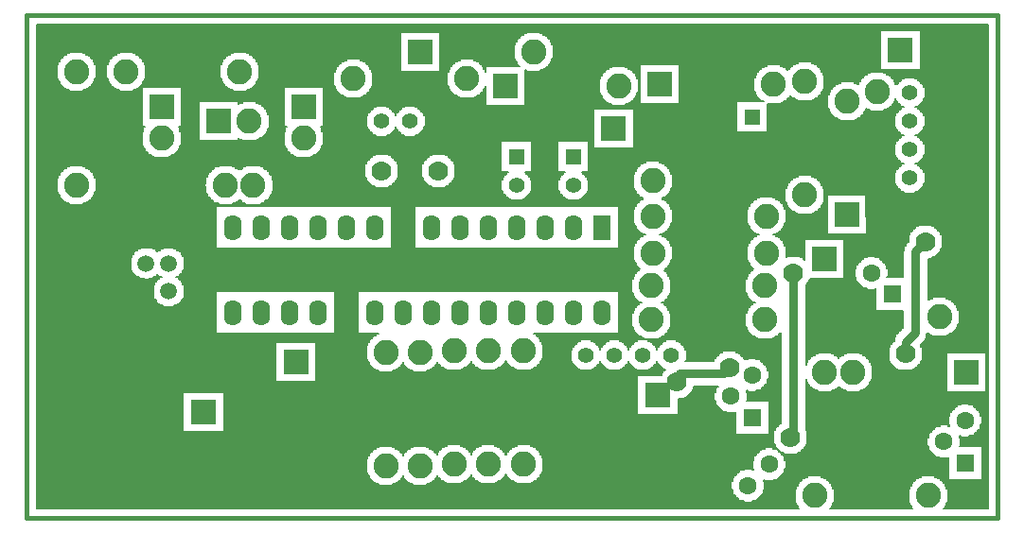
<source format=gtl>
G04 (created by PCBNEW-RS274X (2010-05-05 BZR 2356)-stable) date Fri 25 Feb 2011 10:54:22 AM CET*
G01*
G70*
G90*
%MOIN*%
G04 Gerber Fmt 3.4, Leading zero omitted, Abs format*
%FSLAX34Y34*%
G04 APERTURE LIST*
%ADD10C,0.006000*%
%ADD11C,0.015000*%
%ADD12R,0.063000X0.063000*%
%ADD13C,0.063000*%
%ADD14O,0.062000X0.090000*%
%ADD15R,0.062000X0.090000*%
%ADD16R,0.055000X0.055000*%
%ADD17C,0.055000*%
%ADD18C,0.070000*%
%ADD19R,0.088600X0.088600*%
%ADD20C,0.088600*%
%ADD21C,0.169300*%
%ADD22C,0.059100*%
%ADD23C,0.030000*%
%ADD24C,0.005000*%
G04 APERTURE END LIST*
G54D10*
G54D11*
X45000Y-37750D02*
X46200Y-37750D01*
X46200Y-20000D02*
X46200Y-20050D01*
X45000Y-20000D02*
X46200Y-20000D01*
X44250Y-37750D02*
X45000Y-37750D01*
X44250Y-20000D02*
X45000Y-20000D01*
X46200Y-37750D02*
X46200Y-20000D01*
X12000Y-37750D02*
X44250Y-37750D01*
X12000Y-20000D02*
X12000Y-37750D01*
X44250Y-20000D02*
X12000Y-20000D01*
G54D12*
X37550Y-34200D03*
G54D13*
X36800Y-33450D03*
X37550Y-32700D03*
X38150Y-35850D03*
X37400Y-36600D03*
X36650Y-35850D03*
G54D12*
X42500Y-29850D03*
G54D13*
X41750Y-29100D03*
X42500Y-28350D03*
G54D14*
X31250Y-27500D03*
X30250Y-27500D03*
X29250Y-27500D03*
X28250Y-27500D03*
X27250Y-27500D03*
X26250Y-27500D03*
X25250Y-27500D03*
X24250Y-27500D03*
X23250Y-27500D03*
X22250Y-27500D03*
X21250Y-27500D03*
X20250Y-27500D03*
X19250Y-27500D03*
G54D15*
X32250Y-27500D03*
G54D14*
X19250Y-30500D03*
X20250Y-30500D03*
X21250Y-30500D03*
X22250Y-30500D03*
X23250Y-30500D03*
X24250Y-30500D03*
X25250Y-30500D03*
X26250Y-30500D03*
X27250Y-30500D03*
X28250Y-30500D03*
X29250Y-30500D03*
X30250Y-30500D03*
X31250Y-30500D03*
X32250Y-30500D03*
G54D16*
X37550Y-23600D03*
G54D17*
X37550Y-24600D03*
G54D16*
X31250Y-25000D03*
G54D17*
X31250Y-26000D03*
G54D16*
X29250Y-25000D03*
G54D17*
X29250Y-26000D03*
G54D18*
X24500Y-25500D03*
X26500Y-25500D03*
G54D16*
X30700Y-32000D03*
G54D17*
X31700Y-32000D03*
X32700Y-32000D03*
X33700Y-32000D03*
X34700Y-32000D03*
G54D16*
X43100Y-26750D03*
G54D17*
X43100Y-25750D03*
X43100Y-24750D03*
X43100Y-23750D03*
X43100Y-22750D03*
G54D19*
X32674Y-24000D03*
G54D20*
X35626Y-24000D03*
X34642Y-24000D03*
G54D19*
X34226Y-33400D03*
G54D20*
X31274Y-33400D03*
X32258Y-33400D03*
G54D19*
X18226Y-34000D03*
G54D20*
X15274Y-34000D03*
X16258Y-34000D03*
G54D19*
X21484Y-32250D03*
G54D20*
X18532Y-32250D03*
X19516Y-32250D03*
G54D19*
X42776Y-21250D03*
G54D20*
X39824Y-21250D03*
X40808Y-21250D03*
G54D19*
X17024Y-26000D03*
G54D20*
X19976Y-26000D03*
X18992Y-26000D03*
G54D19*
X25850Y-21300D03*
G54D20*
X29850Y-21300D03*
G54D19*
X28850Y-22500D03*
G54D20*
X32850Y-22500D03*
G54D19*
X34300Y-22450D03*
G54D20*
X38300Y-22450D03*
G54D19*
X45100Y-32600D03*
G54D20*
X41100Y-32600D03*
G54D19*
X21750Y-23250D03*
G54D20*
X21750Y-24341D03*
G54D19*
X18750Y-23750D03*
G54D20*
X19841Y-23750D03*
G54D19*
X16750Y-23250D03*
G54D20*
X16750Y-24341D03*
G54D19*
X41950Y-26700D03*
G54D20*
X41950Y-22700D03*
G54D19*
X40900Y-27050D03*
G54D20*
X40900Y-23050D03*
G54D21*
X15148Y-26886D03*
X15148Y-31618D03*
G54D22*
X17000Y-29742D03*
X16210Y-29742D03*
X16210Y-28758D03*
X17000Y-28758D03*
G54D17*
X24500Y-23750D03*
X23500Y-23750D03*
X25500Y-23750D03*
X26500Y-23750D03*
G54D20*
X39400Y-22350D03*
X39400Y-26350D03*
X28250Y-31850D03*
X28250Y-35850D03*
X29500Y-31850D03*
X29500Y-35850D03*
X24650Y-35900D03*
X24650Y-31900D03*
X25850Y-35900D03*
X25850Y-31900D03*
X27500Y-22250D03*
X23500Y-22250D03*
X19500Y-22000D03*
X15500Y-22000D03*
X13750Y-26000D03*
X13750Y-22000D03*
X27050Y-31850D03*
X27050Y-35850D03*
X34000Y-29550D03*
X38000Y-29550D03*
X34000Y-30750D03*
X38000Y-30750D03*
G54D19*
X40100Y-28600D03*
G54D20*
X40100Y-32600D03*
X38050Y-25850D03*
X34050Y-25850D03*
X34050Y-27100D03*
X38050Y-27100D03*
X34050Y-28400D03*
X38050Y-28400D03*
X44150Y-26650D03*
X44150Y-30650D03*
X39750Y-36950D03*
X43750Y-36950D03*
G54D12*
X45050Y-35800D03*
G54D13*
X44300Y-35050D03*
X45050Y-34300D03*
G54D18*
X39000Y-29100D03*
X38900Y-34900D03*
X42950Y-31950D03*
X43650Y-28000D03*
X34900Y-32950D03*
X36750Y-32450D03*
X37600Y-21100D03*
X30850Y-21650D03*
X23050Y-33050D03*
X23050Y-34600D03*
G54D23*
X39000Y-34800D02*
X39000Y-29100D01*
X38900Y-34900D02*
X39000Y-34800D01*
X42950Y-31550D02*
X42950Y-31950D01*
X43300Y-31200D02*
X42950Y-31550D01*
X43300Y-28350D02*
X43300Y-31200D01*
X43650Y-28000D02*
X43300Y-28350D01*
X34950Y-32950D02*
X34900Y-32950D01*
X35000Y-32900D02*
X34950Y-32950D01*
X35000Y-32650D02*
X35000Y-32900D01*
X36550Y-32650D02*
X35000Y-32650D01*
X36750Y-32450D02*
X36550Y-32650D01*
X32550Y-20950D02*
X35400Y-20950D01*
X37600Y-21100D02*
X37450Y-20950D01*
X37450Y-20950D02*
X35400Y-20950D01*
X32550Y-20950D02*
X31850Y-21650D01*
X31850Y-21650D02*
X30850Y-21650D01*
X23050Y-34600D02*
X23050Y-33050D01*
G54D24*
X45850Y-20350D02*
X45850Y-37400D01*
X45800Y-20350D02*
X45800Y-37400D01*
X45750Y-33300D02*
X45750Y-37400D01*
X45750Y-20350D02*
X45750Y-31900D01*
X45700Y-33300D02*
X45700Y-37400D01*
X45700Y-20350D02*
X45700Y-31900D01*
X45650Y-33300D02*
X45650Y-37400D01*
X45650Y-20350D02*
X45650Y-31900D01*
X45600Y-36400D02*
X45600Y-37400D01*
X45600Y-34450D02*
X45600Y-35200D01*
X45600Y-33300D02*
X45600Y-34150D01*
X45600Y-20350D02*
X45600Y-31900D01*
X45550Y-36400D02*
X45550Y-37400D01*
X45550Y-34600D02*
X45550Y-35200D01*
X45550Y-33300D02*
X45550Y-34000D01*
X45550Y-20350D02*
X45550Y-31900D01*
X45500Y-36400D02*
X45500Y-37400D01*
X45500Y-34650D02*
X45500Y-35200D01*
X45500Y-33300D02*
X45500Y-33950D01*
X45500Y-20350D02*
X45500Y-31900D01*
X45450Y-36400D02*
X45450Y-37400D01*
X45450Y-34700D02*
X45450Y-35200D01*
X45450Y-33300D02*
X45450Y-33900D01*
X45450Y-20350D02*
X45450Y-31900D01*
X45400Y-36400D02*
X45400Y-37400D01*
X45400Y-34750D02*
X45400Y-35200D01*
X45400Y-33300D02*
X45400Y-33850D01*
X45400Y-20350D02*
X45400Y-31900D01*
X45350Y-36400D02*
X45350Y-37400D01*
X45350Y-34800D02*
X45350Y-35200D01*
X45350Y-33300D02*
X45350Y-33800D01*
X45350Y-20350D02*
X45350Y-31900D01*
X45300Y-36400D02*
X45300Y-37400D01*
X45300Y-34850D02*
X45300Y-35200D01*
X45300Y-33300D02*
X45300Y-33750D01*
X45300Y-20350D02*
X45300Y-31900D01*
X45250Y-36400D02*
X45250Y-37400D01*
X45250Y-34850D02*
X45250Y-35200D01*
X45250Y-33300D02*
X45250Y-33750D01*
X45250Y-20350D02*
X45250Y-31900D01*
X45200Y-36400D02*
X45200Y-37400D01*
X45200Y-34850D02*
X45200Y-35200D01*
X45200Y-33300D02*
X45200Y-33750D01*
X45200Y-20350D02*
X45200Y-31900D01*
X45150Y-36400D02*
X45150Y-37400D01*
X45150Y-34900D02*
X45150Y-35200D01*
X45150Y-33300D02*
X45150Y-33700D01*
X45150Y-20350D02*
X45150Y-31900D01*
X45100Y-36400D02*
X45100Y-37400D01*
X45100Y-34900D02*
X45100Y-35200D01*
X45100Y-33300D02*
X45100Y-33700D01*
X45100Y-20350D02*
X45100Y-31900D01*
X45050Y-36400D02*
X45050Y-37400D01*
X45050Y-34900D02*
X45050Y-35200D01*
X45050Y-33300D02*
X45050Y-33700D01*
X45050Y-20350D02*
X45050Y-31900D01*
X45000Y-36400D02*
X45000Y-37400D01*
X45000Y-34900D02*
X45000Y-35200D01*
X45000Y-33300D02*
X45000Y-33700D01*
X45000Y-20350D02*
X45000Y-31900D01*
X44950Y-36400D02*
X44950Y-37400D01*
X44950Y-34900D02*
X44950Y-35200D01*
X44950Y-33300D02*
X44950Y-33700D01*
X44950Y-20350D02*
X44950Y-31900D01*
X44900Y-36400D02*
X44900Y-37400D01*
X44900Y-34850D02*
X44900Y-35200D01*
X44900Y-33300D02*
X44900Y-33750D01*
X44900Y-20350D02*
X44900Y-31900D01*
X44850Y-36400D02*
X44850Y-37400D01*
X44850Y-34850D02*
X44850Y-34900D01*
X44850Y-33300D02*
X44850Y-33750D01*
X44850Y-20350D02*
X44850Y-31900D01*
X44800Y-36400D02*
X44800Y-37400D01*
X44800Y-33300D02*
X44800Y-33750D01*
X44800Y-30900D02*
X44800Y-31900D01*
X44800Y-20350D02*
X44800Y-30400D01*
X44750Y-36400D02*
X44750Y-37400D01*
X44750Y-33300D02*
X44750Y-33800D01*
X44750Y-31000D02*
X44750Y-31900D01*
X44750Y-20350D02*
X44750Y-30300D01*
X44700Y-36400D02*
X44700Y-37400D01*
X44700Y-33300D02*
X44700Y-33850D01*
X44700Y-31100D02*
X44700Y-31900D01*
X44700Y-20350D02*
X44700Y-30200D01*
X44650Y-36400D02*
X44650Y-37400D01*
X44650Y-33300D02*
X44650Y-33900D01*
X44650Y-31150D02*
X44650Y-31900D01*
X44650Y-20350D02*
X44650Y-30150D01*
X44600Y-36400D02*
X44600Y-37400D01*
X44600Y-33300D02*
X44600Y-33950D01*
X44600Y-31200D02*
X44600Y-31900D01*
X44600Y-20350D02*
X44600Y-30100D01*
X44550Y-36400D02*
X44550Y-37400D01*
X44550Y-33300D02*
X44550Y-34000D01*
X44550Y-31250D02*
X44550Y-31900D01*
X44550Y-20350D02*
X44550Y-30050D01*
X44500Y-36400D02*
X44500Y-37400D01*
X44500Y-34450D02*
X44500Y-34500D01*
X44500Y-33300D02*
X44500Y-34150D01*
X44500Y-31250D02*
X44500Y-31900D01*
X44500Y-20350D02*
X44500Y-30050D01*
X44450Y-35600D02*
X44450Y-37400D01*
X44450Y-33300D02*
X44450Y-34500D01*
X44450Y-31300D02*
X44450Y-31900D01*
X44450Y-20350D02*
X44450Y-30000D01*
X44400Y-37200D02*
X44400Y-37400D01*
X44400Y-35650D02*
X44400Y-36700D01*
X44400Y-31300D02*
X44400Y-34450D01*
X44400Y-20350D02*
X44400Y-30000D01*
X44350Y-37300D02*
X44350Y-37400D01*
X44350Y-35650D02*
X44350Y-36600D01*
X44350Y-31350D02*
X44350Y-34450D01*
X44350Y-20350D02*
X44350Y-29950D01*
X44300Y-35650D02*
X44300Y-36500D01*
X44300Y-31350D02*
X44300Y-34450D01*
X44300Y-20350D02*
X44300Y-29950D01*
X44250Y-35650D02*
X44250Y-36450D01*
X44250Y-31350D02*
X44250Y-34450D01*
X44250Y-20350D02*
X44250Y-29950D01*
X44200Y-35650D02*
X44200Y-36400D01*
X44200Y-31350D02*
X44200Y-34450D01*
X44200Y-28250D02*
X44200Y-29950D01*
X44200Y-20350D02*
X44200Y-27750D01*
X44150Y-35600D02*
X44150Y-36350D01*
X44150Y-31350D02*
X44150Y-34500D01*
X44150Y-28350D02*
X44150Y-29950D01*
X44150Y-20350D02*
X44150Y-27650D01*
X44100Y-35600D02*
X44100Y-36350D01*
X44100Y-31350D02*
X44100Y-34500D01*
X44100Y-28400D02*
X44100Y-29950D01*
X44100Y-20350D02*
X44100Y-27600D01*
X44050Y-35600D02*
X44050Y-36300D01*
X44050Y-31350D02*
X44050Y-34500D01*
X44050Y-28450D02*
X44050Y-29950D01*
X44050Y-20350D02*
X44050Y-27550D01*
X44000Y-35550D02*
X44000Y-36300D01*
X44000Y-31350D02*
X44000Y-34550D01*
X44000Y-28500D02*
X44000Y-29950D01*
X44000Y-20350D02*
X44000Y-27500D01*
X43950Y-35500D02*
X43950Y-36250D01*
X43950Y-31350D02*
X43950Y-34600D01*
X43950Y-28550D02*
X43950Y-29950D01*
X43950Y-20350D02*
X43950Y-27450D01*
X43900Y-35450D02*
X43900Y-36250D01*
X43900Y-31300D02*
X43900Y-34650D01*
X43900Y-28550D02*
X43900Y-30000D01*
X43900Y-20350D02*
X43900Y-27450D01*
X43850Y-35400D02*
X43850Y-36250D01*
X43850Y-31300D02*
X43850Y-34700D01*
X43850Y-28600D02*
X43850Y-30000D01*
X43850Y-20350D02*
X43850Y-27400D01*
X43800Y-35350D02*
X43800Y-36250D01*
X43800Y-31250D02*
X43800Y-34750D01*
X43800Y-28600D02*
X43800Y-30050D01*
X43800Y-20350D02*
X43800Y-27400D01*
X43750Y-35200D02*
X43750Y-36250D01*
X43750Y-31250D02*
X43750Y-34900D01*
X43750Y-28600D02*
X43750Y-30050D01*
X43750Y-20350D02*
X43750Y-27400D01*
X43700Y-31250D02*
X43700Y-36250D01*
X43700Y-20350D02*
X43700Y-27400D01*
X43650Y-31400D02*
X43650Y-36250D01*
X43650Y-20350D02*
X43650Y-27400D01*
X43600Y-31500D02*
X43600Y-36250D01*
X43600Y-25950D02*
X43600Y-27400D01*
X43600Y-24950D02*
X43600Y-25550D01*
X43600Y-23950D02*
X43600Y-24550D01*
X43600Y-22950D02*
X43600Y-23550D01*
X43600Y-20350D02*
X43600Y-22550D01*
X43550Y-31550D02*
X43550Y-36250D01*
X43550Y-26050D02*
X43550Y-27400D01*
X43550Y-25050D02*
X43550Y-25450D01*
X43550Y-24050D02*
X43550Y-24450D01*
X43550Y-23050D02*
X43550Y-23450D01*
X43550Y-20350D02*
X43550Y-22450D01*
X43500Y-32200D02*
X43500Y-36300D01*
X43500Y-31600D02*
X43500Y-31700D01*
X43500Y-26100D02*
X43500Y-27400D01*
X43500Y-25100D02*
X43500Y-25400D01*
X43500Y-24100D02*
X43500Y-24400D01*
X43500Y-23100D02*
X43500Y-23400D01*
X43500Y-20350D02*
X43500Y-22400D01*
X43450Y-32300D02*
X43450Y-36300D01*
X43450Y-26150D02*
X43450Y-27400D01*
X43450Y-25150D02*
X43450Y-25350D01*
X43450Y-24150D02*
X43450Y-24350D01*
X43450Y-23150D02*
X43450Y-23350D01*
X43450Y-21950D02*
X43450Y-22350D01*
X43450Y-20350D02*
X43450Y-20550D01*
X43400Y-32350D02*
X43400Y-36350D01*
X43400Y-26200D02*
X43400Y-27450D01*
X43400Y-25200D02*
X43400Y-25300D01*
X43400Y-24200D02*
X43400Y-24300D01*
X43400Y-23200D02*
X43400Y-23300D01*
X43400Y-21950D02*
X43400Y-22300D01*
X43400Y-20350D02*
X43400Y-20550D01*
X43350Y-32400D02*
X43350Y-36350D01*
X43350Y-26250D02*
X43350Y-27450D01*
X43350Y-21950D02*
X43350Y-22250D01*
X43350Y-20350D02*
X43350Y-20550D01*
X43300Y-32450D02*
X43300Y-36400D01*
X43300Y-26250D02*
X43300Y-27500D01*
X43300Y-21950D02*
X43300Y-22250D01*
X43300Y-20350D02*
X43300Y-20550D01*
X43250Y-32500D02*
X43250Y-36450D01*
X43250Y-26300D02*
X43250Y-27550D01*
X43250Y-21950D02*
X43250Y-22200D01*
X43250Y-20350D02*
X43250Y-20550D01*
X43200Y-32500D02*
X43200Y-36500D01*
X43200Y-26300D02*
X43200Y-27600D01*
X43200Y-21950D02*
X43200Y-22200D01*
X43200Y-20350D02*
X43200Y-20550D01*
X43150Y-37300D02*
X43150Y-37400D01*
X43150Y-32550D02*
X43150Y-36600D01*
X43150Y-26300D02*
X43150Y-27650D01*
X43150Y-21950D02*
X43150Y-22200D01*
X43150Y-20350D02*
X43150Y-20550D01*
X43100Y-37200D02*
X43100Y-37400D01*
X43100Y-32550D02*
X43100Y-36700D01*
X43100Y-26300D02*
X43100Y-27750D01*
X43100Y-21950D02*
X43100Y-22200D01*
X43100Y-20350D02*
X43100Y-20550D01*
X43050Y-32550D02*
X43050Y-37400D01*
X43050Y-26300D02*
X43050Y-28000D01*
X43050Y-21950D02*
X43050Y-22200D01*
X43050Y-20350D02*
X43050Y-20550D01*
X43000Y-32550D02*
X43000Y-37400D01*
X43000Y-26300D02*
X43000Y-28050D01*
X43000Y-21950D02*
X43000Y-22200D01*
X43000Y-20350D02*
X43000Y-20550D01*
X42950Y-32550D02*
X42950Y-37400D01*
X42950Y-26300D02*
X42950Y-28150D01*
X42950Y-21950D02*
X42950Y-22200D01*
X42950Y-20350D02*
X42950Y-20550D01*
X42900Y-32550D02*
X42900Y-37400D01*
X42900Y-26250D02*
X42900Y-28300D01*
X42900Y-21950D02*
X42900Y-22250D01*
X42900Y-20350D02*
X42900Y-20550D01*
X42850Y-32550D02*
X42850Y-37400D01*
X42850Y-30450D02*
X42850Y-31050D01*
X42850Y-26250D02*
X42850Y-29250D01*
X42850Y-21950D02*
X42850Y-22250D01*
X42850Y-20350D02*
X42850Y-20550D01*
X42800Y-32550D02*
X42800Y-37400D01*
X42800Y-30450D02*
X42800Y-31100D01*
X42800Y-26200D02*
X42800Y-29250D01*
X42800Y-25200D02*
X42800Y-25300D01*
X42800Y-24200D02*
X42800Y-24300D01*
X42800Y-23200D02*
X42800Y-23300D01*
X42800Y-21950D02*
X42800Y-22300D01*
X42800Y-20350D02*
X42800Y-20550D01*
X42750Y-32550D02*
X42750Y-37400D01*
X42750Y-30450D02*
X42750Y-31150D01*
X42750Y-26150D02*
X42750Y-29250D01*
X42750Y-25150D02*
X42750Y-25350D01*
X42750Y-24150D02*
X42750Y-24350D01*
X42750Y-23150D02*
X42750Y-23350D01*
X42750Y-21950D02*
X42750Y-22350D01*
X42750Y-20350D02*
X42750Y-20550D01*
X42700Y-32500D02*
X42700Y-37400D01*
X42700Y-30450D02*
X42700Y-31200D01*
X42700Y-26100D02*
X42700Y-29250D01*
X42700Y-25100D02*
X42700Y-25400D01*
X42700Y-24100D02*
X42700Y-24400D01*
X42700Y-23100D02*
X42700Y-23400D01*
X42700Y-21950D02*
X42700Y-22400D01*
X42700Y-20350D02*
X42700Y-20550D01*
X42650Y-32500D02*
X42650Y-37400D01*
X42650Y-30450D02*
X42650Y-31250D01*
X42650Y-26050D02*
X42650Y-29250D01*
X42650Y-25050D02*
X42650Y-25450D01*
X42650Y-24050D02*
X42650Y-24450D01*
X42650Y-23050D02*
X42650Y-23450D01*
X42650Y-21950D02*
X42650Y-22450D01*
X42650Y-20350D02*
X42650Y-20550D01*
X42600Y-32450D02*
X42600Y-37400D01*
X42600Y-30450D02*
X42600Y-31350D01*
X42600Y-25950D02*
X42600Y-29250D01*
X42600Y-24950D02*
X42600Y-25550D01*
X42600Y-23950D02*
X42600Y-24550D01*
X42600Y-22950D02*
X42600Y-23550D01*
X42600Y-21950D02*
X42600Y-22450D01*
X42600Y-20350D02*
X42600Y-20550D01*
X42550Y-32400D02*
X42550Y-37400D01*
X42550Y-30450D02*
X42550Y-31500D01*
X42550Y-23050D02*
X42550Y-29250D01*
X42550Y-21950D02*
X42550Y-22350D01*
X42550Y-20350D02*
X42550Y-20550D01*
X42500Y-32350D02*
X42500Y-37400D01*
X42500Y-30450D02*
X42500Y-31550D01*
X42500Y-23150D02*
X42500Y-29250D01*
X42500Y-21950D02*
X42500Y-22250D01*
X42500Y-20350D02*
X42500Y-20550D01*
X42450Y-32300D02*
X42450Y-37400D01*
X42450Y-30450D02*
X42450Y-31600D01*
X42450Y-23200D02*
X42450Y-29250D01*
X42450Y-21950D02*
X42450Y-22200D01*
X42450Y-20350D02*
X42450Y-20550D01*
X42400Y-32200D02*
X42400Y-37400D01*
X42400Y-30450D02*
X42400Y-31700D01*
X42400Y-23250D02*
X42400Y-29250D01*
X42400Y-21950D02*
X42400Y-22150D01*
X42400Y-20350D02*
X42400Y-20550D01*
X42350Y-30450D02*
X42350Y-37400D01*
X42350Y-23300D02*
X42350Y-29250D01*
X42350Y-21950D02*
X42350Y-22100D01*
X42350Y-20350D02*
X42350Y-20550D01*
X42300Y-30450D02*
X42300Y-37400D01*
X42300Y-23300D02*
X42300Y-28950D01*
X42300Y-21950D02*
X42300Y-22100D01*
X42300Y-20350D02*
X42300Y-20550D01*
X42250Y-30450D02*
X42250Y-37400D01*
X42250Y-23350D02*
X42250Y-28800D01*
X42250Y-21950D02*
X42250Y-22050D01*
X42250Y-20350D02*
X42250Y-20550D01*
X42200Y-30450D02*
X42200Y-37400D01*
X42200Y-23350D02*
X42200Y-28750D01*
X42200Y-21950D02*
X42200Y-22050D01*
X42200Y-20350D02*
X42200Y-20550D01*
X42150Y-30450D02*
X42150Y-37400D01*
X42150Y-23400D02*
X42150Y-28700D01*
X42150Y-21950D02*
X42150Y-22000D01*
X42150Y-20350D02*
X42150Y-20550D01*
X42100Y-30450D02*
X42100Y-37400D01*
X42100Y-23400D02*
X42100Y-28650D01*
X42100Y-21950D02*
X42100Y-22000D01*
X42100Y-20350D02*
X42100Y-20550D01*
X42050Y-30450D02*
X42050Y-37400D01*
X42050Y-23400D02*
X42050Y-28600D01*
X42050Y-20350D02*
X42050Y-22000D01*
X42000Y-30450D02*
X42000Y-37400D01*
X42000Y-23400D02*
X42000Y-28550D01*
X42000Y-20350D02*
X42000Y-22000D01*
X41950Y-30450D02*
X41950Y-37400D01*
X41950Y-23400D02*
X41950Y-28550D01*
X41950Y-20350D02*
X41950Y-22000D01*
X41900Y-29650D02*
X41900Y-37400D01*
X41900Y-23400D02*
X41900Y-28550D01*
X41900Y-20350D02*
X41900Y-22000D01*
X41850Y-29700D02*
X41850Y-37400D01*
X41850Y-23400D02*
X41850Y-28500D01*
X41850Y-20350D02*
X41850Y-22000D01*
X41800Y-29700D02*
X41800Y-37400D01*
X41800Y-23400D02*
X41800Y-28500D01*
X41800Y-20350D02*
X41800Y-22000D01*
X41750Y-32850D02*
X41750Y-37400D01*
X41750Y-29700D02*
X41750Y-32350D01*
X41750Y-23400D02*
X41750Y-28500D01*
X41750Y-20350D02*
X41750Y-22000D01*
X41700Y-32950D02*
X41700Y-37400D01*
X41700Y-29700D02*
X41700Y-32250D01*
X41700Y-23350D02*
X41700Y-28500D01*
X41700Y-20350D02*
X41700Y-22050D01*
X41650Y-33050D02*
X41650Y-37400D01*
X41650Y-29700D02*
X41650Y-32150D01*
X41650Y-23350D02*
X41650Y-28500D01*
X41650Y-20350D02*
X41650Y-22050D01*
X41600Y-33100D02*
X41600Y-37400D01*
X41600Y-29650D02*
X41600Y-32100D01*
X41600Y-23300D02*
X41600Y-28550D01*
X41600Y-20350D02*
X41600Y-22100D01*
X41550Y-33150D02*
X41550Y-37400D01*
X41550Y-29650D02*
X41550Y-32050D01*
X41550Y-27750D02*
X41550Y-28550D01*
X41550Y-23300D02*
X41550Y-26350D01*
X41550Y-20350D02*
X41550Y-22100D01*
X41500Y-33200D02*
X41500Y-37400D01*
X41500Y-29650D02*
X41500Y-32000D01*
X41500Y-27750D02*
X41500Y-28550D01*
X41500Y-23400D02*
X41500Y-26350D01*
X41500Y-20350D02*
X41500Y-22150D01*
X41450Y-33200D02*
X41450Y-37400D01*
X41450Y-29600D02*
X41450Y-32000D01*
X41450Y-27750D02*
X41450Y-28600D01*
X41450Y-23500D02*
X41450Y-26350D01*
X41450Y-20350D02*
X41450Y-22200D01*
X41400Y-33250D02*
X41400Y-37400D01*
X41400Y-29550D02*
X41400Y-31950D01*
X41400Y-27750D02*
X41400Y-28650D01*
X41400Y-23550D02*
X41400Y-26350D01*
X41400Y-20350D02*
X41400Y-22250D01*
X41350Y-33250D02*
X41350Y-37400D01*
X41350Y-29500D02*
X41350Y-31950D01*
X41350Y-27750D02*
X41350Y-28700D01*
X41350Y-23600D02*
X41350Y-26350D01*
X41350Y-20350D02*
X41350Y-22350D01*
X41300Y-33300D02*
X41300Y-37400D01*
X41300Y-29450D02*
X41300Y-31900D01*
X41300Y-27750D02*
X41300Y-28750D01*
X41300Y-23650D02*
X41300Y-26350D01*
X41300Y-20350D02*
X41300Y-22450D01*
X41250Y-33300D02*
X41250Y-37400D01*
X41250Y-29400D02*
X41250Y-31900D01*
X41250Y-27750D02*
X41250Y-28800D01*
X41250Y-23650D02*
X41250Y-26350D01*
X41250Y-20350D02*
X41250Y-22450D01*
X41200Y-33300D02*
X41200Y-37400D01*
X41200Y-29250D02*
X41200Y-31900D01*
X41200Y-27750D02*
X41200Y-28950D01*
X41200Y-23700D02*
X41200Y-26350D01*
X41200Y-20350D02*
X41200Y-22400D01*
X41150Y-33300D02*
X41150Y-37400D01*
X41150Y-27750D02*
X41150Y-31900D01*
X41150Y-23700D02*
X41150Y-26350D01*
X41150Y-20350D02*
X41150Y-22400D01*
X41100Y-33300D02*
X41100Y-37400D01*
X41100Y-27750D02*
X41100Y-31900D01*
X41100Y-23750D02*
X41100Y-26350D01*
X41100Y-20350D02*
X41100Y-22350D01*
X41050Y-33300D02*
X41050Y-37400D01*
X41050Y-27750D02*
X41050Y-31900D01*
X41050Y-23750D02*
X41050Y-26350D01*
X41050Y-20350D02*
X41050Y-22350D01*
X41000Y-33300D02*
X41000Y-37400D01*
X41000Y-27750D02*
X41000Y-31900D01*
X41000Y-23750D02*
X41000Y-26350D01*
X41000Y-20350D02*
X41000Y-22350D01*
X40950Y-33300D02*
X40950Y-37400D01*
X40950Y-27750D02*
X40950Y-31900D01*
X40950Y-23750D02*
X40950Y-26350D01*
X40950Y-20350D02*
X40950Y-22350D01*
X40900Y-33300D02*
X40900Y-37400D01*
X40900Y-27750D02*
X40900Y-31900D01*
X40900Y-23750D02*
X40900Y-26350D01*
X40900Y-20350D02*
X40900Y-22350D01*
X40850Y-33250D02*
X40850Y-37400D01*
X40850Y-27750D02*
X40850Y-31950D01*
X40850Y-23750D02*
X40850Y-26350D01*
X40850Y-20350D02*
X40850Y-22350D01*
X40800Y-33250D02*
X40800Y-37400D01*
X40800Y-27750D02*
X40800Y-31950D01*
X40800Y-23750D02*
X40800Y-26350D01*
X40800Y-20350D02*
X40800Y-22350D01*
X40750Y-33200D02*
X40750Y-37400D01*
X40750Y-29300D02*
X40750Y-32000D01*
X40750Y-27750D02*
X40750Y-27900D01*
X40750Y-23750D02*
X40750Y-26350D01*
X40750Y-20350D02*
X40750Y-22350D01*
X40700Y-33200D02*
X40700Y-37400D01*
X40700Y-29300D02*
X40700Y-32000D01*
X40700Y-27750D02*
X40700Y-27900D01*
X40700Y-23750D02*
X40700Y-26350D01*
X40700Y-20350D02*
X40700Y-22350D01*
X40650Y-33150D02*
X40650Y-37400D01*
X40650Y-29300D02*
X40650Y-32050D01*
X40650Y-27750D02*
X40650Y-27900D01*
X40650Y-23700D02*
X40650Y-26350D01*
X40650Y-20350D02*
X40650Y-22400D01*
X40600Y-33100D02*
X40600Y-37400D01*
X40600Y-29300D02*
X40600Y-32100D01*
X40600Y-27750D02*
X40600Y-27900D01*
X40600Y-23700D02*
X40600Y-26350D01*
X40600Y-20350D02*
X40600Y-22400D01*
X40550Y-33150D02*
X40550Y-37400D01*
X40550Y-29300D02*
X40550Y-32050D01*
X40550Y-27750D02*
X40550Y-27900D01*
X40550Y-23650D02*
X40550Y-26350D01*
X40550Y-20350D02*
X40550Y-22450D01*
X40500Y-33200D02*
X40500Y-37400D01*
X40500Y-29300D02*
X40500Y-32000D01*
X40500Y-27750D02*
X40500Y-27900D01*
X40500Y-23650D02*
X40500Y-26350D01*
X40500Y-20350D02*
X40500Y-22450D01*
X40450Y-33200D02*
X40450Y-37400D01*
X40450Y-29300D02*
X40450Y-32000D01*
X40450Y-27750D02*
X40450Y-27900D01*
X40450Y-23600D02*
X40450Y-26350D01*
X40450Y-20350D02*
X40450Y-22500D01*
X40400Y-37200D02*
X40400Y-37400D01*
X40400Y-33250D02*
X40400Y-36700D01*
X40400Y-29300D02*
X40400Y-31950D01*
X40400Y-27750D02*
X40400Y-27900D01*
X40400Y-23550D02*
X40400Y-26350D01*
X40400Y-20350D02*
X40400Y-22550D01*
X40350Y-37300D02*
X40350Y-37400D01*
X40350Y-33250D02*
X40350Y-36600D01*
X40350Y-29300D02*
X40350Y-31950D01*
X40350Y-27750D02*
X40350Y-27900D01*
X40350Y-23500D02*
X40350Y-26350D01*
X40350Y-20350D02*
X40350Y-22600D01*
X40300Y-33300D02*
X40300Y-36500D01*
X40300Y-29300D02*
X40300Y-31900D01*
X40300Y-27750D02*
X40300Y-27900D01*
X40300Y-23400D02*
X40300Y-26350D01*
X40300Y-20350D02*
X40300Y-22700D01*
X40250Y-33300D02*
X40250Y-36450D01*
X40250Y-29300D02*
X40250Y-31900D01*
X40250Y-27750D02*
X40250Y-27900D01*
X40250Y-23300D02*
X40250Y-26350D01*
X40250Y-20350D02*
X40250Y-22800D01*
X40200Y-33300D02*
X40200Y-36400D01*
X40200Y-29300D02*
X40200Y-31900D01*
X40200Y-20350D02*
X40200Y-27900D01*
X40150Y-33300D02*
X40150Y-36350D01*
X40150Y-29300D02*
X40150Y-31900D01*
X40150Y-20350D02*
X40150Y-27900D01*
X40100Y-33300D02*
X40100Y-36350D01*
X40100Y-29300D02*
X40100Y-31900D01*
X40100Y-20350D02*
X40100Y-27900D01*
X40050Y-33300D02*
X40050Y-36300D01*
X40050Y-29300D02*
X40050Y-31900D01*
X40050Y-26600D02*
X40050Y-27900D01*
X40050Y-22600D02*
X40050Y-26100D01*
X40050Y-20350D02*
X40050Y-22100D01*
X40000Y-33300D02*
X40000Y-36300D01*
X40000Y-29300D02*
X40000Y-31900D01*
X40000Y-26700D02*
X40000Y-27900D01*
X40000Y-22700D02*
X40000Y-26000D01*
X40000Y-20350D02*
X40000Y-22000D01*
X39950Y-33300D02*
X39950Y-36250D01*
X39950Y-29300D02*
X39950Y-31900D01*
X39950Y-26800D02*
X39950Y-27900D01*
X39950Y-22800D02*
X39950Y-25900D01*
X39950Y-20350D02*
X39950Y-21900D01*
X39900Y-33300D02*
X39900Y-36250D01*
X39900Y-29300D02*
X39900Y-31900D01*
X39900Y-26850D02*
X39900Y-27900D01*
X39900Y-22850D02*
X39900Y-25850D01*
X39900Y-20350D02*
X39900Y-21850D01*
X39850Y-33250D02*
X39850Y-36250D01*
X39850Y-29300D02*
X39850Y-31950D01*
X39850Y-26900D02*
X39850Y-27900D01*
X39850Y-22900D02*
X39850Y-25800D01*
X39850Y-20350D02*
X39850Y-21800D01*
X39800Y-33250D02*
X39800Y-36250D01*
X39800Y-29300D02*
X39800Y-31950D01*
X39800Y-26950D02*
X39800Y-27900D01*
X39800Y-22950D02*
X39800Y-25750D01*
X39800Y-20350D02*
X39800Y-21750D01*
X39750Y-33200D02*
X39750Y-36250D01*
X39750Y-29300D02*
X39750Y-32000D01*
X39750Y-26950D02*
X39750Y-27900D01*
X39750Y-22950D02*
X39750Y-25750D01*
X39750Y-20350D02*
X39750Y-21750D01*
X39700Y-33200D02*
X39700Y-36250D01*
X39700Y-29300D02*
X39700Y-32000D01*
X39700Y-27000D02*
X39700Y-27900D01*
X39700Y-23000D02*
X39700Y-25700D01*
X39700Y-20350D02*
X39700Y-21700D01*
X39650Y-33150D02*
X39650Y-36250D01*
X39650Y-29300D02*
X39650Y-32050D01*
X39650Y-27000D02*
X39650Y-27900D01*
X39650Y-23000D02*
X39650Y-25700D01*
X39650Y-20350D02*
X39650Y-21700D01*
X39600Y-33100D02*
X39600Y-36250D01*
X39600Y-29300D02*
X39600Y-32100D01*
X39600Y-27050D02*
X39600Y-27900D01*
X39600Y-23050D02*
X39600Y-25650D01*
X39600Y-20350D02*
X39600Y-21650D01*
X39550Y-33050D02*
X39550Y-36250D01*
X39550Y-29350D02*
X39550Y-32150D01*
X39550Y-27050D02*
X39550Y-27900D01*
X39550Y-23050D02*
X39550Y-25650D01*
X39550Y-20350D02*
X39550Y-21650D01*
X39500Y-32950D02*
X39500Y-36300D01*
X39500Y-29450D02*
X39500Y-32250D01*
X39500Y-27050D02*
X39500Y-27900D01*
X39500Y-23050D02*
X39500Y-25650D01*
X39500Y-20350D02*
X39500Y-21650D01*
X39450Y-35150D02*
X39450Y-36300D01*
X39450Y-32850D02*
X39450Y-34650D01*
X39450Y-29500D02*
X39450Y-32350D01*
X39450Y-27050D02*
X39450Y-27900D01*
X39450Y-23050D02*
X39450Y-25650D01*
X39450Y-20350D02*
X39450Y-21650D01*
X39400Y-35250D02*
X39400Y-36350D01*
X39400Y-27050D02*
X39400Y-28650D01*
X39400Y-23050D02*
X39400Y-25650D01*
X39400Y-20350D02*
X39400Y-21650D01*
X39350Y-35300D02*
X39350Y-36350D01*
X39350Y-27050D02*
X39350Y-28600D01*
X39350Y-23050D02*
X39350Y-25650D01*
X39350Y-20350D02*
X39350Y-21650D01*
X39300Y-35350D02*
X39300Y-36400D01*
X39300Y-27050D02*
X39300Y-28550D01*
X39300Y-23050D02*
X39300Y-25650D01*
X39300Y-20350D02*
X39300Y-21650D01*
X39250Y-35400D02*
X39250Y-36450D01*
X39250Y-27050D02*
X39250Y-28550D01*
X39250Y-23050D02*
X39250Y-25650D01*
X39250Y-20350D02*
X39250Y-21650D01*
X39200Y-35450D02*
X39200Y-36500D01*
X39200Y-27050D02*
X39200Y-28500D01*
X39200Y-23050D02*
X39200Y-25650D01*
X39200Y-20350D02*
X39200Y-21650D01*
X39150Y-37300D02*
X39150Y-37400D01*
X39150Y-35450D02*
X39150Y-36600D01*
X39150Y-27000D02*
X39150Y-28500D01*
X39150Y-23000D02*
X39150Y-25700D01*
X39150Y-20350D02*
X39150Y-21700D01*
X39100Y-37200D02*
X39100Y-37400D01*
X39100Y-35500D02*
X39100Y-36700D01*
X39100Y-27000D02*
X39100Y-28500D01*
X39100Y-23000D02*
X39100Y-25700D01*
X39100Y-20350D02*
X39100Y-21700D01*
X39050Y-35500D02*
X39050Y-37400D01*
X39050Y-26950D02*
X39050Y-28500D01*
X39050Y-22950D02*
X39050Y-25750D01*
X39050Y-20350D02*
X39050Y-21750D01*
X39000Y-35500D02*
X39000Y-37400D01*
X39000Y-26950D02*
X39000Y-28500D01*
X39000Y-22950D02*
X39000Y-25750D01*
X39000Y-20350D02*
X39000Y-21750D01*
X38950Y-35500D02*
X38950Y-37400D01*
X38950Y-26900D02*
X38950Y-28500D01*
X38950Y-22900D02*
X38950Y-25800D01*
X38950Y-20350D02*
X38950Y-21800D01*
X38900Y-35500D02*
X38900Y-37400D01*
X38900Y-26850D02*
X38900Y-28500D01*
X38900Y-22850D02*
X38900Y-25850D01*
X38900Y-20350D02*
X38900Y-21850D01*
X38850Y-35500D02*
X38850Y-37400D01*
X38850Y-26800D02*
X38850Y-28500D01*
X38850Y-22900D02*
X38850Y-25900D01*
X38850Y-20350D02*
X38850Y-21900D01*
X38800Y-35500D02*
X38800Y-37400D01*
X38800Y-26700D02*
X38800Y-28500D01*
X38800Y-22950D02*
X38800Y-26000D01*
X38800Y-20350D02*
X38800Y-21950D01*
X38750Y-35500D02*
X38750Y-37400D01*
X38750Y-26600D02*
X38750Y-28550D01*
X38750Y-23000D02*
X38750Y-26100D01*
X38750Y-20350D02*
X38750Y-21900D01*
X38700Y-36000D02*
X38700Y-37400D01*
X38700Y-35500D02*
X38700Y-35700D01*
X38700Y-27350D02*
X38700Y-28150D01*
X38700Y-23050D02*
X38700Y-26850D01*
X38700Y-20350D02*
X38700Y-21850D01*
X38650Y-36150D02*
X38650Y-37400D01*
X38650Y-35450D02*
X38650Y-35550D01*
X38650Y-27450D02*
X38650Y-28050D01*
X38650Y-23050D02*
X38650Y-26750D01*
X38650Y-20350D02*
X38650Y-21850D01*
X38600Y-36200D02*
X38600Y-37400D01*
X38600Y-35450D02*
X38600Y-35500D01*
X38600Y-27550D02*
X38600Y-27950D01*
X38600Y-23100D02*
X38600Y-26650D01*
X38600Y-20350D02*
X38600Y-21800D01*
X38550Y-36250D02*
X38550Y-37400D01*
X38550Y-35400D02*
X38550Y-35450D01*
X38550Y-31200D02*
X38550Y-34400D01*
X38550Y-27600D02*
X38550Y-27900D01*
X38550Y-23100D02*
X38550Y-26600D01*
X38550Y-20350D02*
X38550Y-21800D01*
X38500Y-36300D02*
X38500Y-37400D01*
X38500Y-35350D02*
X38500Y-35400D01*
X38500Y-31250D02*
X38500Y-34450D01*
X38500Y-27650D02*
X38500Y-27850D01*
X38500Y-23150D02*
X38500Y-26550D01*
X38500Y-20350D02*
X38500Y-21750D01*
X38450Y-36350D02*
X38450Y-37400D01*
X38450Y-35300D02*
X38450Y-35350D01*
X38450Y-31300D02*
X38450Y-34500D01*
X38450Y-27700D02*
X38450Y-27800D01*
X38450Y-23150D02*
X38450Y-26500D01*
X38450Y-20350D02*
X38450Y-21750D01*
X38400Y-36400D02*
X38400Y-37400D01*
X38400Y-35250D02*
X38400Y-35300D01*
X38400Y-31350D02*
X38400Y-34550D01*
X38400Y-27700D02*
X38400Y-27800D01*
X38400Y-23150D02*
X38400Y-26500D01*
X38400Y-20350D02*
X38400Y-21750D01*
X38350Y-36400D02*
X38350Y-37400D01*
X38350Y-35150D02*
X38350Y-35300D01*
X38350Y-31350D02*
X38350Y-34650D01*
X38350Y-23150D02*
X38350Y-26450D01*
X38350Y-20350D02*
X38350Y-21750D01*
X38300Y-36400D02*
X38300Y-37400D01*
X38300Y-31400D02*
X38300Y-35300D01*
X38300Y-23150D02*
X38300Y-26450D01*
X38300Y-20350D02*
X38300Y-21750D01*
X38250Y-36450D02*
X38250Y-37400D01*
X38250Y-31400D02*
X38250Y-35250D01*
X38250Y-23150D02*
X38250Y-26400D01*
X38250Y-20350D02*
X38250Y-21750D01*
X38200Y-36450D02*
X38200Y-37400D01*
X38200Y-31450D02*
X38200Y-35250D01*
X38200Y-23150D02*
X38200Y-26400D01*
X38200Y-20350D02*
X38200Y-21750D01*
X38150Y-36450D02*
X38150Y-37400D01*
X38150Y-31450D02*
X38150Y-35250D01*
X38150Y-23150D02*
X38150Y-26400D01*
X38150Y-20350D02*
X38150Y-21750D01*
X38100Y-36450D02*
X38100Y-37400D01*
X38100Y-34800D02*
X38100Y-35250D01*
X38100Y-32850D02*
X38100Y-33600D01*
X38100Y-31450D02*
X38100Y-32550D01*
X38100Y-23150D02*
X38100Y-26400D01*
X38100Y-20350D02*
X38100Y-21750D01*
X38050Y-36450D02*
X38050Y-37400D01*
X38050Y-34800D02*
X38050Y-35250D01*
X38050Y-33000D02*
X38050Y-33600D01*
X38050Y-31450D02*
X38050Y-32400D01*
X38050Y-24150D02*
X38050Y-26400D01*
X38050Y-20350D02*
X38050Y-21800D01*
X38000Y-36400D02*
X38000Y-37400D01*
X38000Y-34800D02*
X38000Y-35300D01*
X38000Y-33050D02*
X38000Y-33600D01*
X38000Y-31450D02*
X38000Y-32350D01*
X38000Y-24150D02*
X38000Y-26400D01*
X38000Y-20350D02*
X38000Y-21800D01*
X37950Y-36750D02*
X37950Y-37400D01*
X37950Y-36400D02*
X37950Y-36450D01*
X37950Y-34800D02*
X37950Y-35300D01*
X37950Y-33100D02*
X37950Y-33600D01*
X37950Y-31450D02*
X37950Y-32300D01*
X37950Y-24150D02*
X37950Y-26400D01*
X37950Y-20350D02*
X37950Y-21850D01*
X37900Y-36900D02*
X37900Y-37400D01*
X37900Y-34800D02*
X37900Y-35300D01*
X37900Y-33150D02*
X37900Y-33600D01*
X37900Y-31450D02*
X37900Y-32250D01*
X37900Y-24150D02*
X37900Y-26400D01*
X37900Y-20350D02*
X37900Y-21850D01*
X37850Y-36950D02*
X37850Y-37400D01*
X37850Y-34800D02*
X37850Y-35350D01*
X37850Y-33200D02*
X37850Y-33600D01*
X37850Y-31450D02*
X37850Y-32200D01*
X37850Y-24150D02*
X37850Y-26400D01*
X37850Y-23000D02*
X37850Y-23050D01*
X37850Y-20350D02*
X37850Y-21900D01*
X37800Y-37000D02*
X37800Y-37400D01*
X37800Y-34800D02*
X37800Y-35400D01*
X37800Y-33250D02*
X37800Y-33600D01*
X37800Y-31450D02*
X37800Y-32150D01*
X37800Y-24150D02*
X37800Y-26450D01*
X37800Y-22950D02*
X37800Y-23050D01*
X37800Y-20350D02*
X37800Y-21950D01*
X37750Y-37050D02*
X37750Y-37400D01*
X37750Y-34800D02*
X37750Y-35450D01*
X37750Y-33250D02*
X37750Y-33600D01*
X37750Y-31400D02*
X37750Y-32150D01*
X37750Y-24150D02*
X37750Y-26450D01*
X37750Y-22900D02*
X37750Y-23050D01*
X37750Y-20350D02*
X37750Y-22000D01*
X37700Y-37100D02*
X37700Y-37400D01*
X37700Y-34800D02*
X37700Y-35500D01*
X37700Y-33250D02*
X37700Y-33600D01*
X37700Y-31400D02*
X37700Y-32150D01*
X37700Y-27700D02*
X37700Y-27800D01*
X37700Y-24150D02*
X37700Y-26500D01*
X37700Y-22800D02*
X37700Y-23050D01*
X37700Y-20350D02*
X37700Y-22100D01*
X37650Y-37150D02*
X37650Y-37400D01*
X37650Y-34800D02*
X37650Y-35550D01*
X37650Y-33300D02*
X37650Y-33600D01*
X37650Y-31350D02*
X37650Y-32100D01*
X37650Y-27700D02*
X37650Y-27800D01*
X37650Y-24150D02*
X37650Y-26500D01*
X37650Y-22700D02*
X37650Y-23050D01*
X37650Y-20350D02*
X37650Y-22200D01*
X37600Y-37150D02*
X37600Y-37400D01*
X37600Y-36000D02*
X37600Y-36050D01*
X37600Y-34800D02*
X37600Y-35700D01*
X37600Y-33300D02*
X37600Y-33600D01*
X37600Y-31350D02*
X37600Y-32100D01*
X37600Y-27650D02*
X37600Y-27850D01*
X37600Y-24150D02*
X37600Y-26550D01*
X37600Y-20350D02*
X37600Y-23050D01*
X37550Y-37150D02*
X37550Y-37400D01*
X37550Y-34800D02*
X37550Y-36050D01*
X37550Y-33300D02*
X37550Y-33600D01*
X37550Y-31300D02*
X37550Y-32100D01*
X37550Y-30100D02*
X37550Y-30200D01*
X37550Y-28900D02*
X37550Y-29000D01*
X37550Y-27600D02*
X37550Y-27900D01*
X37550Y-24150D02*
X37550Y-26600D01*
X37550Y-20350D02*
X37550Y-23050D01*
X37500Y-37200D02*
X37500Y-37400D01*
X37500Y-34800D02*
X37500Y-36000D01*
X37500Y-33300D02*
X37500Y-33600D01*
X37500Y-31250D02*
X37500Y-32100D01*
X37500Y-30050D02*
X37500Y-30250D01*
X37500Y-28850D02*
X37500Y-29050D01*
X37500Y-27550D02*
X37500Y-27950D01*
X37500Y-24150D02*
X37500Y-26650D01*
X37500Y-20350D02*
X37500Y-23050D01*
X37450Y-37200D02*
X37450Y-37400D01*
X37450Y-34800D02*
X37450Y-36000D01*
X37450Y-33300D02*
X37450Y-33600D01*
X37450Y-31200D02*
X37450Y-32100D01*
X37450Y-30000D02*
X37450Y-30300D01*
X37450Y-28750D02*
X37450Y-29100D01*
X37450Y-27450D02*
X37450Y-28050D01*
X37450Y-24150D02*
X37450Y-26750D01*
X37450Y-20350D02*
X37450Y-23050D01*
X37400Y-37200D02*
X37400Y-37400D01*
X37400Y-34800D02*
X37400Y-36000D01*
X37400Y-33250D02*
X37400Y-33600D01*
X37400Y-31100D02*
X37400Y-32150D01*
X37400Y-29900D02*
X37400Y-30400D01*
X37400Y-28650D02*
X37400Y-29200D01*
X37400Y-27350D02*
X37400Y-28150D01*
X37400Y-24150D02*
X37400Y-26850D01*
X37400Y-20350D02*
X37400Y-23050D01*
X37350Y-37200D02*
X37350Y-37400D01*
X37350Y-34800D02*
X37350Y-36000D01*
X37350Y-33250D02*
X37350Y-33300D01*
X37350Y-31000D02*
X37350Y-32150D01*
X37350Y-29800D02*
X37350Y-30500D01*
X37350Y-24150D02*
X37350Y-29300D01*
X37350Y-20350D02*
X37350Y-23050D01*
X37300Y-37200D02*
X37300Y-37400D01*
X37300Y-34800D02*
X37300Y-36000D01*
X37300Y-24150D02*
X37300Y-32150D01*
X37300Y-20350D02*
X37300Y-23050D01*
X37250Y-37150D02*
X37250Y-37400D01*
X37250Y-34800D02*
X37250Y-36050D01*
X37250Y-24150D02*
X37250Y-32100D01*
X37250Y-20350D02*
X37250Y-23050D01*
X37200Y-37150D02*
X37200Y-37400D01*
X37200Y-34800D02*
X37200Y-36050D01*
X37200Y-24150D02*
X37200Y-32050D01*
X37200Y-20350D02*
X37200Y-23050D01*
X37150Y-37150D02*
X37150Y-37400D01*
X37150Y-34800D02*
X37150Y-36050D01*
X37150Y-24150D02*
X37150Y-32000D01*
X37150Y-20350D02*
X37150Y-23050D01*
X37100Y-37100D02*
X37100Y-37400D01*
X37100Y-34800D02*
X37100Y-36100D01*
X37100Y-24150D02*
X37100Y-31950D01*
X37100Y-20350D02*
X37100Y-23050D01*
X37050Y-37050D02*
X37050Y-37400D01*
X37050Y-34800D02*
X37050Y-36150D01*
X37050Y-24150D02*
X37050Y-31900D01*
X37050Y-20350D02*
X37050Y-23050D01*
X37000Y-37000D02*
X37000Y-37400D01*
X37000Y-34800D02*
X37000Y-36200D01*
X37000Y-20350D02*
X37000Y-31900D01*
X36950Y-36950D02*
X36950Y-37400D01*
X36950Y-34000D02*
X36950Y-36250D01*
X36950Y-20350D02*
X36950Y-31850D01*
X36900Y-36900D02*
X36900Y-37400D01*
X36900Y-34050D02*
X36900Y-36300D01*
X36900Y-20350D02*
X36900Y-31850D01*
X36850Y-36750D02*
X36850Y-37400D01*
X36850Y-34050D02*
X36850Y-36450D01*
X36850Y-20350D02*
X36850Y-31850D01*
X36800Y-34050D02*
X36800Y-37400D01*
X36800Y-20350D02*
X36800Y-31850D01*
X36750Y-34050D02*
X36750Y-37400D01*
X36750Y-20350D02*
X36750Y-31850D01*
X36700Y-34050D02*
X36700Y-37400D01*
X36700Y-20350D02*
X36700Y-31850D01*
X36650Y-34000D02*
X36650Y-37400D01*
X36650Y-20350D02*
X36650Y-31850D01*
X36600Y-34000D02*
X36600Y-37400D01*
X36600Y-20350D02*
X36600Y-31850D01*
X36550Y-34000D02*
X36550Y-37400D01*
X36550Y-20350D02*
X36550Y-31850D01*
X36500Y-33950D02*
X36500Y-37400D01*
X36500Y-20350D02*
X36500Y-31900D01*
X36450Y-33900D02*
X36450Y-37400D01*
X36450Y-20350D02*
X36450Y-31900D01*
X36400Y-33850D02*
X36400Y-37400D01*
X36400Y-20350D02*
X36400Y-31950D01*
X36350Y-33800D02*
X36350Y-37400D01*
X36350Y-20350D02*
X36350Y-32000D01*
X36300Y-33750D02*
X36300Y-37400D01*
X36300Y-33100D02*
X36300Y-33150D01*
X36300Y-20350D02*
X36300Y-32050D01*
X36250Y-33600D02*
X36250Y-37400D01*
X36250Y-33100D02*
X36250Y-33300D01*
X36250Y-20350D02*
X36250Y-32100D01*
X36200Y-33100D02*
X36200Y-37400D01*
X36200Y-20350D02*
X36200Y-32200D01*
X36150Y-33100D02*
X36150Y-37400D01*
X36150Y-20350D02*
X36150Y-32200D01*
X36100Y-33100D02*
X36100Y-37400D01*
X36100Y-20350D02*
X36100Y-32200D01*
X36050Y-33100D02*
X36050Y-37400D01*
X36050Y-20350D02*
X36050Y-32200D01*
X36000Y-33100D02*
X36000Y-37400D01*
X36000Y-20350D02*
X36000Y-32200D01*
X35950Y-33100D02*
X35950Y-37400D01*
X35950Y-20350D02*
X35950Y-32200D01*
X35900Y-33100D02*
X35900Y-37400D01*
X35900Y-20350D02*
X35900Y-32200D01*
X35850Y-33100D02*
X35850Y-37400D01*
X35850Y-20350D02*
X35850Y-32200D01*
X35800Y-33100D02*
X35800Y-37400D01*
X35800Y-20350D02*
X35800Y-32200D01*
X35750Y-33100D02*
X35750Y-37400D01*
X35750Y-20350D02*
X35750Y-32200D01*
X35700Y-33100D02*
X35700Y-37400D01*
X35700Y-20350D02*
X35700Y-32200D01*
X35650Y-33100D02*
X35650Y-37400D01*
X35650Y-20350D02*
X35650Y-32200D01*
X35600Y-33100D02*
X35600Y-37400D01*
X35600Y-20350D02*
X35600Y-32200D01*
X35550Y-33100D02*
X35550Y-37400D01*
X35550Y-20350D02*
X35550Y-32200D01*
X35500Y-33100D02*
X35500Y-37400D01*
X35500Y-20350D02*
X35500Y-32200D01*
X35450Y-33200D02*
X35450Y-37400D01*
X35450Y-20350D02*
X35450Y-32200D01*
X35400Y-33300D02*
X35400Y-37400D01*
X35400Y-20350D02*
X35400Y-32200D01*
X35350Y-33350D02*
X35350Y-37400D01*
X35350Y-20350D02*
X35350Y-32200D01*
X35300Y-33400D02*
X35300Y-37400D01*
X35300Y-20350D02*
X35300Y-32200D01*
X35250Y-33450D02*
X35250Y-37400D01*
X35250Y-20350D02*
X35250Y-32200D01*
X35200Y-33500D02*
X35200Y-37400D01*
X35200Y-20350D02*
X35200Y-31800D01*
X35150Y-33500D02*
X35150Y-37400D01*
X35150Y-20350D02*
X35150Y-31700D01*
X35100Y-33550D02*
X35100Y-37400D01*
X35100Y-20350D02*
X35100Y-31650D01*
X35050Y-33550D02*
X35050Y-37400D01*
X35050Y-20350D02*
X35050Y-31600D01*
X35000Y-33550D02*
X35000Y-37400D01*
X35000Y-20350D02*
X35000Y-31550D01*
X34950Y-33550D02*
X34950Y-37400D01*
X34950Y-23150D02*
X34950Y-31500D01*
X34950Y-20350D02*
X34950Y-21750D01*
X34900Y-34100D02*
X34900Y-37400D01*
X34900Y-23150D02*
X34900Y-31500D01*
X34900Y-20350D02*
X34900Y-21750D01*
X34850Y-34100D02*
X34850Y-37400D01*
X34850Y-23150D02*
X34850Y-31450D01*
X34850Y-20350D02*
X34850Y-21750D01*
X34800Y-34100D02*
X34800Y-37400D01*
X34800Y-23150D02*
X34800Y-31450D01*
X34800Y-20350D02*
X34800Y-21750D01*
X34750Y-34100D02*
X34750Y-37400D01*
X34750Y-23150D02*
X34750Y-31450D01*
X34750Y-20350D02*
X34750Y-21750D01*
X34700Y-34100D02*
X34700Y-37400D01*
X34700Y-28650D02*
X34700Y-31450D01*
X34700Y-27350D02*
X34700Y-28150D01*
X34700Y-26100D02*
X34700Y-26850D01*
X34700Y-23150D02*
X34700Y-25600D01*
X34700Y-20350D02*
X34700Y-21750D01*
X34650Y-34100D02*
X34650Y-37400D01*
X34650Y-31000D02*
X34650Y-31450D01*
X34650Y-29800D02*
X34650Y-30500D01*
X34650Y-28750D02*
X34650Y-29300D01*
X34650Y-27450D02*
X34650Y-28050D01*
X34650Y-26200D02*
X34650Y-26750D01*
X34650Y-23150D02*
X34650Y-25500D01*
X34650Y-20350D02*
X34650Y-21750D01*
X34600Y-34100D02*
X34600Y-37400D01*
X34600Y-31100D02*
X34600Y-31450D01*
X34600Y-29900D02*
X34600Y-30400D01*
X34600Y-28850D02*
X34600Y-29200D01*
X34600Y-27550D02*
X34600Y-27950D01*
X34600Y-26300D02*
X34600Y-26650D01*
X34600Y-23150D02*
X34600Y-25400D01*
X34600Y-20350D02*
X34600Y-21750D01*
X34550Y-34100D02*
X34550Y-37400D01*
X34550Y-31200D02*
X34550Y-31450D01*
X34550Y-30000D02*
X34550Y-30300D01*
X34550Y-28900D02*
X34550Y-29100D01*
X34550Y-27600D02*
X34550Y-27900D01*
X34550Y-26350D02*
X34550Y-26600D01*
X34550Y-23150D02*
X34550Y-25350D01*
X34550Y-20350D02*
X34550Y-21750D01*
X34500Y-34100D02*
X34500Y-37400D01*
X34500Y-31250D02*
X34500Y-31500D01*
X34500Y-30050D02*
X34500Y-30250D01*
X34500Y-28950D02*
X34500Y-29050D01*
X34500Y-27650D02*
X34500Y-27850D01*
X34500Y-26400D02*
X34500Y-26550D01*
X34500Y-23150D02*
X34500Y-25300D01*
X34500Y-20350D02*
X34500Y-21750D01*
X34450Y-34100D02*
X34450Y-37400D01*
X34450Y-32500D02*
X34450Y-32550D01*
X34450Y-31300D02*
X34450Y-31500D01*
X34450Y-30100D02*
X34450Y-30200D01*
X34450Y-27700D02*
X34450Y-27800D01*
X34450Y-26450D02*
X34450Y-26500D01*
X34450Y-23150D02*
X34450Y-25250D01*
X34450Y-20350D02*
X34450Y-21750D01*
X34400Y-34100D02*
X34400Y-37400D01*
X34400Y-32450D02*
X34400Y-32600D01*
X34400Y-31350D02*
X34400Y-31550D01*
X34400Y-27700D02*
X34400Y-27800D01*
X34400Y-26450D02*
X34400Y-26500D01*
X34400Y-23150D02*
X34400Y-25250D01*
X34400Y-20350D02*
X34400Y-21750D01*
X34350Y-34100D02*
X34350Y-37400D01*
X34350Y-32400D02*
X34350Y-32700D01*
X34350Y-31350D02*
X34350Y-31600D01*
X34350Y-23150D02*
X34350Y-25200D01*
X34350Y-20350D02*
X34350Y-21750D01*
X34300Y-34100D02*
X34300Y-37400D01*
X34300Y-32350D02*
X34300Y-32700D01*
X34300Y-31400D02*
X34300Y-31650D01*
X34300Y-23150D02*
X34300Y-25200D01*
X34300Y-20350D02*
X34300Y-21750D01*
X34250Y-34100D02*
X34250Y-37400D01*
X34250Y-32300D02*
X34250Y-32700D01*
X34250Y-31400D02*
X34250Y-31700D01*
X34250Y-23150D02*
X34250Y-25150D01*
X34250Y-20350D02*
X34250Y-21750D01*
X34200Y-34100D02*
X34200Y-37400D01*
X34200Y-32200D02*
X34200Y-32700D01*
X34200Y-31450D02*
X34200Y-31800D01*
X34200Y-23150D02*
X34200Y-25150D01*
X34200Y-20350D02*
X34200Y-21750D01*
X34150Y-34100D02*
X34150Y-37400D01*
X34150Y-32300D02*
X34150Y-32700D01*
X34150Y-31450D02*
X34150Y-31700D01*
X34150Y-23150D02*
X34150Y-25150D01*
X34150Y-20350D02*
X34150Y-21750D01*
X34100Y-34100D02*
X34100Y-37400D01*
X34100Y-32350D02*
X34100Y-32700D01*
X34100Y-31450D02*
X34100Y-31650D01*
X34100Y-23150D02*
X34100Y-25150D01*
X34100Y-20350D02*
X34100Y-21750D01*
X34050Y-34100D02*
X34050Y-37400D01*
X34050Y-32400D02*
X34050Y-32700D01*
X34050Y-31450D02*
X34050Y-31600D01*
X34050Y-23150D02*
X34050Y-25150D01*
X34050Y-20350D02*
X34050Y-21750D01*
X34000Y-34100D02*
X34000Y-37400D01*
X34000Y-32450D02*
X34000Y-32700D01*
X34000Y-31450D02*
X34000Y-31550D01*
X34000Y-23150D02*
X34000Y-25150D01*
X34000Y-20350D02*
X34000Y-21750D01*
X33950Y-34100D02*
X33950Y-37400D01*
X33950Y-32500D02*
X33950Y-32700D01*
X33950Y-31450D02*
X33950Y-31500D01*
X33950Y-23150D02*
X33950Y-25150D01*
X33950Y-20350D02*
X33950Y-21750D01*
X33900Y-34100D02*
X33900Y-37400D01*
X33900Y-32500D02*
X33900Y-32700D01*
X33900Y-31450D02*
X33900Y-31500D01*
X33900Y-23150D02*
X33900Y-25150D01*
X33900Y-20350D02*
X33900Y-21750D01*
X33850Y-34100D02*
X33850Y-37400D01*
X33850Y-32550D02*
X33850Y-32700D01*
X33850Y-23150D02*
X33850Y-25150D01*
X33850Y-20350D02*
X33850Y-21750D01*
X33800Y-34100D02*
X33800Y-37400D01*
X33800Y-32550D02*
X33800Y-32700D01*
X33800Y-23150D02*
X33800Y-25200D01*
X33800Y-20350D02*
X33800Y-21750D01*
X33750Y-34100D02*
X33750Y-37400D01*
X33750Y-32550D02*
X33750Y-32700D01*
X33750Y-31400D02*
X33750Y-31450D01*
X33750Y-23150D02*
X33750Y-25200D01*
X33750Y-20350D02*
X33750Y-21750D01*
X33700Y-34100D02*
X33700Y-37400D01*
X33700Y-32550D02*
X33700Y-32700D01*
X33700Y-31400D02*
X33700Y-31450D01*
X33700Y-27700D02*
X33700Y-27800D01*
X33700Y-26450D02*
X33700Y-26500D01*
X33700Y-23150D02*
X33700Y-25250D01*
X33700Y-20350D02*
X33700Y-21750D01*
X33650Y-34100D02*
X33650Y-37400D01*
X33650Y-32550D02*
X33650Y-32700D01*
X33650Y-31350D02*
X33650Y-31450D01*
X33650Y-27700D02*
X33650Y-27800D01*
X33650Y-26450D02*
X33650Y-26500D01*
X33650Y-23150D02*
X33650Y-25250D01*
X33650Y-20350D02*
X33650Y-21750D01*
X33600Y-34100D02*
X33600Y-37400D01*
X33600Y-32550D02*
X33600Y-32700D01*
X33600Y-31350D02*
X33600Y-31450D01*
X33600Y-27650D02*
X33600Y-27850D01*
X33600Y-26400D02*
X33600Y-26550D01*
X33600Y-20350D02*
X33600Y-25300D01*
X33550Y-34100D02*
X33550Y-37400D01*
X33550Y-32550D02*
X33550Y-32700D01*
X33550Y-31300D02*
X33550Y-31450D01*
X33550Y-30100D02*
X33550Y-30200D01*
X33550Y-28900D02*
X33550Y-29000D01*
X33550Y-27600D02*
X33550Y-27900D01*
X33550Y-26350D02*
X33550Y-26600D01*
X33550Y-20350D02*
X33550Y-25350D01*
X33500Y-32500D02*
X33500Y-37400D01*
X33500Y-31250D02*
X33500Y-31500D01*
X33500Y-30050D02*
X33500Y-30250D01*
X33500Y-28850D02*
X33500Y-29050D01*
X33500Y-27550D02*
X33500Y-27950D01*
X33500Y-26300D02*
X33500Y-26650D01*
X33500Y-22750D02*
X33500Y-25400D01*
X33500Y-20350D02*
X33500Y-22250D01*
X33450Y-32500D02*
X33450Y-37400D01*
X33450Y-31200D02*
X33450Y-31500D01*
X33450Y-30000D02*
X33450Y-30300D01*
X33450Y-28750D02*
X33450Y-29100D01*
X33450Y-27450D02*
X33450Y-28050D01*
X33450Y-26200D02*
X33450Y-26750D01*
X33450Y-22850D02*
X33450Y-25500D01*
X33450Y-20350D02*
X33450Y-22150D01*
X33400Y-32450D02*
X33400Y-37400D01*
X33400Y-31100D02*
X33400Y-31550D01*
X33400Y-29900D02*
X33400Y-30400D01*
X33400Y-28650D02*
X33400Y-29200D01*
X33400Y-27350D02*
X33400Y-28150D01*
X33400Y-26100D02*
X33400Y-26850D01*
X33400Y-22950D02*
X33400Y-25600D01*
X33400Y-20350D02*
X33400Y-22050D01*
X33350Y-32400D02*
X33350Y-37400D01*
X33350Y-31000D02*
X33350Y-31600D01*
X33350Y-29800D02*
X33350Y-30500D01*
X33350Y-24700D02*
X33350Y-29300D01*
X33350Y-23000D02*
X33350Y-23300D01*
X33350Y-20350D02*
X33350Y-22000D01*
X33300Y-32350D02*
X33300Y-37400D01*
X33300Y-24700D02*
X33300Y-31650D01*
X33300Y-23050D02*
X33300Y-23300D01*
X33300Y-20350D02*
X33300Y-21950D01*
X33250Y-32300D02*
X33250Y-37400D01*
X33250Y-24700D02*
X33250Y-31700D01*
X33250Y-23100D02*
X33250Y-23300D01*
X33250Y-20350D02*
X33250Y-21900D01*
X33200Y-32200D02*
X33200Y-37400D01*
X33200Y-24700D02*
X33200Y-31800D01*
X33200Y-23100D02*
X33200Y-23300D01*
X33200Y-20350D02*
X33200Y-21900D01*
X33150Y-32300D02*
X33150Y-37400D01*
X33150Y-24700D02*
X33150Y-31700D01*
X33150Y-23150D02*
X33150Y-23300D01*
X33150Y-20350D02*
X33150Y-21850D01*
X33100Y-32350D02*
X33100Y-37400D01*
X33100Y-24700D02*
X33100Y-31650D01*
X33100Y-23150D02*
X33100Y-23300D01*
X33100Y-20350D02*
X33100Y-21850D01*
X33050Y-32400D02*
X33050Y-37400D01*
X33050Y-24700D02*
X33050Y-31600D01*
X33050Y-23200D02*
X33050Y-23300D01*
X33050Y-20350D02*
X33050Y-21800D01*
X33000Y-32450D02*
X33000Y-37400D01*
X33000Y-24700D02*
X33000Y-31550D01*
X33000Y-23200D02*
X33000Y-23300D01*
X33000Y-20350D02*
X33000Y-21800D01*
X32950Y-32500D02*
X32950Y-37400D01*
X32950Y-24700D02*
X32950Y-31500D01*
X32950Y-23200D02*
X32950Y-23300D01*
X32950Y-20350D02*
X32950Y-21800D01*
X32900Y-32500D02*
X32900Y-37400D01*
X32900Y-24700D02*
X32900Y-31500D01*
X32900Y-23200D02*
X32900Y-23300D01*
X32900Y-20350D02*
X32900Y-21800D01*
X32850Y-32550D02*
X32850Y-37400D01*
X32850Y-24700D02*
X32850Y-31450D01*
X32850Y-23200D02*
X32850Y-23300D01*
X32850Y-20350D02*
X32850Y-21800D01*
X32800Y-32550D02*
X32800Y-37400D01*
X32800Y-31250D02*
X32800Y-31450D01*
X32800Y-28250D02*
X32800Y-29750D01*
X32800Y-24700D02*
X32800Y-26750D01*
X32800Y-23200D02*
X32800Y-23300D01*
X32800Y-20350D02*
X32800Y-21800D01*
X32750Y-32550D02*
X32750Y-37400D01*
X32750Y-31250D02*
X32750Y-31450D01*
X32750Y-28250D02*
X32750Y-29750D01*
X32750Y-24700D02*
X32750Y-26750D01*
X32750Y-23200D02*
X32750Y-23300D01*
X32750Y-20350D02*
X32750Y-21800D01*
X32700Y-32550D02*
X32700Y-37400D01*
X32700Y-31250D02*
X32700Y-31450D01*
X32700Y-28250D02*
X32700Y-29750D01*
X32700Y-24700D02*
X32700Y-26750D01*
X32700Y-23200D02*
X32700Y-23300D01*
X32700Y-20350D02*
X32700Y-21800D01*
X32650Y-32550D02*
X32650Y-37400D01*
X32650Y-31250D02*
X32650Y-31450D01*
X32650Y-28250D02*
X32650Y-29750D01*
X32650Y-24700D02*
X32650Y-26750D01*
X32650Y-23200D02*
X32650Y-23300D01*
X32650Y-20350D02*
X32650Y-21800D01*
X32600Y-32550D02*
X32600Y-37400D01*
X32600Y-31250D02*
X32600Y-31450D01*
X32600Y-28250D02*
X32600Y-29750D01*
X32600Y-24700D02*
X32600Y-26750D01*
X32600Y-23150D02*
X32600Y-23300D01*
X32600Y-20350D02*
X32600Y-21850D01*
X32550Y-32550D02*
X32550Y-37400D01*
X32550Y-31250D02*
X32550Y-31450D01*
X32550Y-28250D02*
X32550Y-29750D01*
X32550Y-24700D02*
X32550Y-26750D01*
X32550Y-23150D02*
X32550Y-23300D01*
X32550Y-20350D02*
X32550Y-21850D01*
X32500Y-32500D02*
X32500Y-37400D01*
X32500Y-31250D02*
X32500Y-31500D01*
X32500Y-28250D02*
X32500Y-29750D01*
X32500Y-24700D02*
X32500Y-26750D01*
X32500Y-23100D02*
X32500Y-23300D01*
X32500Y-20350D02*
X32500Y-21900D01*
X32450Y-32500D02*
X32450Y-37400D01*
X32450Y-31250D02*
X32450Y-31500D01*
X32450Y-28250D02*
X32450Y-29750D01*
X32450Y-24700D02*
X32450Y-26750D01*
X32450Y-23100D02*
X32450Y-23300D01*
X32450Y-20350D02*
X32450Y-21900D01*
X32400Y-32450D02*
X32400Y-37400D01*
X32400Y-31250D02*
X32400Y-31550D01*
X32400Y-28250D02*
X32400Y-29750D01*
X32400Y-24700D02*
X32400Y-26750D01*
X32400Y-23050D02*
X32400Y-23300D01*
X32400Y-20350D02*
X32400Y-21950D01*
X32350Y-32400D02*
X32350Y-37400D01*
X32350Y-31250D02*
X32350Y-31600D01*
X32350Y-28250D02*
X32350Y-29750D01*
X32350Y-24700D02*
X32350Y-26750D01*
X32350Y-23000D02*
X32350Y-23300D01*
X32350Y-20350D02*
X32350Y-22000D01*
X32300Y-32350D02*
X32300Y-37400D01*
X32300Y-31250D02*
X32300Y-31650D01*
X32300Y-28250D02*
X32300Y-29750D01*
X32300Y-24700D02*
X32300Y-26750D01*
X32300Y-22950D02*
X32300Y-23300D01*
X32300Y-20350D02*
X32300Y-22050D01*
X32250Y-32300D02*
X32250Y-37400D01*
X32250Y-31250D02*
X32250Y-31700D01*
X32250Y-28250D02*
X32250Y-29750D01*
X32250Y-24700D02*
X32250Y-26750D01*
X32250Y-22850D02*
X32250Y-23300D01*
X32250Y-20350D02*
X32250Y-22150D01*
X32200Y-32200D02*
X32200Y-37400D01*
X32200Y-31250D02*
X32200Y-31800D01*
X32200Y-28250D02*
X32200Y-29750D01*
X32200Y-24700D02*
X32200Y-26750D01*
X32200Y-22750D02*
X32200Y-23300D01*
X32200Y-20350D02*
X32200Y-22250D01*
X32150Y-32300D02*
X32150Y-37400D01*
X32150Y-31250D02*
X32150Y-31700D01*
X32150Y-28250D02*
X32150Y-29750D01*
X32150Y-24700D02*
X32150Y-26750D01*
X32150Y-20350D02*
X32150Y-23300D01*
X32100Y-32350D02*
X32100Y-37400D01*
X32100Y-31250D02*
X32100Y-31650D01*
X32100Y-28250D02*
X32100Y-29750D01*
X32100Y-24700D02*
X32100Y-26750D01*
X32100Y-20350D02*
X32100Y-23300D01*
X32050Y-32400D02*
X32050Y-37400D01*
X32050Y-31250D02*
X32050Y-31600D01*
X32050Y-28250D02*
X32050Y-29750D01*
X32050Y-24700D02*
X32050Y-26750D01*
X32050Y-20350D02*
X32050Y-23300D01*
X32000Y-32450D02*
X32000Y-37400D01*
X32000Y-31250D02*
X32000Y-31550D01*
X32000Y-28250D02*
X32000Y-29750D01*
X32000Y-24700D02*
X32000Y-26750D01*
X32000Y-20350D02*
X32000Y-23300D01*
X31950Y-32500D02*
X31950Y-37400D01*
X31950Y-31250D02*
X31950Y-31500D01*
X31950Y-28250D02*
X31950Y-29750D01*
X31950Y-20350D02*
X31950Y-26750D01*
X31900Y-32500D02*
X31900Y-37400D01*
X31900Y-31250D02*
X31900Y-31500D01*
X31900Y-28250D02*
X31900Y-29750D01*
X31900Y-20350D02*
X31900Y-26750D01*
X31850Y-32550D02*
X31850Y-37400D01*
X31850Y-31250D02*
X31850Y-31450D01*
X31850Y-28250D02*
X31850Y-29750D01*
X31850Y-20350D02*
X31850Y-26750D01*
X31800Y-32550D02*
X31800Y-37400D01*
X31800Y-31250D02*
X31800Y-31450D01*
X31800Y-28250D02*
X31800Y-29750D01*
X31800Y-20350D02*
X31800Y-26750D01*
X31750Y-32550D02*
X31750Y-37400D01*
X31750Y-31250D02*
X31750Y-31450D01*
X31750Y-28250D02*
X31750Y-29750D01*
X31750Y-26200D02*
X31750Y-26750D01*
X31750Y-25550D02*
X31750Y-25800D01*
X31750Y-20350D02*
X31750Y-24450D01*
X31700Y-32550D02*
X31700Y-37400D01*
X31700Y-31250D02*
X31700Y-31450D01*
X31700Y-28250D02*
X31700Y-29750D01*
X31700Y-26300D02*
X31700Y-26750D01*
X31700Y-25550D02*
X31700Y-25700D01*
X31700Y-20350D02*
X31700Y-24450D01*
X31650Y-32550D02*
X31650Y-37400D01*
X31650Y-31250D02*
X31650Y-31450D01*
X31650Y-28250D02*
X31650Y-29750D01*
X31650Y-26350D02*
X31650Y-26750D01*
X31650Y-25550D02*
X31650Y-25650D01*
X31650Y-20350D02*
X31650Y-24450D01*
X31600Y-32550D02*
X31600Y-37400D01*
X31600Y-31250D02*
X31600Y-31450D01*
X31600Y-28250D02*
X31600Y-29750D01*
X31600Y-26400D02*
X31600Y-26750D01*
X31600Y-25550D02*
X31600Y-25600D01*
X31600Y-20350D02*
X31600Y-24450D01*
X31550Y-32550D02*
X31550Y-37400D01*
X31550Y-31250D02*
X31550Y-31450D01*
X31550Y-28250D02*
X31550Y-29750D01*
X31550Y-26450D02*
X31550Y-26750D01*
X31550Y-20350D02*
X31550Y-24450D01*
X31500Y-32500D02*
X31500Y-37400D01*
X31500Y-31250D02*
X31500Y-31500D01*
X31500Y-28250D02*
X31500Y-29750D01*
X31500Y-26500D02*
X31500Y-26750D01*
X31500Y-20350D02*
X31500Y-24450D01*
X31450Y-32500D02*
X31450Y-37400D01*
X31450Y-31250D02*
X31450Y-31500D01*
X31450Y-28250D02*
X31450Y-29750D01*
X31450Y-26500D02*
X31450Y-26750D01*
X31450Y-20350D02*
X31450Y-24450D01*
X31400Y-32450D02*
X31400Y-37400D01*
X31400Y-31250D02*
X31400Y-31550D01*
X31400Y-28250D02*
X31400Y-29750D01*
X31400Y-26550D02*
X31400Y-26750D01*
X31400Y-20350D02*
X31400Y-24450D01*
X31350Y-32400D02*
X31350Y-37400D01*
X31350Y-31250D02*
X31350Y-31600D01*
X31350Y-28250D02*
X31350Y-29750D01*
X31350Y-26550D02*
X31350Y-26750D01*
X31350Y-20350D02*
X31350Y-24450D01*
X31300Y-32350D02*
X31300Y-37400D01*
X31300Y-31250D02*
X31300Y-31650D01*
X31300Y-28250D02*
X31300Y-29750D01*
X31300Y-26550D02*
X31300Y-26750D01*
X31300Y-20350D02*
X31300Y-24450D01*
X31250Y-32300D02*
X31250Y-37400D01*
X31250Y-31250D02*
X31250Y-31700D01*
X31250Y-28250D02*
X31250Y-29750D01*
X31250Y-26550D02*
X31250Y-26750D01*
X31250Y-20350D02*
X31250Y-24450D01*
X31200Y-32200D02*
X31200Y-37400D01*
X31200Y-31250D02*
X31200Y-31800D01*
X31200Y-28250D02*
X31200Y-29750D01*
X31200Y-26550D02*
X31200Y-26750D01*
X31200Y-20350D02*
X31200Y-24450D01*
X31150Y-31250D02*
X31150Y-37400D01*
X31150Y-28250D02*
X31150Y-29750D01*
X31150Y-26550D02*
X31150Y-26750D01*
X31150Y-20350D02*
X31150Y-24450D01*
X31100Y-31250D02*
X31100Y-37400D01*
X31100Y-28250D02*
X31100Y-29750D01*
X31100Y-26550D02*
X31100Y-26750D01*
X31100Y-20350D02*
X31100Y-24450D01*
X31050Y-31250D02*
X31050Y-37400D01*
X31050Y-28250D02*
X31050Y-29750D01*
X31050Y-26500D02*
X31050Y-26750D01*
X31050Y-20350D02*
X31050Y-24450D01*
X31000Y-31250D02*
X31000Y-37400D01*
X31000Y-28250D02*
X31000Y-29750D01*
X31000Y-26500D02*
X31000Y-26750D01*
X31000Y-20350D02*
X31000Y-24450D01*
X30950Y-31250D02*
X30950Y-37400D01*
X30950Y-28250D02*
X30950Y-29750D01*
X30950Y-26450D02*
X30950Y-26750D01*
X30950Y-20350D02*
X30950Y-24450D01*
X30900Y-31250D02*
X30900Y-37400D01*
X30900Y-28250D02*
X30900Y-29750D01*
X30900Y-26400D02*
X30900Y-26750D01*
X30900Y-25550D02*
X30900Y-25600D01*
X30900Y-20350D02*
X30900Y-24450D01*
X30850Y-31250D02*
X30850Y-37400D01*
X30850Y-28250D02*
X30850Y-29750D01*
X30850Y-26350D02*
X30850Y-26750D01*
X30850Y-25550D02*
X30850Y-25650D01*
X30850Y-20350D02*
X30850Y-24450D01*
X30800Y-31250D02*
X30800Y-37400D01*
X30800Y-28250D02*
X30800Y-29750D01*
X30800Y-26300D02*
X30800Y-26750D01*
X30800Y-25550D02*
X30800Y-25700D01*
X30800Y-20350D02*
X30800Y-24450D01*
X30750Y-31250D02*
X30750Y-37400D01*
X30750Y-28250D02*
X30750Y-29750D01*
X30750Y-26200D02*
X30750Y-26750D01*
X30750Y-25550D02*
X30750Y-25800D01*
X30750Y-20350D02*
X30750Y-24450D01*
X30700Y-31250D02*
X30700Y-37400D01*
X30700Y-28250D02*
X30700Y-29750D01*
X30700Y-20350D02*
X30700Y-26750D01*
X30650Y-31250D02*
X30650Y-37400D01*
X30650Y-28250D02*
X30650Y-29750D01*
X30650Y-20350D02*
X30650Y-26750D01*
X30600Y-31250D02*
X30600Y-37400D01*
X30600Y-28250D02*
X30600Y-29750D01*
X30600Y-20350D02*
X30600Y-26750D01*
X30550Y-31250D02*
X30550Y-37400D01*
X30550Y-28250D02*
X30550Y-29750D01*
X30550Y-20350D02*
X30550Y-26750D01*
X30500Y-31250D02*
X30500Y-37400D01*
X30500Y-28250D02*
X30500Y-29750D01*
X30500Y-21550D02*
X30500Y-26750D01*
X30500Y-20350D02*
X30500Y-21050D01*
X30450Y-31250D02*
X30450Y-37400D01*
X30450Y-28250D02*
X30450Y-29750D01*
X30450Y-21650D02*
X30450Y-26750D01*
X30450Y-20350D02*
X30450Y-20950D01*
X30400Y-31250D02*
X30400Y-37400D01*
X30400Y-28250D02*
X30400Y-29750D01*
X30400Y-21750D02*
X30400Y-26750D01*
X30400Y-20350D02*
X30400Y-20850D01*
X30350Y-31250D02*
X30350Y-37400D01*
X30350Y-28250D02*
X30350Y-29750D01*
X30350Y-21800D02*
X30350Y-26750D01*
X30350Y-20350D02*
X30350Y-20800D01*
X30300Y-31250D02*
X30300Y-37400D01*
X30300Y-28250D02*
X30300Y-29750D01*
X30300Y-21850D02*
X30300Y-26750D01*
X30300Y-20350D02*
X30300Y-20750D01*
X30250Y-31250D02*
X30250Y-37400D01*
X30250Y-28250D02*
X30250Y-29750D01*
X30250Y-21900D02*
X30250Y-26750D01*
X30250Y-20350D02*
X30250Y-20700D01*
X30200Y-31250D02*
X30200Y-37400D01*
X30200Y-28250D02*
X30200Y-29750D01*
X30200Y-21900D02*
X30200Y-26750D01*
X30200Y-20350D02*
X30200Y-20700D01*
X30150Y-36100D02*
X30150Y-37400D01*
X30150Y-32100D02*
X30150Y-35600D01*
X30150Y-31250D02*
X30150Y-31600D01*
X30150Y-28250D02*
X30150Y-29750D01*
X30150Y-21950D02*
X30150Y-26750D01*
X30150Y-20350D02*
X30150Y-20650D01*
X30100Y-36200D02*
X30100Y-37400D01*
X30100Y-32200D02*
X30100Y-35500D01*
X30100Y-31250D02*
X30100Y-31500D01*
X30100Y-28250D02*
X30100Y-29750D01*
X30100Y-21950D02*
X30100Y-26750D01*
X30100Y-20350D02*
X30100Y-20650D01*
X30050Y-36300D02*
X30050Y-37400D01*
X30050Y-32300D02*
X30050Y-35400D01*
X30050Y-31250D02*
X30050Y-31400D01*
X30050Y-28250D02*
X30050Y-29750D01*
X30050Y-22000D02*
X30050Y-26750D01*
X30050Y-20350D02*
X30050Y-20600D01*
X30000Y-36350D02*
X30000Y-37400D01*
X30000Y-32350D02*
X30000Y-35350D01*
X30000Y-31250D02*
X30000Y-31350D01*
X30000Y-28250D02*
X30000Y-29750D01*
X30000Y-22000D02*
X30000Y-26750D01*
X30000Y-20350D02*
X30000Y-20600D01*
X29950Y-36400D02*
X29950Y-37400D01*
X29950Y-32400D02*
X29950Y-35300D01*
X29950Y-31250D02*
X29950Y-31300D01*
X29950Y-28250D02*
X29950Y-29750D01*
X29950Y-22000D02*
X29950Y-26750D01*
X29950Y-20350D02*
X29950Y-20600D01*
X29900Y-36450D02*
X29900Y-37400D01*
X29900Y-32450D02*
X29900Y-35250D01*
X29900Y-28250D02*
X29900Y-29750D01*
X29900Y-22000D02*
X29900Y-26750D01*
X29900Y-20350D02*
X29900Y-20600D01*
X29850Y-36450D02*
X29850Y-37400D01*
X29850Y-32450D02*
X29850Y-35250D01*
X29850Y-28250D02*
X29850Y-29750D01*
X29850Y-22000D02*
X29850Y-26750D01*
X29850Y-20350D02*
X29850Y-20600D01*
X29800Y-36500D02*
X29800Y-37400D01*
X29800Y-32500D02*
X29800Y-35200D01*
X29800Y-28250D02*
X29800Y-29750D01*
X29800Y-22000D02*
X29800Y-26750D01*
X29800Y-20350D02*
X29800Y-20600D01*
X29750Y-36500D02*
X29750Y-37400D01*
X29750Y-32500D02*
X29750Y-35200D01*
X29750Y-28250D02*
X29750Y-29750D01*
X29750Y-26200D02*
X29750Y-26750D01*
X29750Y-25550D02*
X29750Y-25800D01*
X29750Y-22000D02*
X29750Y-24450D01*
X29750Y-20350D02*
X29750Y-20600D01*
X29700Y-36550D02*
X29700Y-37400D01*
X29700Y-32550D02*
X29700Y-35150D01*
X29700Y-28250D02*
X29700Y-29750D01*
X29700Y-26300D02*
X29700Y-26750D01*
X29700Y-25550D02*
X29700Y-25700D01*
X29700Y-22000D02*
X29700Y-24450D01*
X29700Y-20350D02*
X29700Y-20600D01*
X29650Y-36550D02*
X29650Y-37400D01*
X29650Y-32550D02*
X29650Y-35150D01*
X29650Y-28250D02*
X29650Y-29750D01*
X29650Y-26350D02*
X29650Y-26750D01*
X29650Y-25550D02*
X29650Y-25650D01*
X29650Y-22000D02*
X29650Y-24450D01*
X29650Y-20350D02*
X29650Y-20600D01*
X29600Y-36550D02*
X29600Y-37400D01*
X29600Y-32550D02*
X29600Y-35150D01*
X29600Y-28250D02*
X29600Y-29750D01*
X29600Y-26400D02*
X29600Y-26750D01*
X29600Y-25550D02*
X29600Y-25600D01*
X29600Y-21950D02*
X29600Y-24450D01*
X29600Y-20350D02*
X29600Y-20650D01*
X29550Y-36550D02*
X29550Y-37400D01*
X29550Y-32550D02*
X29550Y-35150D01*
X29550Y-28250D02*
X29550Y-29750D01*
X29550Y-26450D02*
X29550Y-26750D01*
X29550Y-21950D02*
X29550Y-24450D01*
X29550Y-20350D02*
X29550Y-20650D01*
X29500Y-36550D02*
X29500Y-37400D01*
X29500Y-32550D02*
X29500Y-35150D01*
X29500Y-28250D02*
X29500Y-29750D01*
X29500Y-26500D02*
X29500Y-26750D01*
X29500Y-23200D02*
X29500Y-24450D01*
X29500Y-20350D02*
X29500Y-20700D01*
X29450Y-36550D02*
X29450Y-37400D01*
X29450Y-32550D02*
X29450Y-35150D01*
X29450Y-28250D02*
X29450Y-29750D01*
X29450Y-26500D02*
X29450Y-26750D01*
X29450Y-23200D02*
X29450Y-24450D01*
X29450Y-20350D02*
X29450Y-20700D01*
X29400Y-36550D02*
X29400Y-37400D01*
X29400Y-32550D02*
X29400Y-35150D01*
X29400Y-28250D02*
X29400Y-29750D01*
X29400Y-26550D02*
X29400Y-26750D01*
X29400Y-23200D02*
X29400Y-24450D01*
X29400Y-20350D02*
X29400Y-20750D01*
X29350Y-36550D02*
X29350Y-37400D01*
X29350Y-32550D02*
X29350Y-35150D01*
X29350Y-28250D02*
X29350Y-29750D01*
X29350Y-26550D02*
X29350Y-26750D01*
X29350Y-23200D02*
X29350Y-24450D01*
X29350Y-20350D02*
X29350Y-20800D01*
X29300Y-36550D02*
X29300Y-37400D01*
X29300Y-32550D02*
X29300Y-35150D01*
X29300Y-28250D02*
X29300Y-29750D01*
X29300Y-26550D02*
X29300Y-26750D01*
X29300Y-23200D02*
X29300Y-24450D01*
X29300Y-21750D02*
X29300Y-21800D01*
X29300Y-20350D02*
X29300Y-20850D01*
X29250Y-36500D02*
X29250Y-37400D01*
X29250Y-32500D02*
X29250Y-35200D01*
X29250Y-28250D02*
X29250Y-29750D01*
X29250Y-26550D02*
X29250Y-26750D01*
X29250Y-23200D02*
X29250Y-24450D01*
X29250Y-21650D02*
X29250Y-21800D01*
X29250Y-20350D02*
X29250Y-20950D01*
X29200Y-36500D02*
X29200Y-37400D01*
X29200Y-32500D02*
X29200Y-35200D01*
X29200Y-28250D02*
X29200Y-29750D01*
X29200Y-26550D02*
X29200Y-26750D01*
X29200Y-23200D02*
X29200Y-24450D01*
X29200Y-21550D02*
X29200Y-21800D01*
X29200Y-20350D02*
X29200Y-21050D01*
X29150Y-36450D02*
X29150Y-37400D01*
X29150Y-32450D02*
X29150Y-35250D01*
X29150Y-28250D02*
X29150Y-29750D01*
X29150Y-26550D02*
X29150Y-26750D01*
X29150Y-23200D02*
X29150Y-24450D01*
X29150Y-20350D02*
X29150Y-21800D01*
X29100Y-36450D02*
X29100Y-37400D01*
X29100Y-32450D02*
X29100Y-35250D01*
X29100Y-28250D02*
X29100Y-29750D01*
X29100Y-26550D02*
X29100Y-26750D01*
X29100Y-23200D02*
X29100Y-24450D01*
X29100Y-20350D02*
X29100Y-21800D01*
X29050Y-36400D02*
X29050Y-37400D01*
X29050Y-32400D02*
X29050Y-35300D01*
X29050Y-28250D02*
X29050Y-29750D01*
X29050Y-26500D02*
X29050Y-26750D01*
X29050Y-23200D02*
X29050Y-24450D01*
X29050Y-20350D02*
X29050Y-21800D01*
X29000Y-36350D02*
X29000Y-37400D01*
X29000Y-32350D02*
X29000Y-35350D01*
X29000Y-28250D02*
X29000Y-29750D01*
X29000Y-26500D02*
X29000Y-26750D01*
X29000Y-23200D02*
X29000Y-24450D01*
X29000Y-20350D02*
X29000Y-21800D01*
X28950Y-36300D02*
X28950Y-37400D01*
X28950Y-32300D02*
X28950Y-35400D01*
X28950Y-28250D02*
X28950Y-29750D01*
X28950Y-26450D02*
X28950Y-26750D01*
X28950Y-23200D02*
X28950Y-24450D01*
X28950Y-20350D02*
X28950Y-21800D01*
X28900Y-36200D02*
X28900Y-37400D01*
X28900Y-32200D02*
X28900Y-35500D01*
X28900Y-28250D02*
X28900Y-29750D01*
X28900Y-26400D02*
X28900Y-26750D01*
X28900Y-25550D02*
X28900Y-25600D01*
X28900Y-23200D02*
X28900Y-24450D01*
X28900Y-20350D02*
X28900Y-21800D01*
X28850Y-36200D02*
X28850Y-37400D01*
X28850Y-32200D02*
X28850Y-35500D01*
X28850Y-28250D02*
X28850Y-29750D01*
X28850Y-26350D02*
X28850Y-26750D01*
X28850Y-25550D02*
X28850Y-25650D01*
X28850Y-23200D02*
X28850Y-24450D01*
X28850Y-20350D02*
X28850Y-21800D01*
X28800Y-36300D02*
X28800Y-37400D01*
X28800Y-32300D02*
X28800Y-35400D01*
X28800Y-28250D02*
X28800Y-29750D01*
X28800Y-26300D02*
X28800Y-26750D01*
X28800Y-25550D02*
X28800Y-25700D01*
X28800Y-23200D02*
X28800Y-24450D01*
X28800Y-20350D02*
X28800Y-21800D01*
X28750Y-36350D02*
X28750Y-37400D01*
X28750Y-32350D02*
X28750Y-35350D01*
X28750Y-28250D02*
X28750Y-29750D01*
X28750Y-26200D02*
X28750Y-26750D01*
X28750Y-25550D02*
X28750Y-25800D01*
X28750Y-23200D02*
X28750Y-24450D01*
X28750Y-20350D02*
X28750Y-21800D01*
X28700Y-36400D02*
X28700Y-37400D01*
X28700Y-32400D02*
X28700Y-35300D01*
X28700Y-28250D02*
X28700Y-29750D01*
X28700Y-23200D02*
X28700Y-26750D01*
X28700Y-20350D02*
X28700Y-21800D01*
X28650Y-36450D02*
X28650Y-37400D01*
X28650Y-32450D02*
X28650Y-35250D01*
X28650Y-28250D02*
X28650Y-29750D01*
X28650Y-23200D02*
X28650Y-26750D01*
X28650Y-20350D02*
X28650Y-21800D01*
X28600Y-36450D02*
X28600Y-37400D01*
X28600Y-32450D02*
X28600Y-35250D01*
X28600Y-28250D02*
X28600Y-29750D01*
X28600Y-23200D02*
X28600Y-26750D01*
X28600Y-20350D02*
X28600Y-21800D01*
X28550Y-36500D02*
X28550Y-37400D01*
X28550Y-32500D02*
X28550Y-35200D01*
X28550Y-28250D02*
X28550Y-29750D01*
X28550Y-23200D02*
X28550Y-26750D01*
X28550Y-20350D02*
X28550Y-21800D01*
X28500Y-36500D02*
X28500Y-37400D01*
X28500Y-32500D02*
X28500Y-35200D01*
X28500Y-28250D02*
X28500Y-29750D01*
X28500Y-23200D02*
X28500Y-26750D01*
X28500Y-20350D02*
X28500Y-21800D01*
X28450Y-36550D02*
X28450Y-37400D01*
X28450Y-32550D02*
X28450Y-35150D01*
X28450Y-28250D02*
X28450Y-29750D01*
X28450Y-23200D02*
X28450Y-26750D01*
X28450Y-20350D02*
X28450Y-21800D01*
X28400Y-36550D02*
X28400Y-37400D01*
X28400Y-32550D02*
X28400Y-35150D01*
X28400Y-28250D02*
X28400Y-29750D01*
X28400Y-23200D02*
X28400Y-26750D01*
X28400Y-20350D02*
X28400Y-21800D01*
X28350Y-36550D02*
X28350Y-37400D01*
X28350Y-32550D02*
X28350Y-35150D01*
X28350Y-28250D02*
X28350Y-29750D01*
X28350Y-23200D02*
X28350Y-26750D01*
X28350Y-20350D02*
X28350Y-21800D01*
X28300Y-36550D02*
X28300Y-37400D01*
X28300Y-32550D02*
X28300Y-35150D01*
X28300Y-28250D02*
X28300Y-29750D01*
X28300Y-23200D02*
X28300Y-26750D01*
X28300Y-20350D02*
X28300Y-21800D01*
X28250Y-36550D02*
X28250Y-37400D01*
X28250Y-32550D02*
X28250Y-35150D01*
X28250Y-28250D02*
X28250Y-29750D01*
X28250Y-23200D02*
X28250Y-26750D01*
X28250Y-20350D02*
X28250Y-21800D01*
X28200Y-36550D02*
X28200Y-37400D01*
X28200Y-32550D02*
X28200Y-35150D01*
X28200Y-28250D02*
X28200Y-29750D01*
X28200Y-23200D02*
X28200Y-26750D01*
X28200Y-20350D02*
X28200Y-21800D01*
X28150Y-36550D02*
X28150Y-37400D01*
X28150Y-32550D02*
X28150Y-35150D01*
X28150Y-28250D02*
X28150Y-29750D01*
X28150Y-22500D02*
X28150Y-26750D01*
X28150Y-20350D02*
X28150Y-22000D01*
X28100Y-36550D02*
X28100Y-37400D01*
X28100Y-32550D02*
X28100Y-35150D01*
X28100Y-28250D02*
X28100Y-29750D01*
X28100Y-22600D02*
X28100Y-26750D01*
X28100Y-20350D02*
X28100Y-21900D01*
X28050Y-36550D02*
X28050Y-37400D01*
X28050Y-32550D02*
X28050Y-35150D01*
X28050Y-28250D02*
X28050Y-29750D01*
X28050Y-22700D02*
X28050Y-26750D01*
X28050Y-20350D02*
X28050Y-21800D01*
X28000Y-36500D02*
X28000Y-37400D01*
X28000Y-32500D02*
X28000Y-35200D01*
X28000Y-28250D02*
X28000Y-29750D01*
X28000Y-22750D02*
X28000Y-26750D01*
X28000Y-20350D02*
X28000Y-21750D01*
X27950Y-36500D02*
X27950Y-37400D01*
X27950Y-32500D02*
X27950Y-35200D01*
X27950Y-28250D02*
X27950Y-29750D01*
X27950Y-22800D02*
X27950Y-26750D01*
X27950Y-20350D02*
X27950Y-21700D01*
X27900Y-36450D02*
X27900Y-37400D01*
X27900Y-32450D02*
X27900Y-35250D01*
X27900Y-28250D02*
X27900Y-29750D01*
X27900Y-22850D02*
X27900Y-26750D01*
X27900Y-20350D02*
X27900Y-21650D01*
X27850Y-36450D02*
X27850Y-37400D01*
X27850Y-32450D02*
X27850Y-35250D01*
X27850Y-28250D02*
X27850Y-29750D01*
X27850Y-22850D02*
X27850Y-26750D01*
X27850Y-20350D02*
X27850Y-21650D01*
X27800Y-36400D02*
X27800Y-37400D01*
X27800Y-32400D02*
X27800Y-35300D01*
X27800Y-28250D02*
X27800Y-29750D01*
X27800Y-22900D02*
X27800Y-26750D01*
X27800Y-20350D02*
X27800Y-21600D01*
X27750Y-36350D02*
X27750Y-37400D01*
X27750Y-32350D02*
X27750Y-35350D01*
X27750Y-28250D02*
X27750Y-29750D01*
X27750Y-22900D02*
X27750Y-26750D01*
X27750Y-20350D02*
X27750Y-21600D01*
X27700Y-36300D02*
X27700Y-37400D01*
X27700Y-32300D02*
X27700Y-35400D01*
X27700Y-28250D02*
X27700Y-29750D01*
X27700Y-22950D02*
X27700Y-26750D01*
X27700Y-20350D02*
X27700Y-21550D01*
X27650Y-36200D02*
X27650Y-37400D01*
X27650Y-32200D02*
X27650Y-35500D01*
X27650Y-28250D02*
X27650Y-29750D01*
X27650Y-22950D02*
X27650Y-26750D01*
X27650Y-20350D02*
X27650Y-21550D01*
X27600Y-36300D02*
X27600Y-37400D01*
X27600Y-32300D02*
X27600Y-35400D01*
X27600Y-28250D02*
X27600Y-29750D01*
X27600Y-22950D02*
X27600Y-26750D01*
X27600Y-20350D02*
X27600Y-21550D01*
X27550Y-36350D02*
X27550Y-37400D01*
X27550Y-32350D02*
X27550Y-35350D01*
X27550Y-28250D02*
X27550Y-29750D01*
X27550Y-22950D02*
X27550Y-26750D01*
X27550Y-20350D02*
X27550Y-21550D01*
X27500Y-36400D02*
X27500Y-37400D01*
X27500Y-32400D02*
X27500Y-35300D01*
X27500Y-28250D02*
X27500Y-29750D01*
X27500Y-22950D02*
X27500Y-26750D01*
X27500Y-20350D02*
X27500Y-21550D01*
X27450Y-36450D02*
X27450Y-37400D01*
X27450Y-32450D02*
X27450Y-35250D01*
X27450Y-28250D02*
X27450Y-29750D01*
X27450Y-22950D02*
X27450Y-26750D01*
X27450Y-20350D02*
X27450Y-21550D01*
X27400Y-36450D02*
X27400Y-37400D01*
X27400Y-32450D02*
X27400Y-35250D01*
X27400Y-28250D02*
X27400Y-29750D01*
X27400Y-22950D02*
X27400Y-26750D01*
X27400Y-20350D02*
X27400Y-21550D01*
X27350Y-36500D02*
X27350Y-37400D01*
X27350Y-32500D02*
X27350Y-35200D01*
X27350Y-28250D02*
X27350Y-29750D01*
X27350Y-22950D02*
X27350Y-26750D01*
X27350Y-20350D02*
X27350Y-21550D01*
X27300Y-36500D02*
X27300Y-37400D01*
X27300Y-32500D02*
X27300Y-35200D01*
X27300Y-28250D02*
X27300Y-29750D01*
X27300Y-22950D02*
X27300Y-26750D01*
X27300Y-20350D02*
X27300Y-21550D01*
X27250Y-36550D02*
X27250Y-37400D01*
X27250Y-32550D02*
X27250Y-35150D01*
X27250Y-28250D02*
X27250Y-29750D01*
X27250Y-22900D02*
X27250Y-26750D01*
X27250Y-20350D02*
X27250Y-21600D01*
X27200Y-36550D02*
X27200Y-37400D01*
X27200Y-32550D02*
X27200Y-35150D01*
X27200Y-28250D02*
X27200Y-29750D01*
X27200Y-22900D02*
X27200Y-26750D01*
X27200Y-20350D02*
X27200Y-21600D01*
X27150Y-36550D02*
X27150Y-37400D01*
X27150Y-32550D02*
X27150Y-35150D01*
X27150Y-28250D02*
X27150Y-29750D01*
X27150Y-22850D02*
X27150Y-26750D01*
X27150Y-20350D02*
X27150Y-21650D01*
X27100Y-36550D02*
X27100Y-37400D01*
X27100Y-32550D02*
X27100Y-35150D01*
X27100Y-28250D02*
X27100Y-29750D01*
X27100Y-22850D02*
X27100Y-26750D01*
X27100Y-20350D02*
X27100Y-21650D01*
X27050Y-36550D02*
X27050Y-37400D01*
X27050Y-32550D02*
X27050Y-35150D01*
X27050Y-28250D02*
X27050Y-29750D01*
X27050Y-25750D02*
X27050Y-26750D01*
X27050Y-22800D02*
X27050Y-25250D01*
X27050Y-20350D02*
X27050Y-21700D01*
X27000Y-36550D02*
X27000Y-37400D01*
X27000Y-32550D02*
X27000Y-35150D01*
X27000Y-28250D02*
X27000Y-29750D01*
X27000Y-25850D02*
X27000Y-26750D01*
X27000Y-22750D02*
X27000Y-25150D01*
X27000Y-20350D02*
X27000Y-21750D01*
X26950Y-36550D02*
X26950Y-37400D01*
X26950Y-32550D02*
X26950Y-35150D01*
X26950Y-28250D02*
X26950Y-29750D01*
X26950Y-25900D02*
X26950Y-26750D01*
X26950Y-22700D02*
X26950Y-25100D01*
X26950Y-20350D02*
X26950Y-21800D01*
X26900Y-36550D02*
X26900Y-37400D01*
X26900Y-32550D02*
X26900Y-35150D01*
X26900Y-28250D02*
X26900Y-29750D01*
X26900Y-25950D02*
X26900Y-26750D01*
X26900Y-22600D02*
X26900Y-25050D01*
X26900Y-20350D02*
X26900Y-21900D01*
X26850Y-36550D02*
X26850Y-37400D01*
X26850Y-32550D02*
X26850Y-35150D01*
X26850Y-28250D02*
X26850Y-29750D01*
X26850Y-26000D02*
X26850Y-26750D01*
X26850Y-22500D02*
X26850Y-25000D01*
X26850Y-20350D02*
X26850Y-22000D01*
X26800Y-36500D02*
X26800Y-37400D01*
X26800Y-32500D02*
X26800Y-35200D01*
X26800Y-28250D02*
X26800Y-29750D01*
X26800Y-26050D02*
X26800Y-26750D01*
X26800Y-20350D02*
X26800Y-24950D01*
X26750Y-36500D02*
X26750Y-37400D01*
X26750Y-32500D02*
X26750Y-35200D01*
X26750Y-28250D02*
X26750Y-29750D01*
X26750Y-26050D02*
X26750Y-26750D01*
X26750Y-20350D02*
X26750Y-24950D01*
X26700Y-36450D02*
X26700Y-37400D01*
X26700Y-32450D02*
X26700Y-35250D01*
X26700Y-28250D02*
X26700Y-29750D01*
X26700Y-26100D02*
X26700Y-26750D01*
X26700Y-20350D02*
X26700Y-24900D01*
X26650Y-36450D02*
X26650Y-37400D01*
X26650Y-32450D02*
X26650Y-35250D01*
X26650Y-28250D02*
X26650Y-29750D01*
X26650Y-26100D02*
X26650Y-26750D01*
X26650Y-20350D02*
X26650Y-24900D01*
X26600Y-36400D02*
X26600Y-37400D01*
X26600Y-32400D02*
X26600Y-35300D01*
X26600Y-28250D02*
X26600Y-29750D01*
X26600Y-26100D02*
X26600Y-26750D01*
X26600Y-20350D02*
X26600Y-24900D01*
X26550Y-36350D02*
X26550Y-37400D01*
X26550Y-32350D02*
X26550Y-35350D01*
X26550Y-28250D02*
X26550Y-29750D01*
X26550Y-26100D02*
X26550Y-26750D01*
X26550Y-20350D02*
X26550Y-24900D01*
X26500Y-36300D02*
X26500Y-37400D01*
X26500Y-32300D02*
X26500Y-35400D01*
X26500Y-28250D02*
X26500Y-29750D01*
X26500Y-26100D02*
X26500Y-26750D01*
X26500Y-22000D02*
X26500Y-24900D01*
X26500Y-20350D02*
X26500Y-20600D01*
X26450Y-36250D02*
X26450Y-37400D01*
X26450Y-32250D02*
X26450Y-35500D01*
X26450Y-28250D02*
X26450Y-29750D01*
X26450Y-26100D02*
X26450Y-26750D01*
X26450Y-22000D02*
X26450Y-24900D01*
X26450Y-20350D02*
X26450Y-20600D01*
X26400Y-36350D02*
X26400Y-37400D01*
X26400Y-32350D02*
X26400Y-35450D01*
X26400Y-28250D02*
X26400Y-29750D01*
X26400Y-26100D02*
X26400Y-26750D01*
X26400Y-22000D02*
X26400Y-24900D01*
X26400Y-20350D02*
X26400Y-20600D01*
X26350Y-36400D02*
X26350Y-37400D01*
X26350Y-32400D02*
X26350Y-35400D01*
X26350Y-28250D02*
X26350Y-29750D01*
X26350Y-26100D02*
X26350Y-26750D01*
X26350Y-22000D02*
X26350Y-24900D01*
X26350Y-20350D02*
X26350Y-20600D01*
X26300Y-36450D02*
X26300Y-37400D01*
X26300Y-32450D02*
X26300Y-35350D01*
X26300Y-28250D02*
X26300Y-29750D01*
X26300Y-26100D02*
X26300Y-26750D01*
X26300Y-22000D02*
X26300Y-24900D01*
X26300Y-20350D02*
X26300Y-20600D01*
X26250Y-36500D02*
X26250Y-37400D01*
X26250Y-32500D02*
X26250Y-35300D01*
X26250Y-28250D02*
X26250Y-29750D01*
X26250Y-26050D02*
X26250Y-26750D01*
X26250Y-22000D02*
X26250Y-24950D01*
X26250Y-20350D02*
X26250Y-20600D01*
X26200Y-36500D02*
X26200Y-37400D01*
X26200Y-32500D02*
X26200Y-35300D01*
X26200Y-28250D02*
X26200Y-29750D01*
X26200Y-26050D02*
X26200Y-26750D01*
X26200Y-22000D02*
X26200Y-24950D01*
X26200Y-20350D02*
X26200Y-20600D01*
X26150Y-36550D02*
X26150Y-37400D01*
X26150Y-32550D02*
X26150Y-35250D01*
X26150Y-28250D02*
X26150Y-29750D01*
X26150Y-26000D02*
X26150Y-26750D01*
X26150Y-22000D02*
X26150Y-25000D01*
X26150Y-20350D02*
X26150Y-20600D01*
X26100Y-36550D02*
X26100Y-37400D01*
X26100Y-32550D02*
X26100Y-35250D01*
X26100Y-28250D02*
X26100Y-29750D01*
X26100Y-25950D02*
X26100Y-26750D01*
X26100Y-22000D02*
X26100Y-25050D01*
X26100Y-20350D02*
X26100Y-20600D01*
X26050Y-36600D02*
X26050Y-37400D01*
X26050Y-32600D02*
X26050Y-35200D01*
X26050Y-28250D02*
X26050Y-29750D01*
X26050Y-25900D02*
X26050Y-26750D01*
X26050Y-22000D02*
X26050Y-25100D01*
X26050Y-20350D02*
X26050Y-20600D01*
X26000Y-36600D02*
X26000Y-37400D01*
X26000Y-32600D02*
X26000Y-35200D01*
X26000Y-28250D02*
X26000Y-29750D01*
X26000Y-25850D02*
X26000Y-26750D01*
X26000Y-23950D02*
X26000Y-25150D01*
X26000Y-22000D02*
X26000Y-23550D01*
X26000Y-20350D02*
X26000Y-20600D01*
X25950Y-36600D02*
X25950Y-37400D01*
X25950Y-32600D02*
X25950Y-35200D01*
X25950Y-28250D02*
X25950Y-29750D01*
X25950Y-25750D02*
X25950Y-26750D01*
X25950Y-24050D02*
X25950Y-25250D01*
X25950Y-22000D02*
X25950Y-23450D01*
X25950Y-20350D02*
X25950Y-20600D01*
X25900Y-36600D02*
X25900Y-37400D01*
X25900Y-32600D02*
X25900Y-35200D01*
X25900Y-28250D02*
X25900Y-29750D01*
X25900Y-24100D02*
X25900Y-26750D01*
X25900Y-22000D02*
X25900Y-23400D01*
X25900Y-20350D02*
X25900Y-20600D01*
X25850Y-36600D02*
X25850Y-37400D01*
X25850Y-32600D02*
X25850Y-35200D01*
X25850Y-28250D02*
X25850Y-29750D01*
X25850Y-24150D02*
X25850Y-26750D01*
X25850Y-22000D02*
X25850Y-23350D01*
X25850Y-20350D02*
X25850Y-20600D01*
X25800Y-36600D02*
X25800Y-37400D01*
X25800Y-32600D02*
X25800Y-35200D01*
X25800Y-28250D02*
X25800Y-29750D01*
X25800Y-24200D02*
X25800Y-26750D01*
X25800Y-22000D02*
X25800Y-23300D01*
X25800Y-20350D02*
X25800Y-20600D01*
X25750Y-36600D02*
X25750Y-37400D01*
X25750Y-32600D02*
X25750Y-35200D01*
X25750Y-28250D02*
X25750Y-29750D01*
X25750Y-24250D02*
X25750Y-26750D01*
X25750Y-22000D02*
X25750Y-23250D01*
X25750Y-20350D02*
X25750Y-20600D01*
X25700Y-36600D02*
X25700Y-37400D01*
X25700Y-32600D02*
X25700Y-35200D01*
X25700Y-28250D02*
X25700Y-29750D01*
X25700Y-24250D02*
X25700Y-26750D01*
X25700Y-22000D02*
X25700Y-23250D01*
X25700Y-20350D02*
X25700Y-20600D01*
X25650Y-36600D02*
X25650Y-37400D01*
X25650Y-32600D02*
X25650Y-35200D01*
X25650Y-24300D02*
X25650Y-29750D01*
X25650Y-22000D02*
X25650Y-23200D01*
X25650Y-20350D02*
X25650Y-20600D01*
X25600Y-36550D02*
X25600Y-37400D01*
X25600Y-32550D02*
X25600Y-35250D01*
X25600Y-24300D02*
X25600Y-29750D01*
X25600Y-22000D02*
X25600Y-23200D01*
X25600Y-20350D02*
X25600Y-20600D01*
X25550Y-36550D02*
X25550Y-37400D01*
X25550Y-32550D02*
X25550Y-35250D01*
X25550Y-24300D02*
X25550Y-29750D01*
X25550Y-22000D02*
X25550Y-23200D01*
X25550Y-20350D02*
X25550Y-20600D01*
X25500Y-36500D02*
X25500Y-37400D01*
X25500Y-32500D02*
X25500Y-35300D01*
X25500Y-24300D02*
X25500Y-29750D01*
X25500Y-22000D02*
X25500Y-23200D01*
X25500Y-20350D02*
X25500Y-20600D01*
X25450Y-36500D02*
X25450Y-37400D01*
X25450Y-32500D02*
X25450Y-35300D01*
X25450Y-24300D02*
X25450Y-29750D01*
X25450Y-22000D02*
X25450Y-23200D01*
X25450Y-20350D02*
X25450Y-20600D01*
X25400Y-36450D02*
X25400Y-37400D01*
X25400Y-32450D02*
X25400Y-35350D01*
X25400Y-24300D02*
X25400Y-29750D01*
X25400Y-22000D02*
X25400Y-23200D01*
X25400Y-20350D02*
X25400Y-20600D01*
X25350Y-36400D02*
X25350Y-37400D01*
X25350Y-32400D02*
X25350Y-35400D01*
X25350Y-24300D02*
X25350Y-29750D01*
X25350Y-22000D02*
X25350Y-23200D01*
X25350Y-20350D02*
X25350Y-20600D01*
X25300Y-36350D02*
X25300Y-37400D01*
X25300Y-32350D02*
X25300Y-35450D01*
X25300Y-24250D02*
X25300Y-29750D01*
X25300Y-22000D02*
X25300Y-23250D01*
X25300Y-20350D02*
X25300Y-20600D01*
X25250Y-36250D02*
X25250Y-37400D01*
X25250Y-32250D02*
X25250Y-35550D01*
X25250Y-24250D02*
X25250Y-29750D01*
X25250Y-22000D02*
X25250Y-23250D01*
X25250Y-20350D02*
X25250Y-20600D01*
X25200Y-36350D02*
X25200Y-37400D01*
X25200Y-32350D02*
X25200Y-35450D01*
X25200Y-24200D02*
X25200Y-29750D01*
X25200Y-22000D02*
X25200Y-23300D01*
X25200Y-20350D02*
X25200Y-20600D01*
X25150Y-36400D02*
X25150Y-37400D01*
X25150Y-32400D02*
X25150Y-35400D01*
X25150Y-24150D02*
X25150Y-29750D01*
X25150Y-20350D02*
X25150Y-23350D01*
X25100Y-36450D02*
X25100Y-37400D01*
X25100Y-32450D02*
X25100Y-35350D01*
X25100Y-24100D02*
X25100Y-29750D01*
X25100Y-20350D02*
X25100Y-23400D01*
X25050Y-36500D02*
X25050Y-37400D01*
X25050Y-32500D02*
X25050Y-35300D01*
X25050Y-25750D02*
X25050Y-29750D01*
X25050Y-24050D02*
X25050Y-25250D01*
X25050Y-20350D02*
X25050Y-23450D01*
X25000Y-36500D02*
X25000Y-37400D01*
X25000Y-32500D02*
X25000Y-35300D01*
X25000Y-25850D02*
X25000Y-29750D01*
X25000Y-23950D02*
X25000Y-25150D01*
X25000Y-20350D02*
X25000Y-23550D01*
X24950Y-36550D02*
X24950Y-37400D01*
X24950Y-32550D02*
X24950Y-35250D01*
X24950Y-25900D02*
X24950Y-29750D01*
X24950Y-24050D02*
X24950Y-25100D01*
X24950Y-20350D02*
X24950Y-23450D01*
X24900Y-36550D02*
X24900Y-37400D01*
X24900Y-32550D02*
X24900Y-35250D01*
X24900Y-25950D02*
X24900Y-29750D01*
X24900Y-24100D02*
X24900Y-25050D01*
X24900Y-20350D02*
X24900Y-23400D01*
X24850Y-36600D02*
X24850Y-37400D01*
X24850Y-32600D02*
X24850Y-35200D01*
X24850Y-26000D02*
X24850Y-29750D01*
X24850Y-24150D02*
X24850Y-25000D01*
X24850Y-20350D02*
X24850Y-23350D01*
X24800Y-36600D02*
X24800Y-37400D01*
X24800Y-32600D02*
X24800Y-35200D01*
X24800Y-28250D02*
X24800Y-29750D01*
X24800Y-26050D02*
X24800Y-26750D01*
X24800Y-24200D02*
X24800Y-24950D01*
X24800Y-20350D02*
X24800Y-23300D01*
X24750Y-36600D02*
X24750Y-37400D01*
X24750Y-32600D02*
X24750Y-35200D01*
X24750Y-28250D02*
X24750Y-29750D01*
X24750Y-26050D02*
X24750Y-26750D01*
X24750Y-24250D02*
X24750Y-24950D01*
X24750Y-20350D02*
X24750Y-23250D01*
X24700Y-36600D02*
X24700Y-37400D01*
X24700Y-32600D02*
X24700Y-35200D01*
X24700Y-28250D02*
X24700Y-29750D01*
X24700Y-26100D02*
X24700Y-26750D01*
X24700Y-24250D02*
X24700Y-24900D01*
X24700Y-20350D02*
X24700Y-23250D01*
X24650Y-36600D02*
X24650Y-37400D01*
X24650Y-32600D02*
X24650Y-35200D01*
X24650Y-28250D02*
X24650Y-29750D01*
X24650Y-26100D02*
X24650Y-26750D01*
X24650Y-24300D02*
X24650Y-24900D01*
X24650Y-20350D02*
X24650Y-23200D01*
X24600Y-36600D02*
X24600Y-37400D01*
X24600Y-32600D02*
X24600Y-35200D01*
X24600Y-28250D02*
X24600Y-29750D01*
X24600Y-26100D02*
X24600Y-26750D01*
X24600Y-24300D02*
X24600Y-24900D01*
X24600Y-20350D02*
X24600Y-23200D01*
X24550Y-36600D02*
X24550Y-37400D01*
X24550Y-32600D02*
X24550Y-35200D01*
X24550Y-28250D02*
X24550Y-29750D01*
X24550Y-26100D02*
X24550Y-26750D01*
X24550Y-24300D02*
X24550Y-24900D01*
X24550Y-20350D02*
X24550Y-23200D01*
X24500Y-36600D02*
X24500Y-37400D01*
X24500Y-32600D02*
X24500Y-35200D01*
X24500Y-28250D02*
X24500Y-29750D01*
X24500Y-26100D02*
X24500Y-26750D01*
X24500Y-24300D02*
X24500Y-24900D01*
X24500Y-20350D02*
X24500Y-23200D01*
X24450Y-36600D02*
X24450Y-37400D01*
X24450Y-32600D02*
X24450Y-35200D01*
X24450Y-28250D02*
X24450Y-29750D01*
X24450Y-26100D02*
X24450Y-26750D01*
X24450Y-24300D02*
X24450Y-24900D01*
X24450Y-20350D02*
X24450Y-23200D01*
X24400Y-36550D02*
X24400Y-37400D01*
X24400Y-32550D02*
X24400Y-35250D01*
X24400Y-28250D02*
X24400Y-29750D01*
X24400Y-26100D02*
X24400Y-26750D01*
X24400Y-24300D02*
X24400Y-24900D01*
X24400Y-20350D02*
X24400Y-23200D01*
X24350Y-36550D02*
X24350Y-37400D01*
X24350Y-32550D02*
X24350Y-35250D01*
X24350Y-28250D02*
X24350Y-29750D01*
X24350Y-26100D02*
X24350Y-26750D01*
X24350Y-24300D02*
X24350Y-24900D01*
X24350Y-20350D02*
X24350Y-23200D01*
X24300Y-36500D02*
X24300Y-37400D01*
X24300Y-32500D02*
X24300Y-35300D01*
X24300Y-31250D02*
X24300Y-31300D01*
X24300Y-28250D02*
X24300Y-29750D01*
X24300Y-26100D02*
X24300Y-26750D01*
X24300Y-24250D02*
X24300Y-24900D01*
X24300Y-20350D02*
X24300Y-23250D01*
X24250Y-36500D02*
X24250Y-37400D01*
X24250Y-32500D02*
X24250Y-35300D01*
X24250Y-31250D02*
X24250Y-31300D01*
X24250Y-28250D02*
X24250Y-29750D01*
X24250Y-26050D02*
X24250Y-26750D01*
X24250Y-24250D02*
X24250Y-24950D01*
X24250Y-20350D02*
X24250Y-23250D01*
X24200Y-36450D02*
X24200Y-37400D01*
X24200Y-32450D02*
X24200Y-35350D01*
X24200Y-31250D02*
X24200Y-31350D01*
X24200Y-28250D02*
X24200Y-29750D01*
X24200Y-26050D02*
X24200Y-26750D01*
X24200Y-24200D02*
X24200Y-24950D01*
X24200Y-20350D02*
X24200Y-23300D01*
X24150Y-36400D02*
X24150Y-37400D01*
X24150Y-32400D02*
X24150Y-35400D01*
X24150Y-31250D02*
X24150Y-31400D01*
X24150Y-28250D02*
X24150Y-29750D01*
X24150Y-26000D02*
X24150Y-26750D01*
X24150Y-24150D02*
X24150Y-25000D01*
X24150Y-22500D02*
X24150Y-23350D01*
X24150Y-20350D02*
X24150Y-22000D01*
X24100Y-36350D02*
X24100Y-37400D01*
X24100Y-32350D02*
X24100Y-35450D01*
X24100Y-31250D02*
X24100Y-31450D01*
X24100Y-28250D02*
X24100Y-29750D01*
X24100Y-25950D02*
X24100Y-26750D01*
X24100Y-24100D02*
X24100Y-25050D01*
X24100Y-22600D02*
X24100Y-23400D01*
X24100Y-20350D02*
X24100Y-21900D01*
X24050Y-36250D02*
X24050Y-37400D01*
X24050Y-32250D02*
X24050Y-35550D01*
X24050Y-31250D02*
X24050Y-31550D01*
X24050Y-28250D02*
X24050Y-29750D01*
X24050Y-25900D02*
X24050Y-26750D01*
X24050Y-24050D02*
X24050Y-25100D01*
X24050Y-22700D02*
X24050Y-23450D01*
X24050Y-20350D02*
X24050Y-21800D01*
X24000Y-36150D02*
X24000Y-37400D01*
X24000Y-32150D02*
X24000Y-35650D01*
X24000Y-31250D02*
X24000Y-31650D01*
X24000Y-28250D02*
X24000Y-29750D01*
X24000Y-25850D02*
X24000Y-26750D01*
X24000Y-23950D02*
X24000Y-25150D01*
X24000Y-22750D02*
X24000Y-23550D01*
X24000Y-20350D02*
X24000Y-21750D01*
X23950Y-31250D02*
X23950Y-37400D01*
X23950Y-28250D02*
X23950Y-29750D01*
X23950Y-25750D02*
X23950Y-26750D01*
X23950Y-22800D02*
X23950Y-25250D01*
X23950Y-20350D02*
X23950Y-21700D01*
X23900Y-31250D02*
X23900Y-37400D01*
X23900Y-28250D02*
X23900Y-29750D01*
X23900Y-22850D02*
X23900Y-26750D01*
X23900Y-20350D02*
X23900Y-21650D01*
X23850Y-31250D02*
X23850Y-37400D01*
X23850Y-28250D02*
X23850Y-29750D01*
X23850Y-22850D02*
X23850Y-26750D01*
X23850Y-20350D02*
X23850Y-21650D01*
X23800Y-31250D02*
X23800Y-37400D01*
X23800Y-28250D02*
X23800Y-29750D01*
X23800Y-22900D02*
X23800Y-26750D01*
X23800Y-20350D02*
X23800Y-21600D01*
X23750Y-31250D02*
X23750Y-37400D01*
X23750Y-28250D02*
X23750Y-29750D01*
X23750Y-22900D02*
X23750Y-26750D01*
X23750Y-20350D02*
X23750Y-21600D01*
X23700Y-31250D02*
X23700Y-37400D01*
X23700Y-28250D02*
X23700Y-29750D01*
X23700Y-22950D02*
X23700Y-26750D01*
X23700Y-20350D02*
X23700Y-21550D01*
X23650Y-28250D02*
X23650Y-37400D01*
X23650Y-22950D02*
X23650Y-26750D01*
X23650Y-20350D02*
X23650Y-21550D01*
X23600Y-28250D02*
X23600Y-37400D01*
X23600Y-22950D02*
X23600Y-26750D01*
X23600Y-20350D02*
X23600Y-21550D01*
X23550Y-28250D02*
X23550Y-37400D01*
X23550Y-22950D02*
X23550Y-26750D01*
X23550Y-20350D02*
X23550Y-21550D01*
X23500Y-28250D02*
X23500Y-37400D01*
X23500Y-22950D02*
X23500Y-26750D01*
X23500Y-20350D02*
X23500Y-21550D01*
X23450Y-28250D02*
X23450Y-37400D01*
X23450Y-22950D02*
X23450Y-26750D01*
X23450Y-20350D02*
X23450Y-21550D01*
X23400Y-28250D02*
X23400Y-37400D01*
X23400Y-22950D02*
X23400Y-26750D01*
X23400Y-20350D02*
X23400Y-21550D01*
X23350Y-28250D02*
X23350Y-37400D01*
X23350Y-22950D02*
X23350Y-26750D01*
X23350Y-20350D02*
X23350Y-21550D01*
X23300Y-28250D02*
X23300Y-37400D01*
X23300Y-22950D02*
X23300Y-26750D01*
X23300Y-20350D02*
X23300Y-21550D01*
X23250Y-28250D02*
X23250Y-37400D01*
X23250Y-22900D02*
X23250Y-26750D01*
X23250Y-20350D02*
X23250Y-21600D01*
X23200Y-28250D02*
X23200Y-37400D01*
X23200Y-22900D02*
X23200Y-26750D01*
X23200Y-20350D02*
X23200Y-21600D01*
X23150Y-28250D02*
X23150Y-37400D01*
X23150Y-22850D02*
X23150Y-26750D01*
X23150Y-20350D02*
X23150Y-21650D01*
X23100Y-28250D02*
X23100Y-37400D01*
X23100Y-22850D02*
X23100Y-26750D01*
X23100Y-20350D02*
X23100Y-21650D01*
X23050Y-28250D02*
X23050Y-37400D01*
X23050Y-22800D02*
X23050Y-26750D01*
X23050Y-20350D02*
X23050Y-21700D01*
X23000Y-28250D02*
X23000Y-37400D01*
X23000Y-22750D02*
X23000Y-26750D01*
X23000Y-20350D02*
X23000Y-21750D01*
X22950Y-28250D02*
X22950Y-37400D01*
X22950Y-22700D02*
X22950Y-26750D01*
X22950Y-20350D02*
X22950Y-21800D01*
X22900Y-28250D02*
X22900Y-37400D01*
X22900Y-22600D02*
X22900Y-26750D01*
X22900Y-20350D02*
X22900Y-21900D01*
X22850Y-28250D02*
X22850Y-37400D01*
X22850Y-22500D02*
X22850Y-26750D01*
X22850Y-20350D02*
X22850Y-22000D01*
X22800Y-31250D02*
X22800Y-37400D01*
X22800Y-28250D02*
X22800Y-29750D01*
X22800Y-20350D02*
X22800Y-26750D01*
X22750Y-31250D02*
X22750Y-37400D01*
X22750Y-28250D02*
X22750Y-29750D01*
X22750Y-20350D02*
X22750Y-26750D01*
X22700Y-31250D02*
X22700Y-37400D01*
X22700Y-28250D02*
X22700Y-29750D01*
X22700Y-20350D02*
X22700Y-26750D01*
X22650Y-31250D02*
X22650Y-37400D01*
X22650Y-28250D02*
X22650Y-29750D01*
X22650Y-20350D02*
X22650Y-26750D01*
X22600Y-31250D02*
X22600Y-37400D01*
X22600Y-28250D02*
X22600Y-29750D01*
X22600Y-20350D02*
X22600Y-26750D01*
X22550Y-31250D02*
X22550Y-37400D01*
X22550Y-28250D02*
X22550Y-29750D01*
X22550Y-20350D02*
X22550Y-26750D01*
X22500Y-31250D02*
X22500Y-37400D01*
X22500Y-28250D02*
X22500Y-29750D01*
X22500Y-20350D02*
X22500Y-26750D01*
X22450Y-31250D02*
X22450Y-37400D01*
X22450Y-28250D02*
X22450Y-29750D01*
X22450Y-20350D02*
X22450Y-26750D01*
X22400Y-31250D02*
X22400Y-37400D01*
X22400Y-28250D02*
X22400Y-29750D01*
X22400Y-24600D02*
X22400Y-26750D01*
X22400Y-23950D02*
X22400Y-24100D01*
X22400Y-20350D02*
X22400Y-22550D01*
X22350Y-31250D02*
X22350Y-37400D01*
X22350Y-28250D02*
X22350Y-29750D01*
X22350Y-24700D02*
X22350Y-26750D01*
X22350Y-20350D02*
X22350Y-22550D01*
X22300Y-31250D02*
X22300Y-37400D01*
X22300Y-28250D02*
X22300Y-29750D01*
X22300Y-24800D02*
X22300Y-26750D01*
X22300Y-20350D02*
X22300Y-22550D01*
X22250Y-31250D02*
X22250Y-37400D01*
X22250Y-28250D02*
X22250Y-29750D01*
X22250Y-24850D02*
X22250Y-26750D01*
X22250Y-20350D02*
X22250Y-22550D01*
X22200Y-31250D02*
X22200Y-37400D01*
X22200Y-28250D02*
X22200Y-29750D01*
X22200Y-24900D02*
X22200Y-26750D01*
X22200Y-20350D02*
X22200Y-22550D01*
X22150Y-32950D02*
X22150Y-37400D01*
X22150Y-31250D02*
X22150Y-31550D01*
X22150Y-28250D02*
X22150Y-29750D01*
X22150Y-24950D02*
X22150Y-26750D01*
X22150Y-20350D02*
X22150Y-22550D01*
X22100Y-32950D02*
X22100Y-37400D01*
X22100Y-31250D02*
X22100Y-31550D01*
X22100Y-28250D02*
X22100Y-29750D01*
X22100Y-24950D02*
X22100Y-26750D01*
X22100Y-20350D02*
X22100Y-22550D01*
X22050Y-32950D02*
X22050Y-37400D01*
X22050Y-31250D02*
X22050Y-31550D01*
X22050Y-28250D02*
X22050Y-29750D01*
X22050Y-25000D02*
X22050Y-26750D01*
X22050Y-20350D02*
X22050Y-22550D01*
X22000Y-32950D02*
X22000Y-37400D01*
X22000Y-31250D02*
X22000Y-31550D01*
X22000Y-28250D02*
X22000Y-29750D01*
X22000Y-25000D02*
X22000Y-26750D01*
X22000Y-20350D02*
X22000Y-22550D01*
X21950Y-32950D02*
X21950Y-37400D01*
X21950Y-31250D02*
X21950Y-31550D01*
X21950Y-28250D02*
X21950Y-29750D01*
X21950Y-25050D02*
X21950Y-26750D01*
X21950Y-20350D02*
X21950Y-22550D01*
X21900Y-32950D02*
X21900Y-37400D01*
X21900Y-31250D02*
X21900Y-31550D01*
X21900Y-28250D02*
X21900Y-29750D01*
X21900Y-25050D02*
X21900Y-26750D01*
X21900Y-20350D02*
X21900Y-22550D01*
X21850Y-32950D02*
X21850Y-37400D01*
X21850Y-31250D02*
X21850Y-31550D01*
X21850Y-28250D02*
X21850Y-29750D01*
X21850Y-25050D02*
X21850Y-26750D01*
X21850Y-20350D02*
X21850Y-22550D01*
X21800Y-32950D02*
X21800Y-37400D01*
X21800Y-31250D02*
X21800Y-31550D01*
X21800Y-28250D02*
X21800Y-29750D01*
X21800Y-25050D02*
X21800Y-26750D01*
X21800Y-20350D02*
X21800Y-22550D01*
X21750Y-32950D02*
X21750Y-37400D01*
X21750Y-31250D02*
X21750Y-31550D01*
X21750Y-28250D02*
X21750Y-29750D01*
X21750Y-25050D02*
X21750Y-26750D01*
X21750Y-20350D02*
X21750Y-22550D01*
X21700Y-32950D02*
X21700Y-37400D01*
X21700Y-31250D02*
X21700Y-31550D01*
X21700Y-28250D02*
X21700Y-29750D01*
X21700Y-25050D02*
X21700Y-26750D01*
X21700Y-20350D02*
X21700Y-22550D01*
X21650Y-32950D02*
X21650Y-37400D01*
X21650Y-31250D02*
X21650Y-31550D01*
X21650Y-28250D02*
X21650Y-29750D01*
X21650Y-25050D02*
X21650Y-26750D01*
X21650Y-20350D02*
X21650Y-22550D01*
X21600Y-32950D02*
X21600Y-37400D01*
X21600Y-31250D02*
X21600Y-31550D01*
X21600Y-28250D02*
X21600Y-29750D01*
X21600Y-25050D02*
X21600Y-26750D01*
X21600Y-20350D02*
X21600Y-22550D01*
X21550Y-32950D02*
X21550Y-37400D01*
X21550Y-31250D02*
X21550Y-31550D01*
X21550Y-28250D02*
X21550Y-29750D01*
X21550Y-25050D02*
X21550Y-26750D01*
X21550Y-20350D02*
X21550Y-22550D01*
X21500Y-32950D02*
X21500Y-37400D01*
X21500Y-31250D02*
X21500Y-31550D01*
X21500Y-28250D02*
X21500Y-29750D01*
X21500Y-25000D02*
X21500Y-26750D01*
X21500Y-20350D02*
X21500Y-22550D01*
X21450Y-32950D02*
X21450Y-37400D01*
X21450Y-31250D02*
X21450Y-31550D01*
X21450Y-28250D02*
X21450Y-29750D01*
X21450Y-25000D02*
X21450Y-26750D01*
X21450Y-20350D02*
X21450Y-22550D01*
X21400Y-32950D02*
X21400Y-37400D01*
X21400Y-31250D02*
X21400Y-31550D01*
X21400Y-28250D02*
X21400Y-29750D01*
X21400Y-24950D02*
X21400Y-26750D01*
X21400Y-20350D02*
X21400Y-22550D01*
X21350Y-32950D02*
X21350Y-37400D01*
X21350Y-31250D02*
X21350Y-31550D01*
X21350Y-28250D02*
X21350Y-29750D01*
X21350Y-24950D02*
X21350Y-26750D01*
X21350Y-20350D02*
X21350Y-22550D01*
X21300Y-32950D02*
X21300Y-37400D01*
X21300Y-31250D02*
X21300Y-31550D01*
X21300Y-28250D02*
X21300Y-29750D01*
X21300Y-24900D02*
X21300Y-26750D01*
X21300Y-20350D02*
X21300Y-22550D01*
X21250Y-32950D02*
X21250Y-37400D01*
X21250Y-31250D02*
X21250Y-31550D01*
X21250Y-28250D02*
X21250Y-29750D01*
X21250Y-24850D02*
X21250Y-26750D01*
X21250Y-20350D02*
X21250Y-22550D01*
X21200Y-32950D02*
X21200Y-37400D01*
X21200Y-31250D02*
X21200Y-31550D01*
X21200Y-28250D02*
X21200Y-29750D01*
X21200Y-24800D02*
X21200Y-26750D01*
X21200Y-20350D02*
X21200Y-22550D01*
X21150Y-32950D02*
X21150Y-37400D01*
X21150Y-31250D02*
X21150Y-31550D01*
X21150Y-28250D02*
X21150Y-29750D01*
X21150Y-24700D02*
X21150Y-26750D01*
X21150Y-20350D02*
X21150Y-22550D01*
X21100Y-32950D02*
X21100Y-37400D01*
X21100Y-31250D02*
X21100Y-31550D01*
X21100Y-28250D02*
X21100Y-29750D01*
X21100Y-24600D02*
X21100Y-26750D01*
X21100Y-23950D02*
X21100Y-24100D01*
X21100Y-20350D02*
X21100Y-22550D01*
X21050Y-32950D02*
X21050Y-37400D01*
X21050Y-31250D02*
X21050Y-31550D01*
X21050Y-28250D02*
X21050Y-29750D01*
X21050Y-20350D02*
X21050Y-26750D01*
X21000Y-32950D02*
X21000Y-37400D01*
X21000Y-31250D02*
X21000Y-31550D01*
X21000Y-28250D02*
X21000Y-29750D01*
X21000Y-20350D02*
X21000Y-26750D01*
X20950Y-32950D02*
X20950Y-37400D01*
X20950Y-31250D02*
X20950Y-31550D01*
X20950Y-28250D02*
X20950Y-29750D01*
X20950Y-20350D02*
X20950Y-26750D01*
X20900Y-32950D02*
X20900Y-37400D01*
X20900Y-31250D02*
X20900Y-31550D01*
X20900Y-28250D02*
X20900Y-29750D01*
X20900Y-20350D02*
X20900Y-26750D01*
X20850Y-32950D02*
X20850Y-37400D01*
X20850Y-31250D02*
X20850Y-31550D01*
X20850Y-28250D02*
X20850Y-29750D01*
X20850Y-20350D02*
X20850Y-26750D01*
X20800Y-32950D02*
X20800Y-37400D01*
X20800Y-31250D02*
X20800Y-31550D01*
X20800Y-28250D02*
X20800Y-29750D01*
X20800Y-20350D02*
X20800Y-26750D01*
X20750Y-31250D02*
X20750Y-37400D01*
X20750Y-28250D02*
X20750Y-29750D01*
X20750Y-20350D02*
X20750Y-26750D01*
X20700Y-31250D02*
X20700Y-37400D01*
X20700Y-28250D02*
X20700Y-29750D01*
X20700Y-20350D02*
X20700Y-26750D01*
X20650Y-31250D02*
X20650Y-37400D01*
X20650Y-28250D02*
X20650Y-29750D01*
X20650Y-26200D02*
X20650Y-26750D01*
X20650Y-20350D02*
X20650Y-25800D01*
X20600Y-31250D02*
X20600Y-37400D01*
X20600Y-28250D02*
X20600Y-29750D01*
X20600Y-26350D02*
X20600Y-26750D01*
X20600Y-20350D02*
X20600Y-25650D01*
X20550Y-31250D02*
X20550Y-37400D01*
X20550Y-28250D02*
X20550Y-29750D01*
X20550Y-26400D02*
X20550Y-26750D01*
X20550Y-20350D02*
X20550Y-25600D01*
X20500Y-31250D02*
X20500Y-37400D01*
X20500Y-28250D02*
X20500Y-29750D01*
X20500Y-26500D02*
X20500Y-26750D01*
X20500Y-24000D02*
X20500Y-25500D01*
X20500Y-20350D02*
X20500Y-23500D01*
X20450Y-31250D02*
X20450Y-37400D01*
X20450Y-28250D02*
X20450Y-29750D01*
X20450Y-26550D02*
X20450Y-26750D01*
X20450Y-24100D02*
X20450Y-25450D01*
X20450Y-20350D02*
X20450Y-23400D01*
X20400Y-31250D02*
X20400Y-37400D01*
X20400Y-28250D02*
X20400Y-29750D01*
X20400Y-26550D02*
X20400Y-26750D01*
X20400Y-24200D02*
X20400Y-25450D01*
X20400Y-20350D02*
X20400Y-23300D01*
X20350Y-31250D02*
X20350Y-37400D01*
X20350Y-28250D02*
X20350Y-29750D01*
X20350Y-26600D02*
X20350Y-26750D01*
X20350Y-24250D02*
X20350Y-25400D01*
X20350Y-20350D02*
X20350Y-23250D01*
X20300Y-31250D02*
X20300Y-37400D01*
X20300Y-28250D02*
X20300Y-29750D01*
X20300Y-26650D02*
X20300Y-26750D01*
X20300Y-24300D02*
X20300Y-25350D01*
X20300Y-20350D02*
X20300Y-23200D01*
X20250Y-31250D02*
X20250Y-37400D01*
X20250Y-28250D02*
X20250Y-29750D01*
X20250Y-26650D02*
X20250Y-26750D01*
X20250Y-24350D02*
X20250Y-25350D01*
X20250Y-20350D02*
X20250Y-23150D01*
X20200Y-31250D02*
X20200Y-37400D01*
X20200Y-28250D02*
X20200Y-29750D01*
X20200Y-26700D02*
X20200Y-26750D01*
X20200Y-24350D02*
X20200Y-25300D01*
X20200Y-20350D02*
X20200Y-23150D01*
X20150Y-31250D02*
X20150Y-37400D01*
X20150Y-28250D02*
X20150Y-29750D01*
X20150Y-26700D02*
X20150Y-26750D01*
X20150Y-24400D02*
X20150Y-25300D01*
X20150Y-22250D02*
X20150Y-23100D01*
X20150Y-20350D02*
X20150Y-21750D01*
X20100Y-31250D02*
X20100Y-37400D01*
X20100Y-28250D02*
X20100Y-29750D01*
X20100Y-26700D02*
X20100Y-26750D01*
X20100Y-24400D02*
X20100Y-25300D01*
X20100Y-22350D02*
X20100Y-23100D01*
X20100Y-20350D02*
X20100Y-21650D01*
X20050Y-31250D02*
X20050Y-37400D01*
X20050Y-28250D02*
X20050Y-29750D01*
X20050Y-26700D02*
X20050Y-26750D01*
X20050Y-24450D02*
X20050Y-25300D01*
X20050Y-22450D02*
X20050Y-23050D01*
X20050Y-20350D02*
X20050Y-21550D01*
X20000Y-31250D02*
X20000Y-37400D01*
X20000Y-28250D02*
X20000Y-29750D01*
X20000Y-26700D02*
X20000Y-26750D01*
X20000Y-24450D02*
X20000Y-25300D01*
X20000Y-22500D02*
X20000Y-23050D01*
X20000Y-20350D02*
X20000Y-21500D01*
X19950Y-31250D02*
X19950Y-37400D01*
X19950Y-28250D02*
X19950Y-29750D01*
X19950Y-26700D02*
X19950Y-26750D01*
X19950Y-24450D02*
X19950Y-25300D01*
X19950Y-22550D02*
X19950Y-23050D01*
X19950Y-20350D02*
X19950Y-21450D01*
X19900Y-31250D02*
X19900Y-37400D01*
X19900Y-28250D02*
X19900Y-29750D01*
X19900Y-26700D02*
X19900Y-26750D01*
X19900Y-24450D02*
X19900Y-25300D01*
X19900Y-22600D02*
X19900Y-23050D01*
X19900Y-20350D02*
X19900Y-21400D01*
X19850Y-31250D02*
X19850Y-37400D01*
X19850Y-28250D02*
X19850Y-29750D01*
X19850Y-26700D02*
X19850Y-26750D01*
X19850Y-24450D02*
X19850Y-25300D01*
X19850Y-22600D02*
X19850Y-23050D01*
X19850Y-20350D02*
X19850Y-21400D01*
X19800Y-31250D02*
X19800Y-37400D01*
X19800Y-28250D02*
X19800Y-29750D01*
X19800Y-26700D02*
X19800Y-26750D01*
X19800Y-24450D02*
X19800Y-25300D01*
X19800Y-22650D02*
X19800Y-23050D01*
X19800Y-20350D02*
X19800Y-21350D01*
X19750Y-31250D02*
X19750Y-37400D01*
X19750Y-28250D02*
X19750Y-29750D01*
X19750Y-26700D02*
X19750Y-26750D01*
X19750Y-24450D02*
X19750Y-25300D01*
X19750Y-22650D02*
X19750Y-23050D01*
X19750Y-20350D02*
X19750Y-21350D01*
X19700Y-31250D02*
X19700Y-37400D01*
X19700Y-28250D02*
X19700Y-29750D01*
X19700Y-26650D02*
X19700Y-26750D01*
X19700Y-24450D02*
X19700Y-25350D01*
X19700Y-22700D02*
X19700Y-23050D01*
X19700Y-20350D02*
X19700Y-21300D01*
X19650Y-31250D02*
X19650Y-37400D01*
X19650Y-28250D02*
X19650Y-29750D01*
X19650Y-26650D02*
X19650Y-26750D01*
X19650Y-24450D02*
X19650Y-25350D01*
X19650Y-22700D02*
X19650Y-23050D01*
X19650Y-20350D02*
X19650Y-21300D01*
X19600Y-31250D02*
X19600Y-37400D01*
X19600Y-28250D02*
X19600Y-29750D01*
X19600Y-26600D02*
X19600Y-26750D01*
X19600Y-24400D02*
X19600Y-25400D01*
X19600Y-22700D02*
X19600Y-23100D01*
X19600Y-20350D02*
X19600Y-21300D01*
X19550Y-31250D02*
X19550Y-37400D01*
X19550Y-28250D02*
X19550Y-29750D01*
X19550Y-26550D02*
X19550Y-26750D01*
X19550Y-24400D02*
X19550Y-25450D01*
X19550Y-22700D02*
X19550Y-23100D01*
X19550Y-20350D02*
X19550Y-21300D01*
X19500Y-31250D02*
X19500Y-37400D01*
X19500Y-28250D02*
X19500Y-29750D01*
X19500Y-26550D02*
X19500Y-26750D01*
X19500Y-24400D02*
X19500Y-25450D01*
X19500Y-22700D02*
X19500Y-23100D01*
X19500Y-20350D02*
X19500Y-21300D01*
X19450Y-31250D02*
X19450Y-37400D01*
X19450Y-28250D02*
X19450Y-29750D01*
X19450Y-26550D02*
X19450Y-26750D01*
X19450Y-24350D02*
X19450Y-25450D01*
X19450Y-22700D02*
X19450Y-23150D01*
X19450Y-20350D02*
X19450Y-21300D01*
X19400Y-31250D02*
X19400Y-37400D01*
X19400Y-28250D02*
X19400Y-29750D01*
X19400Y-26600D02*
X19400Y-26750D01*
X19400Y-24450D02*
X19400Y-25400D01*
X19400Y-22700D02*
X19400Y-23050D01*
X19400Y-20350D02*
X19400Y-21300D01*
X19350Y-31250D02*
X19350Y-37400D01*
X19350Y-28250D02*
X19350Y-29750D01*
X19350Y-26600D02*
X19350Y-26750D01*
X19350Y-24450D02*
X19350Y-25400D01*
X19350Y-22700D02*
X19350Y-23050D01*
X19350Y-20350D02*
X19350Y-21300D01*
X19300Y-31250D02*
X19300Y-37400D01*
X19300Y-28250D02*
X19300Y-29750D01*
X19300Y-26650D02*
X19300Y-26750D01*
X19300Y-24450D02*
X19300Y-25350D01*
X19300Y-22700D02*
X19300Y-23050D01*
X19300Y-20350D02*
X19300Y-21300D01*
X19250Y-31250D02*
X19250Y-37400D01*
X19250Y-28250D02*
X19250Y-29750D01*
X19250Y-26650D02*
X19250Y-26750D01*
X19250Y-24450D02*
X19250Y-25350D01*
X19250Y-22650D02*
X19250Y-23050D01*
X19250Y-20350D02*
X19250Y-21350D01*
X19200Y-31250D02*
X19200Y-37400D01*
X19200Y-28250D02*
X19200Y-29750D01*
X19200Y-26700D02*
X19200Y-26750D01*
X19200Y-24450D02*
X19200Y-25300D01*
X19200Y-22650D02*
X19200Y-23050D01*
X19200Y-20350D02*
X19200Y-21350D01*
X19150Y-31250D02*
X19150Y-37400D01*
X19150Y-28250D02*
X19150Y-29750D01*
X19150Y-26700D02*
X19150Y-26750D01*
X19150Y-24450D02*
X19150Y-25300D01*
X19150Y-22600D02*
X19150Y-23050D01*
X19150Y-20350D02*
X19150Y-21400D01*
X19100Y-31250D02*
X19100Y-37400D01*
X19100Y-28250D02*
X19100Y-29750D01*
X19100Y-26700D02*
X19100Y-26750D01*
X19100Y-24450D02*
X19100Y-25300D01*
X19100Y-22600D02*
X19100Y-23050D01*
X19100Y-20350D02*
X19100Y-21400D01*
X19050Y-31250D02*
X19050Y-37400D01*
X19050Y-28250D02*
X19050Y-29750D01*
X19050Y-26700D02*
X19050Y-26750D01*
X19050Y-24450D02*
X19050Y-25300D01*
X19050Y-22550D02*
X19050Y-23050D01*
X19050Y-20350D02*
X19050Y-21450D01*
X19000Y-31250D02*
X19000Y-37400D01*
X19000Y-28250D02*
X19000Y-29750D01*
X19000Y-26700D02*
X19000Y-26750D01*
X19000Y-24450D02*
X19000Y-25300D01*
X19000Y-22500D02*
X19000Y-23050D01*
X19000Y-20350D02*
X19000Y-21500D01*
X18950Y-31250D02*
X18950Y-37400D01*
X18950Y-28250D02*
X18950Y-29750D01*
X18950Y-26700D02*
X18950Y-26750D01*
X18950Y-24450D02*
X18950Y-25300D01*
X18950Y-22450D02*
X18950Y-23050D01*
X18950Y-20350D02*
X18950Y-21550D01*
X18900Y-34700D02*
X18900Y-37400D01*
X18900Y-31250D02*
X18900Y-33300D01*
X18900Y-28250D02*
X18900Y-29750D01*
X18900Y-26700D02*
X18900Y-26750D01*
X18900Y-24450D02*
X18900Y-25300D01*
X18900Y-22350D02*
X18900Y-23050D01*
X18900Y-20350D02*
X18900Y-21650D01*
X18850Y-34700D02*
X18850Y-37400D01*
X18850Y-31250D02*
X18850Y-33300D01*
X18850Y-28250D02*
X18850Y-29750D01*
X18850Y-26700D02*
X18850Y-26750D01*
X18850Y-24450D02*
X18850Y-25300D01*
X18850Y-22250D02*
X18850Y-23050D01*
X18850Y-20350D02*
X18850Y-21750D01*
X18800Y-34700D02*
X18800Y-37400D01*
X18800Y-31250D02*
X18800Y-33300D01*
X18800Y-28250D02*
X18800Y-29750D01*
X18800Y-26700D02*
X18800Y-26750D01*
X18800Y-24450D02*
X18800Y-25300D01*
X18800Y-20350D02*
X18800Y-23050D01*
X18750Y-34700D02*
X18750Y-37400D01*
X18750Y-31250D02*
X18750Y-33300D01*
X18750Y-28250D02*
X18750Y-29750D01*
X18750Y-26650D02*
X18750Y-26750D01*
X18750Y-24450D02*
X18750Y-25350D01*
X18750Y-20350D02*
X18750Y-23050D01*
X18700Y-34700D02*
X18700Y-37400D01*
X18700Y-31250D02*
X18700Y-33300D01*
X18700Y-28250D02*
X18700Y-29750D01*
X18700Y-26650D02*
X18700Y-26750D01*
X18700Y-24450D02*
X18700Y-25350D01*
X18700Y-20350D02*
X18700Y-23050D01*
X18650Y-34700D02*
X18650Y-37400D01*
X18650Y-26650D02*
X18650Y-33300D01*
X18650Y-24450D02*
X18650Y-25350D01*
X18650Y-20350D02*
X18650Y-23050D01*
X18600Y-34700D02*
X18600Y-37400D01*
X18600Y-26600D02*
X18600Y-33300D01*
X18600Y-24450D02*
X18600Y-25400D01*
X18600Y-20350D02*
X18600Y-23050D01*
X18550Y-34700D02*
X18550Y-37400D01*
X18550Y-26550D02*
X18550Y-33300D01*
X18550Y-24450D02*
X18550Y-25450D01*
X18550Y-20350D02*
X18550Y-23050D01*
X18500Y-34700D02*
X18500Y-37400D01*
X18500Y-26500D02*
X18500Y-33300D01*
X18500Y-24450D02*
X18500Y-25500D01*
X18500Y-20350D02*
X18500Y-23050D01*
X18450Y-34700D02*
X18450Y-37400D01*
X18450Y-26450D02*
X18450Y-33300D01*
X18450Y-24450D02*
X18450Y-25550D01*
X18450Y-20350D02*
X18450Y-23050D01*
X18400Y-34700D02*
X18400Y-37400D01*
X18400Y-26400D02*
X18400Y-33300D01*
X18400Y-24450D02*
X18400Y-25600D01*
X18400Y-20350D02*
X18400Y-23050D01*
X18350Y-34700D02*
X18350Y-37400D01*
X18350Y-26300D02*
X18350Y-33300D01*
X18350Y-24450D02*
X18350Y-25700D01*
X18350Y-20350D02*
X18350Y-23050D01*
X18300Y-34700D02*
X18300Y-37400D01*
X18300Y-26050D02*
X18300Y-33300D01*
X18300Y-24450D02*
X18300Y-25950D01*
X18300Y-20350D02*
X18300Y-23050D01*
X18250Y-34700D02*
X18250Y-37400D01*
X18250Y-24450D02*
X18250Y-33300D01*
X18250Y-20350D02*
X18250Y-23050D01*
X18200Y-34700D02*
X18200Y-37400D01*
X18200Y-24450D02*
X18200Y-33300D01*
X18200Y-20350D02*
X18200Y-23050D01*
X18150Y-34700D02*
X18150Y-37400D01*
X18150Y-24450D02*
X18150Y-33300D01*
X18150Y-20350D02*
X18150Y-23050D01*
X18100Y-34700D02*
X18100Y-37400D01*
X18100Y-24450D02*
X18100Y-33300D01*
X18100Y-20350D02*
X18100Y-23050D01*
X18050Y-34700D02*
X18050Y-37400D01*
X18050Y-20350D02*
X18050Y-33300D01*
X18000Y-34700D02*
X18000Y-37400D01*
X18000Y-20350D02*
X18000Y-33300D01*
X17950Y-34700D02*
X17950Y-37400D01*
X17950Y-20350D02*
X17950Y-33300D01*
X17900Y-34700D02*
X17900Y-37400D01*
X17900Y-20350D02*
X17900Y-33300D01*
X17850Y-34700D02*
X17850Y-37400D01*
X17850Y-20350D02*
X17850Y-33300D01*
X17800Y-34700D02*
X17800Y-37400D01*
X17800Y-20350D02*
X17800Y-33300D01*
X17750Y-34700D02*
X17750Y-37400D01*
X17750Y-20350D02*
X17750Y-33300D01*
X17700Y-34700D02*
X17700Y-37400D01*
X17700Y-20350D02*
X17700Y-33300D01*
X17650Y-34700D02*
X17650Y-37400D01*
X17650Y-20350D02*
X17650Y-33300D01*
X17600Y-34700D02*
X17600Y-37400D01*
X17600Y-20350D02*
X17600Y-33300D01*
X17550Y-34700D02*
X17550Y-37400D01*
X17550Y-20350D02*
X17550Y-33300D01*
X17500Y-30000D02*
X17500Y-37400D01*
X17500Y-29000D02*
X17500Y-29500D01*
X17500Y-20350D02*
X17500Y-28500D01*
X17450Y-30050D02*
X17450Y-37400D01*
X17450Y-29100D02*
X17450Y-29400D01*
X17450Y-20350D02*
X17450Y-28450D01*
X17400Y-30150D02*
X17400Y-37400D01*
X17400Y-29150D02*
X17400Y-29350D01*
X17400Y-24600D02*
X17400Y-28350D01*
X17400Y-23950D02*
X17400Y-24100D01*
X17400Y-20350D02*
X17400Y-22550D01*
X17350Y-30200D02*
X17350Y-37400D01*
X17350Y-29200D02*
X17350Y-29300D01*
X17350Y-24700D02*
X17350Y-28300D01*
X17350Y-20350D02*
X17350Y-22550D01*
X17300Y-30200D02*
X17300Y-37400D01*
X17300Y-24800D02*
X17300Y-28300D01*
X17300Y-20350D02*
X17300Y-22550D01*
X17250Y-30250D02*
X17250Y-37400D01*
X17250Y-24850D02*
X17250Y-28250D01*
X17250Y-20350D02*
X17250Y-22550D01*
X17200Y-30250D02*
X17200Y-37400D01*
X17200Y-24900D02*
X17200Y-28250D01*
X17200Y-20350D02*
X17200Y-22550D01*
X17150Y-30300D02*
X17150Y-37400D01*
X17150Y-24950D02*
X17150Y-28200D01*
X17150Y-20350D02*
X17150Y-22550D01*
X17100Y-30300D02*
X17100Y-37400D01*
X17100Y-24950D02*
X17100Y-28200D01*
X17100Y-20350D02*
X17100Y-22550D01*
X17050Y-30300D02*
X17050Y-37400D01*
X17050Y-25000D02*
X17050Y-28200D01*
X17050Y-20350D02*
X17050Y-22550D01*
X17000Y-30300D02*
X17000Y-37400D01*
X17000Y-25000D02*
X17000Y-28200D01*
X17000Y-20350D02*
X17000Y-22550D01*
X16950Y-30300D02*
X16950Y-37400D01*
X16950Y-25050D02*
X16950Y-28200D01*
X16950Y-20350D02*
X16950Y-22550D01*
X16900Y-30300D02*
X16900Y-37400D01*
X16900Y-25050D02*
X16900Y-28200D01*
X16900Y-20350D02*
X16900Y-22550D01*
X16850Y-30300D02*
X16850Y-37400D01*
X16850Y-25050D02*
X16850Y-28200D01*
X16850Y-20350D02*
X16850Y-22550D01*
X16800Y-30250D02*
X16800Y-37400D01*
X16800Y-25050D02*
X16800Y-28250D01*
X16800Y-20350D02*
X16800Y-22550D01*
X16750Y-30250D02*
X16750Y-37400D01*
X16750Y-25050D02*
X16750Y-28250D01*
X16750Y-20350D02*
X16750Y-22550D01*
X16700Y-30200D02*
X16700Y-37400D01*
X16700Y-25050D02*
X16700Y-28300D01*
X16700Y-20350D02*
X16700Y-22550D01*
X16650Y-30200D02*
X16650Y-37400D01*
X16650Y-29200D02*
X16650Y-29300D01*
X16650Y-25050D02*
X16650Y-28300D01*
X16650Y-20350D02*
X16650Y-22550D01*
X16600Y-30150D02*
X16600Y-37400D01*
X16600Y-29150D02*
X16600Y-29350D01*
X16600Y-25050D02*
X16600Y-28350D01*
X16600Y-20350D02*
X16600Y-22550D01*
X16550Y-30050D02*
X16550Y-37400D01*
X16550Y-29200D02*
X16550Y-29400D01*
X16550Y-25050D02*
X16550Y-28300D01*
X16550Y-20350D02*
X16550Y-22550D01*
X16500Y-30000D02*
X16500Y-37400D01*
X16500Y-29250D02*
X16500Y-29500D01*
X16500Y-25000D02*
X16500Y-28250D01*
X16500Y-20350D02*
X16500Y-22550D01*
X16450Y-29250D02*
X16450Y-37400D01*
X16450Y-25000D02*
X16450Y-28250D01*
X16450Y-20350D02*
X16450Y-22550D01*
X16400Y-29300D02*
X16400Y-37400D01*
X16400Y-24950D02*
X16400Y-28200D01*
X16400Y-20350D02*
X16400Y-22550D01*
X16350Y-29300D02*
X16350Y-37400D01*
X16350Y-24950D02*
X16350Y-28200D01*
X16350Y-20350D02*
X16350Y-22550D01*
X16300Y-29300D02*
X16300Y-37400D01*
X16300Y-24900D02*
X16300Y-28200D01*
X16300Y-20350D02*
X16300Y-22550D01*
X16250Y-29350D02*
X16250Y-37400D01*
X16250Y-24850D02*
X16250Y-28200D01*
X16250Y-20350D02*
X16250Y-22550D01*
X16200Y-29350D02*
X16200Y-37400D01*
X16200Y-24800D02*
X16200Y-28200D01*
X16200Y-20350D02*
X16200Y-22550D01*
X16150Y-29300D02*
X16150Y-37400D01*
X16150Y-24700D02*
X16150Y-28200D01*
X16150Y-22250D02*
X16150Y-22550D01*
X16150Y-20350D02*
X16150Y-21750D01*
X16100Y-29300D02*
X16100Y-37400D01*
X16100Y-24600D02*
X16100Y-28200D01*
X16100Y-23950D02*
X16100Y-24100D01*
X16100Y-22350D02*
X16100Y-22550D01*
X16100Y-20350D02*
X16100Y-21650D01*
X16050Y-29300D02*
X16050Y-37400D01*
X16050Y-22450D02*
X16050Y-28200D01*
X16050Y-20350D02*
X16050Y-21550D01*
X16000Y-29300D02*
X16000Y-37400D01*
X16000Y-22500D02*
X16000Y-28250D01*
X16000Y-20350D02*
X16000Y-21500D01*
X15950Y-29250D02*
X15950Y-37400D01*
X15950Y-22550D02*
X15950Y-28250D01*
X15950Y-20350D02*
X15950Y-21450D01*
X15900Y-29250D02*
X15900Y-37400D01*
X15900Y-22600D02*
X15900Y-28300D01*
X15900Y-20350D02*
X15900Y-21400D01*
X15850Y-29200D02*
X15850Y-37400D01*
X15850Y-22600D02*
X15850Y-28300D01*
X15850Y-20350D02*
X15850Y-21400D01*
X15800Y-29150D02*
X15800Y-37400D01*
X15800Y-22650D02*
X15800Y-28350D01*
X15800Y-20350D02*
X15800Y-21350D01*
X15750Y-29100D02*
X15750Y-37400D01*
X15750Y-22650D02*
X15750Y-28450D01*
X15750Y-20350D02*
X15750Y-21350D01*
X15700Y-29000D02*
X15700Y-37400D01*
X15700Y-22700D02*
X15700Y-28550D01*
X15700Y-20350D02*
X15700Y-21300D01*
X15650Y-22700D02*
X15650Y-37400D01*
X15650Y-20350D02*
X15650Y-21300D01*
X15600Y-22700D02*
X15600Y-37400D01*
X15600Y-20350D02*
X15600Y-21300D01*
X15550Y-22700D02*
X15550Y-37400D01*
X15550Y-20350D02*
X15550Y-21300D01*
X15500Y-22700D02*
X15500Y-37400D01*
X15500Y-20350D02*
X15500Y-21300D01*
X15450Y-22700D02*
X15450Y-37400D01*
X15450Y-20350D02*
X15450Y-21300D01*
X15400Y-22700D02*
X15400Y-37400D01*
X15400Y-20350D02*
X15400Y-21300D01*
X15350Y-22700D02*
X15350Y-37400D01*
X15350Y-20350D02*
X15350Y-21300D01*
X15300Y-22700D02*
X15300Y-37400D01*
X15300Y-20350D02*
X15300Y-21300D01*
X15250Y-22650D02*
X15250Y-37400D01*
X15250Y-20350D02*
X15250Y-21350D01*
X15200Y-22650D02*
X15200Y-37400D01*
X15200Y-20350D02*
X15200Y-21350D01*
X15150Y-22600D02*
X15150Y-37400D01*
X15150Y-20350D02*
X15150Y-21400D01*
X15100Y-22600D02*
X15100Y-37400D01*
X15100Y-20350D02*
X15100Y-21400D01*
X15050Y-22550D02*
X15050Y-37400D01*
X15050Y-20350D02*
X15050Y-21450D01*
X15000Y-22500D02*
X15000Y-37400D01*
X15000Y-20350D02*
X15000Y-21500D01*
X14950Y-22450D02*
X14950Y-37400D01*
X14950Y-20350D02*
X14950Y-21550D01*
X14900Y-22350D02*
X14900Y-37400D01*
X14900Y-20350D02*
X14900Y-21650D01*
X14850Y-22250D02*
X14850Y-37400D01*
X14850Y-20350D02*
X14850Y-21750D01*
X14800Y-20350D02*
X14800Y-37400D01*
X14750Y-20350D02*
X14750Y-37400D01*
X14700Y-20350D02*
X14700Y-37400D01*
X14650Y-20350D02*
X14650Y-37400D01*
X14600Y-20350D02*
X14600Y-37400D01*
X14550Y-20350D02*
X14550Y-37400D01*
X14500Y-20350D02*
X14500Y-37400D01*
X14450Y-20350D02*
X14450Y-37400D01*
X14400Y-26250D02*
X14400Y-37400D01*
X14400Y-22250D02*
X14400Y-25750D01*
X14400Y-20350D02*
X14400Y-21750D01*
X14350Y-26350D02*
X14350Y-37400D01*
X14350Y-22350D02*
X14350Y-25650D01*
X14350Y-20350D02*
X14350Y-21650D01*
X14300Y-26450D02*
X14300Y-37400D01*
X14300Y-22450D02*
X14300Y-25550D01*
X14300Y-20350D02*
X14300Y-21550D01*
X14250Y-26500D02*
X14250Y-37400D01*
X14250Y-22500D02*
X14250Y-25500D01*
X14250Y-20350D02*
X14250Y-21500D01*
X14200Y-26550D02*
X14200Y-37400D01*
X14200Y-22550D02*
X14200Y-25450D01*
X14200Y-20350D02*
X14200Y-21450D01*
X14150Y-26600D02*
X14150Y-37400D01*
X14150Y-22600D02*
X14150Y-25400D01*
X14150Y-20350D02*
X14150Y-21400D01*
X14100Y-26600D02*
X14100Y-37400D01*
X14100Y-22600D02*
X14100Y-25400D01*
X14100Y-20350D02*
X14100Y-21400D01*
X14050Y-26650D02*
X14050Y-37400D01*
X14050Y-22650D02*
X14050Y-25350D01*
X14050Y-20350D02*
X14050Y-21350D01*
X14000Y-26650D02*
X14000Y-37400D01*
X14000Y-22650D02*
X14000Y-25350D01*
X14000Y-20350D02*
X14000Y-21350D01*
X13950Y-26700D02*
X13950Y-37400D01*
X13950Y-22700D02*
X13950Y-25300D01*
X13950Y-20350D02*
X13950Y-21300D01*
X13900Y-26700D02*
X13900Y-37400D01*
X13900Y-22700D02*
X13900Y-25300D01*
X13900Y-20350D02*
X13900Y-21300D01*
X13850Y-26700D02*
X13850Y-37400D01*
X13850Y-22700D02*
X13850Y-25300D01*
X13850Y-20350D02*
X13850Y-21300D01*
X13800Y-26700D02*
X13800Y-37400D01*
X13800Y-22700D02*
X13800Y-25300D01*
X13800Y-20350D02*
X13800Y-21300D01*
X13750Y-26700D02*
X13750Y-37400D01*
X13750Y-22700D02*
X13750Y-25300D01*
X13750Y-20350D02*
X13750Y-21300D01*
X13700Y-26700D02*
X13700Y-37400D01*
X13700Y-22700D02*
X13700Y-25300D01*
X13700Y-20350D02*
X13700Y-21300D01*
X13650Y-26700D02*
X13650Y-37400D01*
X13650Y-22700D02*
X13650Y-25300D01*
X13650Y-20350D02*
X13650Y-21300D01*
X13600Y-26700D02*
X13600Y-37400D01*
X13600Y-22700D02*
X13600Y-25300D01*
X13600Y-20350D02*
X13600Y-21300D01*
X13550Y-26700D02*
X13550Y-37400D01*
X13550Y-22700D02*
X13550Y-25300D01*
X13550Y-20350D02*
X13550Y-21300D01*
X13500Y-26650D02*
X13500Y-37400D01*
X13500Y-22650D02*
X13500Y-25350D01*
X13500Y-20350D02*
X13500Y-21350D01*
X13450Y-26650D02*
X13450Y-37400D01*
X13450Y-22650D02*
X13450Y-25350D01*
X13450Y-20350D02*
X13450Y-21350D01*
X13400Y-26600D02*
X13400Y-37400D01*
X13400Y-22600D02*
X13400Y-25400D01*
X13400Y-20350D02*
X13400Y-21400D01*
X13350Y-26600D02*
X13350Y-37400D01*
X13350Y-22600D02*
X13350Y-25400D01*
X13350Y-20350D02*
X13350Y-21400D01*
X13300Y-26550D02*
X13300Y-37400D01*
X13300Y-22550D02*
X13300Y-25450D01*
X13300Y-20350D02*
X13300Y-21450D01*
X13250Y-26500D02*
X13250Y-37400D01*
X13250Y-22500D02*
X13250Y-25500D01*
X13250Y-20350D02*
X13250Y-21500D01*
X13200Y-26450D02*
X13200Y-37400D01*
X13200Y-22450D02*
X13200Y-25550D01*
X13200Y-20350D02*
X13200Y-21550D01*
X13150Y-26350D02*
X13150Y-37400D01*
X13150Y-22350D02*
X13150Y-25650D01*
X13150Y-20350D02*
X13150Y-21650D01*
X13100Y-26250D02*
X13100Y-37400D01*
X13100Y-22250D02*
X13100Y-25750D01*
X13100Y-20350D02*
X13100Y-21750D01*
X13050Y-20350D02*
X13050Y-37400D01*
X13000Y-20350D02*
X13000Y-37400D01*
X12950Y-20350D02*
X12950Y-37400D01*
X12900Y-20350D02*
X12900Y-37400D01*
X12850Y-20350D02*
X12850Y-37400D01*
X12800Y-20350D02*
X12800Y-37400D01*
X12750Y-20350D02*
X12750Y-37400D01*
X12700Y-20350D02*
X12700Y-37400D01*
X12650Y-20350D02*
X12650Y-37400D01*
X12600Y-20350D02*
X12600Y-37400D01*
X12550Y-20350D02*
X12550Y-37400D01*
X12500Y-20350D02*
X12500Y-37400D01*
X12450Y-20350D02*
X12450Y-37400D01*
X12400Y-20350D02*
X12400Y-37400D01*
X12350Y-20350D02*
X12350Y-37400D01*
X44300Y-37400D02*
X45850Y-37400D01*
X40300Y-37400D02*
X43200Y-37400D01*
X12350Y-37400D02*
X39200Y-37400D01*
X44350Y-37350D02*
X45850Y-37350D01*
X40350Y-37350D02*
X43150Y-37350D01*
X12350Y-37350D02*
X39150Y-37350D01*
X44350Y-37300D02*
X45850Y-37300D01*
X40350Y-37300D02*
X43150Y-37300D01*
X12350Y-37300D02*
X39150Y-37300D01*
X44400Y-37250D02*
X45850Y-37250D01*
X40400Y-37250D02*
X43100Y-37250D01*
X12350Y-37250D02*
X39100Y-37250D01*
X44400Y-37200D02*
X45850Y-37200D01*
X40400Y-37200D02*
X43100Y-37200D01*
X12350Y-37200D02*
X39100Y-37200D01*
X44450Y-37150D02*
X45850Y-37150D01*
X40450Y-37150D02*
X43050Y-37150D01*
X37550Y-37150D02*
X39050Y-37150D01*
X12350Y-37150D02*
X37250Y-37150D01*
X44450Y-37100D02*
X45850Y-37100D01*
X40450Y-37100D02*
X43050Y-37100D01*
X37700Y-37100D02*
X39050Y-37100D01*
X12350Y-37100D02*
X37100Y-37100D01*
X44450Y-37050D02*
X45850Y-37050D01*
X40450Y-37050D02*
X43050Y-37050D01*
X37750Y-37050D02*
X39050Y-37050D01*
X12350Y-37050D02*
X37050Y-37050D01*
X44450Y-37000D02*
X45850Y-37000D01*
X40450Y-37000D02*
X43050Y-37000D01*
X37800Y-37000D02*
X39050Y-37000D01*
X12350Y-37000D02*
X37000Y-37000D01*
X44450Y-36950D02*
X45850Y-36950D01*
X40450Y-36950D02*
X43050Y-36950D01*
X37850Y-36950D02*
X39050Y-36950D01*
X12350Y-36950D02*
X36950Y-36950D01*
X44450Y-36900D02*
X45850Y-36900D01*
X40450Y-36900D02*
X43050Y-36900D01*
X37900Y-36900D02*
X39050Y-36900D01*
X12350Y-36900D02*
X36900Y-36900D01*
X44450Y-36850D02*
X45850Y-36850D01*
X40450Y-36850D02*
X43050Y-36850D01*
X37950Y-36850D02*
X39050Y-36850D01*
X12350Y-36850D02*
X36850Y-36850D01*
X44450Y-36800D02*
X45850Y-36800D01*
X40450Y-36800D02*
X43050Y-36800D01*
X37950Y-36800D02*
X39050Y-36800D01*
X12350Y-36800D02*
X36850Y-36800D01*
X44450Y-36750D02*
X45850Y-36750D01*
X40450Y-36750D02*
X43050Y-36750D01*
X37950Y-36750D02*
X39050Y-36750D01*
X12350Y-36750D02*
X36850Y-36750D01*
X44400Y-36700D02*
X45850Y-36700D01*
X40400Y-36700D02*
X43100Y-36700D01*
X38000Y-36700D02*
X39100Y-36700D01*
X12350Y-36700D02*
X36800Y-36700D01*
X44400Y-36650D02*
X45850Y-36650D01*
X40400Y-36650D02*
X43100Y-36650D01*
X38000Y-36650D02*
X39100Y-36650D01*
X12350Y-36650D02*
X36800Y-36650D01*
X44350Y-36600D02*
X45850Y-36600D01*
X40350Y-36600D02*
X43150Y-36600D01*
X38000Y-36600D02*
X39150Y-36600D01*
X12350Y-36600D02*
X36800Y-36600D01*
X44350Y-36550D02*
X45850Y-36550D01*
X40350Y-36550D02*
X43150Y-36550D01*
X38000Y-36550D02*
X39150Y-36550D01*
X26100Y-36550D02*
X36800Y-36550D01*
X24900Y-36550D02*
X25600Y-36550D01*
X12350Y-36550D02*
X24400Y-36550D01*
X44300Y-36500D02*
X45850Y-36500D01*
X40300Y-36500D02*
X43200Y-36500D01*
X38000Y-36500D02*
X39200Y-36500D01*
X29750Y-36500D02*
X36800Y-36500D01*
X28500Y-36500D02*
X29250Y-36500D01*
X27300Y-36500D02*
X28000Y-36500D01*
X26200Y-36500D02*
X26800Y-36500D01*
X25000Y-36500D02*
X25500Y-36500D01*
X12350Y-36500D02*
X24300Y-36500D01*
X44250Y-36450D02*
X45850Y-36450D01*
X40250Y-36450D02*
X43250Y-36450D01*
X37950Y-36450D02*
X39250Y-36450D01*
X29850Y-36450D02*
X36850Y-36450D01*
X28600Y-36450D02*
X29150Y-36450D01*
X27400Y-36450D02*
X27900Y-36450D01*
X26300Y-36450D02*
X26700Y-36450D01*
X25100Y-36450D02*
X25400Y-36450D01*
X12350Y-36450D02*
X24200Y-36450D01*
X44200Y-36400D02*
X45850Y-36400D01*
X40200Y-36400D02*
X43300Y-36400D01*
X38300Y-36400D02*
X39300Y-36400D01*
X37950Y-36400D02*
X38000Y-36400D01*
X29950Y-36400D02*
X36850Y-36400D01*
X28700Y-36400D02*
X29050Y-36400D01*
X27500Y-36400D02*
X27800Y-36400D01*
X26350Y-36400D02*
X26600Y-36400D01*
X25150Y-36400D02*
X25350Y-36400D01*
X12350Y-36400D02*
X24150Y-36400D01*
X45650Y-36350D02*
X45850Y-36350D01*
X44100Y-36350D02*
X44450Y-36350D01*
X40100Y-36350D02*
X43400Y-36350D01*
X38450Y-36350D02*
X39400Y-36350D01*
X30000Y-36350D02*
X36850Y-36350D01*
X28750Y-36350D02*
X29000Y-36350D01*
X27550Y-36350D02*
X27750Y-36350D01*
X26400Y-36350D02*
X26550Y-36350D01*
X25200Y-36350D02*
X25300Y-36350D01*
X12350Y-36350D02*
X24100Y-36350D01*
X45650Y-36300D02*
X45850Y-36300D01*
X44000Y-36300D02*
X44450Y-36300D01*
X40000Y-36300D02*
X43500Y-36300D01*
X38500Y-36300D02*
X39500Y-36300D01*
X30050Y-36300D02*
X36900Y-36300D01*
X28800Y-36300D02*
X28950Y-36300D01*
X27600Y-36300D02*
X27700Y-36300D01*
X26450Y-36300D02*
X26500Y-36300D01*
X12350Y-36300D02*
X24050Y-36300D01*
X45650Y-36250D02*
X45850Y-36250D01*
X38550Y-36250D02*
X44450Y-36250D01*
X30100Y-36250D02*
X36950Y-36250D01*
X28850Y-36250D02*
X28900Y-36250D01*
X12350Y-36250D02*
X24050Y-36250D01*
X45650Y-36200D02*
X45850Y-36200D01*
X38600Y-36200D02*
X44450Y-36200D01*
X30100Y-36200D02*
X37000Y-36200D01*
X28850Y-36200D02*
X28900Y-36200D01*
X12350Y-36200D02*
X24000Y-36200D01*
X45650Y-36150D02*
X45850Y-36150D01*
X38650Y-36150D02*
X44450Y-36150D01*
X30150Y-36150D02*
X37050Y-36150D01*
X12350Y-36150D02*
X24000Y-36150D01*
X45650Y-36100D02*
X45850Y-36100D01*
X38700Y-36100D02*
X44450Y-36100D01*
X30150Y-36100D02*
X37100Y-36100D01*
X12350Y-36100D02*
X23950Y-36100D01*
X45650Y-36050D02*
X45850Y-36050D01*
X38700Y-36050D02*
X44450Y-36050D01*
X37550Y-36050D02*
X37600Y-36050D01*
X30200Y-36050D02*
X37250Y-36050D01*
X12350Y-36050D02*
X23950Y-36050D01*
X45650Y-36000D02*
X45850Y-36000D01*
X38700Y-36000D02*
X44450Y-36000D01*
X30200Y-36000D02*
X37600Y-36000D01*
X12350Y-36000D02*
X23950Y-36000D01*
X45650Y-35950D02*
X45850Y-35950D01*
X38750Y-35950D02*
X44450Y-35950D01*
X30200Y-35950D02*
X37550Y-35950D01*
X12350Y-35950D02*
X23950Y-35950D01*
X45650Y-35900D02*
X45850Y-35900D01*
X38750Y-35900D02*
X44450Y-35900D01*
X30200Y-35900D02*
X37550Y-35900D01*
X12350Y-35900D02*
X23950Y-35900D01*
X45650Y-35850D02*
X45850Y-35850D01*
X38750Y-35850D02*
X44450Y-35850D01*
X30200Y-35850D02*
X37550Y-35850D01*
X12350Y-35850D02*
X23950Y-35850D01*
X45650Y-35800D02*
X45850Y-35800D01*
X38750Y-35800D02*
X44450Y-35800D01*
X30200Y-35800D02*
X37550Y-35800D01*
X12350Y-35800D02*
X23950Y-35800D01*
X45650Y-35750D02*
X45850Y-35750D01*
X38750Y-35750D02*
X44450Y-35750D01*
X30200Y-35750D02*
X37550Y-35750D01*
X12350Y-35750D02*
X23950Y-35750D01*
X45650Y-35700D02*
X45850Y-35700D01*
X38700Y-35700D02*
X44450Y-35700D01*
X30200Y-35700D02*
X37600Y-35700D01*
X12350Y-35700D02*
X23950Y-35700D01*
X45650Y-35650D02*
X45850Y-35650D01*
X38700Y-35650D02*
X44450Y-35650D01*
X30200Y-35650D02*
X37600Y-35650D01*
X12350Y-35650D02*
X24000Y-35650D01*
X45650Y-35600D02*
X45850Y-35600D01*
X38700Y-35600D02*
X44150Y-35600D01*
X30150Y-35600D02*
X37600Y-35600D01*
X12350Y-35600D02*
X24000Y-35600D01*
X45650Y-35550D02*
X45850Y-35550D01*
X38650Y-35550D02*
X44000Y-35550D01*
X30150Y-35550D02*
X37650Y-35550D01*
X12350Y-35550D02*
X24050Y-35550D01*
X45650Y-35500D02*
X45850Y-35500D01*
X38600Y-35500D02*
X43950Y-35500D01*
X30100Y-35500D02*
X37700Y-35500D01*
X28850Y-35500D02*
X28900Y-35500D01*
X12350Y-35500D02*
X24050Y-35500D01*
X45650Y-35450D02*
X45850Y-35450D01*
X39150Y-35450D02*
X43900Y-35450D01*
X38550Y-35450D02*
X38650Y-35450D01*
X30100Y-35450D02*
X37750Y-35450D01*
X28850Y-35450D02*
X28900Y-35450D01*
X26400Y-35450D02*
X26450Y-35450D01*
X25200Y-35450D02*
X25300Y-35450D01*
X12350Y-35450D02*
X24100Y-35450D01*
X45650Y-35400D02*
X45850Y-35400D01*
X39250Y-35400D02*
X43850Y-35400D01*
X38500Y-35400D02*
X38550Y-35400D01*
X30050Y-35400D02*
X37800Y-35400D01*
X28800Y-35400D02*
X28950Y-35400D01*
X27600Y-35400D02*
X27700Y-35400D01*
X26350Y-35400D02*
X26500Y-35400D01*
X25150Y-35400D02*
X25350Y-35400D01*
X12350Y-35400D02*
X24150Y-35400D01*
X45650Y-35350D02*
X45850Y-35350D01*
X39300Y-35350D02*
X43800Y-35350D01*
X38450Y-35350D02*
X38500Y-35350D01*
X30000Y-35350D02*
X37850Y-35350D01*
X28750Y-35350D02*
X29000Y-35350D01*
X27550Y-35350D02*
X27750Y-35350D01*
X26300Y-35350D02*
X26550Y-35350D01*
X25100Y-35350D02*
X25400Y-35350D01*
X12350Y-35350D02*
X24200Y-35350D01*
X45650Y-35300D02*
X45850Y-35300D01*
X39350Y-35300D02*
X43750Y-35300D01*
X38300Y-35300D02*
X38450Y-35300D01*
X29950Y-35300D02*
X38000Y-35300D01*
X28700Y-35300D02*
X29050Y-35300D01*
X27500Y-35300D02*
X27800Y-35300D01*
X26200Y-35300D02*
X26600Y-35300D01*
X25000Y-35300D02*
X25500Y-35300D01*
X12350Y-35300D02*
X24300Y-35300D01*
X45650Y-35250D02*
X45850Y-35250D01*
X39400Y-35250D02*
X43750Y-35250D01*
X29850Y-35250D02*
X38400Y-35250D01*
X28600Y-35250D02*
X29150Y-35250D01*
X27400Y-35250D02*
X27900Y-35250D01*
X26100Y-35250D02*
X26700Y-35250D01*
X24900Y-35250D02*
X25600Y-35250D01*
X12350Y-35250D02*
X24400Y-35250D01*
X44850Y-35200D02*
X45850Y-35200D01*
X39450Y-35200D02*
X43750Y-35200D01*
X29750Y-35200D02*
X38350Y-35200D01*
X28500Y-35200D02*
X29250Y-35200D01*
X27300Y-35200D02*
X28000Y-35200D01*
X12350Y-35200D02*
X26800Y-35200D01*
X44900Y-35150D02*
X45850Y-35150D01*
X39450Y-35150D02*
X43700Y-35150D01*
X12350Y-35150D02*
X38350Y-35150D01*
X44900Y-35100D02*
X45850Y-35100D01*
X39500Y-35100D02*
X43700Y-35100D01*
X12350Y-35100D02*
X38300Y-35100D01*
X44900Y-35050D02*
X45850Y-35050D01*
X39500Y-35050D02*
X43700Y-35050D01*
X12350Y-35050D02*
X38300Y-35050D01*
X44900Y-35000D02*
X45850Y-35000D01*
X39500Y-35000D02*
X43700Y-35000D01*
X12350Y-35000D02*
X38300Y-35000D01*
X44900Y-34950D02*
X45850Y-34950D01*
X39500Y-34950D02*
X43700Y-34950D01*
X12350Y-34950D02*
X38300Y-34950D01*
X44850Y-34900D02*
X45850Y-34900D01*
X39500Y-34900D02*
X43750Y-34900D01*
X12350Y-34900D02*
X38300Y-34900D01*
X45200Y-34850D02*
X45850Y-34850D01*
X44850Y-34850D02*
X44900Y-34850D01*
X39500Y-34850D02*
X43750Y-34850D01*
X12350Y-34850D02*
X38300Y-34850D01*
X45350Y-34800D02*
X45850Y-34800D01*
X39500Y-34800D02*
X43750Y-34800D01*
X12350Y-34800D02*
X38300Y-34800D01*
X45400Y-34750D02*
X45850Y-34750D01*
X39500Y-34750D02*
X43800Y-34750D01*
X38150Y-34750D02*
X38300Y-34750D01*
X12350Y-34750D02*
X36950Y-34750D01*
X45450Y-34700D02*
X45850Y-34700D01*
X39500Y-34700D02*
X43850Y-34700D01*
X38150Y-34700D02*
X38300Y-34700D01*
X12350Y-34700D02*
X36950Y-34700D01*
X45500Y-34650D02*
X45850Y-34650D01*
X39450Y-34650D02*
X43900Y-34650D01*
X38150Y-34650D02*
X38350Y-34650D01*
X18950Y-34650D02*
X36950Y-34650D01*
X12350Y-34650D02*
X17500Y-34650D01*
X45550Y-34600D02*
X45850Y-34600D01*
X39450Y-34600D02*
X43950Y-34600D01*
X38150Y-34600D02*
X38350Y-34600D01*
X18950Y-34600D02*
X36950Y-34600D01*
X12350Y-34600D02*
X17500Y-34600D01*
X45600Y-34550D02*
X45850Y-34550D01*
X39450Y-34550D02*
X44000Y-34550D01*
X38150Y-34550D02*
X38400Y-34550D01*
X18950Y-34550D02*
X36950Y-34550D01*
X12350Y-34550D02*
X17500Y-34550D01*
X45600Y-34500D02*
X45850Y-34500D01*
X44450Y-34500D02*
X44500Y-34500D01*
X39450Y-34500D02*
X44150Y-34500D01*
X38150Y-34500D02*
X38450Y-34500D01*
X18950Y-34500D02*
X36950Y-34500D01*
X12350Y-34500D02*
X17500Y-34500D01*
X45600Y-34450D02*
X45850Y-34450D01*
X39450Y-34450D02*
X44500Y-34450D01*
X38150Y-34450D02*
X38500Y-34450D01*
X18950Y-34450D02*
X36950Y-34450D01*
X12350Y-34450D02*
X17500Y-34450D01*
X45650Y-34400D02*
X45850Y-34400D01*
X39450Y-34400D02*
X44450Y-34400D01*
X38150Y-34400D02*
X38550Y-34400D01*
X18950Y-34400D02*
X36950Y-34400D01*
X12350Y-34400D02*
X17500Y-34400D01*
X45650Y-34350D02*
X45850Y-34350D01*
X39450Y-34350D02*
X44450Y-34350D01*
X38150Y-34350D02*
X38550Y-34350D01*
X18950Y-34350D02*
X36950Y-34350D01*
X12350Y-34350D02*
X17500Y-34350D01*
X45650Y-34300D02*
X45850Y-34300D01*
X39450Y-34300D02*
X44450Y-34300D01*
X38150Y-34300D02*
X38550Y-34300D01*
X18950Y-34300D02*
X36950Y-34300D01*
X12350Y-34300D02*
X17500Y-34300D01*
X45650Y-34250D02*
X45850Y-34250D01*
X39450Y-34250D02*
X44450Y-34250D01*
X38150Y-34250D02*
X38550Y-34250D01*
X18950Y-34250D02*
X36950Y-34250D01*
X12350Y-34250D02*
X17500Y-34250D01*
X45650Y-34200D02*
X45850Y-34200D01*
X39450Y-34200D02*
X44450Y-34200D01*
X38150Y-34200D02*
X38550Y-34200D01*
X18950Y-34200D02*
X36950Y-34200D01*
X12350Y-34200D02*
X17500Y-34200D01*
X45600Y-34150D02*
X45850Y-34150D01*
X39450Y-34150D02*
X44500Y-34150D01*
X38150Y-34150D02*
X38550Y-34150D01*
X18950Y-34150D02*
X36950Y-34150D01*
X12350Y-34150D02*
X17500Y-34150D01*
X45600Y-34100D02*
X45850Y-34100D01*
X39450Y-34100D02*
X44500Y-34100D01*
X38150Y-34100D02*
X38550Y-34100D01*
X18950Y-34100D02*
X36950Y-34100D01*
X12350Y-34100D02*
X17500Y-34100D01*
X45600Y-34050D02*
X45850Y-34050D01*
X39450Y-34050D02*
X44500Y-34050D01*
X38150Y-34050D02*
X38550Y-34050D01*
X34950Y-34050D02*
X36950Y-34050D01*
X18950Y-34050D02*
X33500Y-34050D01*
X12350Y-34050D02*
X17500Y-34050D01*
X45550Y-34000D02*
X45850Y-34000D01*
X39450Y-34000D02*
X44550Y-34000D01*
X38150Y-34000D02*
X38550Y-34000D01*
X34950Y-34000D02*
X36650Y-34000D01*
X18950Y-34000D02*
X33500Y-34000D01*
X12350Y-34000D02*
X17500Y-34000D01*
X45500Y-33950D02*
X45850Y-33950D01*
X39450Y-33950D02*
X44600Y-33950D01*
X38150Y-33950D02*
X38550Y-33950D01*
X34950Y-33950D02*
X36500Y-33950D01*
X18950Y-33950D02*
X33500Y-33950D01*
X12350Y-33950D02*
X17500Y-33950D01*
X45450Y-33900D02*
X45850Y-33900D01*
X39450Y-33900D02*
X44650Y-33900D01*
X38150Y-33900D02*
X38550Y-33900D01*
X34950Y-33900D02*
X36450Y-33900D01*
X18950Y-33900D02*
X33500Y-33900D01*
X12350Y-33900D02*
X17500Y-33900D01*
X45400Y-33850D02*
X45850Y-33850D01*
X39450Y-33850D02*
X44700Y-33850D01*
X38150Y-33850D02*
X38550Y-33850D01*
X34950Y-33850D02*
X36400Y-33850D01*
X18950Y-33850D02*
X33500Y-33850D01*
X12350Y-33850D02*
X17500Y-33850D01*
X45350Y-33800D02*
X45850Y-33800D01*
X39450Y-33800D02*
X44750Y-33800D01*
X38150Y-33800D02*
X38550Y-33800D01*
X34950Y-33800D02*
X36350Y-33800D01*
X18950Y-33800D02*
X33500Y-33800D01*
X12350Y-33800D02*
X17500Y-33800D01*
X45200Y-33750D02*
X45850Y-33750D01*
X39450Y-33750D02*
X44900Y-33750D01*
X38150Y-33750D02*
X38550Y-33750D01*
X34950Y-33750D02*
X36300Y-33750D01*
X18950Y-33750D02*
X33500Y-33750D01*
X12350Y-33750D02*
X17500Y-33750D01*
X39450Y-33700D02*
X45850Y-33700D01*
X38150Y-33700D02*
X38550Y-33700D01*
X34950Y-33700D02*
X36250Y-33700D01*
X18950Y-33700D02*
X33500Y-33700D01*
X12350Y-33700D02*
X17500Y-33700D01*
X39450Y-33650D02*
X45850Y-33650D01*
X38150Y-33650D02*
X38550Y-33650D01*
X34950Y-33650D02*
X36250Y-33650D01*
X18950Y-33650D02*
X33500Y-33650D01*
X12350Y-33650D02*
X17500Y-33650D01*
X39450Y-33600D02*
X45850Y-33600D01*
X37350Y-33600D02*
X38550Y-33600D01*
X34950Y-33600D02*
X36250Y-33600D01*
X18950Y-33600D02*
X33500Y-33600D01*
X12350Y-33600D02*
X17500Y-33600D01*
X39450Y-33550D02*
X45850Y-33550D01*
X37400Y-33550D02*
X38550Y-33550D01*
X34950Y-33550D02*
X36200Y-33550D01*
X18950Y-33550D02*
X33500Y-33550D01*
X12350Y-33550D02*
X17500Y-33550D01*
X39450Y-33500D02*
X45850Y-33500D01*
X37400Y-33500D02*
X38550Y-33500D01*
X35150Y-33500D02*
X36200Y-33500D01*
X18950Y-33500D02*
X33500Y-33500D01*
X12350Y-33500D02*
X17500Y-33500D01*
X39450Y-33450D02*
X45850Y-33450D01*
X37400Y-33450D02*
X38550Y-33450D01*
X35250Y-33450D02*
X36200Y-33450D01*
X18950Y-33450D02*
X33500Y-33450D01*
X12350Y-33450D02*
X17500Y-33450D01*
X39450Y-33400D02*
X45850Y-33400D01*
X37400Y-33400D02*
X38550Y-33400D01*
X35300Y-33400D02*
X36200Y-33400D01*
X18950Y-33400D02*
X33500Y-33400D01*
X12350Y-33400D02*
X17500Y-33400D01*
X39450Y-33350D02*
X45850Y-33350D01*
X37400Y-33350D02*
X38550Y-33350D01*
X35350Y-33350D02*
X36200Y-33350D01*
X18950Y-33350D02*
X33500Y-33350D01*
X12350Y-33350D02*
X17500Y-33350D01*
X39450Y-33300D02*
X45850Y-33300D01*
X37350Y-33300D02*
X38550Y-33300D01*
X35400Y-33300D02*
X36250Y-33300D01*
X12350Y-33300D02*
X33500Y-33300D01*
X45800Y-33250D02*
X45850Y-33250D01*
X41350Y-33250D02*
X44400Y-33250D01*
X40350Y-33250D02*
X40850Y-33250D01*
X39450Y-33250D02*
X39850Y-33250D01*
X37700Y-33250D02*
X38550Y-33250D01*
X37350Y-33250D02*
X37400Y-33250D01*
X35450Y-33250D02*
X36250Y-33250D01*
X12350Y-33250D02*
X33500Y-33250D01*
X45800Y-33200D02*
X45850Y-33200D01*
X41450Y-33200D02*
X44400Y-33200D01*
X40450Y-33200D02*
X40750Y-33200D01*
X39450Y-33200D02*
X39750Y-33200D01*
X37850Y-33200D02*
X38550Y-33200D01*
X35450Y-33200D02*
X36250Y-33200D01*
X12350Y-33200D02*
X33500Y-33200D01*
X45800Y-33150D02*
X45850Y-33150D01*
X41550Y-33150D02*
X44400Y-33150D01*
X40550Y-33150D02*
X40650Y-33150D01*
X39450Y-33150D02*
X39650Y-33150D01*
X37900Y-33150D02*
X38550Y-33150D01*
X35500Y-33150D02*
X36300Y-33150D01*
X12350Y-33150D02*
X33500Y-33150D01*
X45800Y-33100D02*
X45850Y-33100D01*
X41600Y-33100D02*
X44400Y-33100D01*
X39450Y-33100D02*
X39600Y-33100D01*
X37950Y-33100D02*
X38550Y-33100D01*
X35500Y-33100D02*
X36350Y-33100D01*
X12350Y-33100D02*
X33500Y-33100D01*
X45800Y-33050D02*
X45850Y-33050D01*
X41650Y-33050D02*
X44400Y-33050D01*
X39450Y-33050D02*
X39550Y-33050D01*
X38000Y-33050D02*
X38550Y-33050D01*
X12350Y-33050D02*
X33500Y-33050D01*
X45800Y-33000D02*
X45850Y-33000D01*
X41700Y-33000D02*
X44400Y-33000D01*
X39450Y-33000D02*
X39500Y-33000D01*
X38050Y-33000D02*
X38550Y-33000D01*
X12350Y-33000D02*
X33500Y-33000D01*
X45800Y-32950D02*
X45850Y-32950D01*
X41700Y-32950D02*
X44400Y-32950D01*
X39450Y-32950D02*
X39500Y-32950D01*
X38100Y-32950D02*
X38550Y-32950D01*
X12350Y-32950D02*
X33500Y-32950D01*
X45800Y-32900D02*
X45850Y-32900D01*
X41750Y-32900D02*
X44400Y-32900D01*
X38100Y-32900D02*
X38550Y-32900D01*
X22200Y-32900D02*
X33500Y-32900D01*
X12350Y-32900D02*
X20750Y-32900D01*
X45800Y-32850D02*
X45850Y-32850D01*
X41750Y-32850D02*
X44400Y-32850D01*
X38100Y-32850D02*
X38550Y-32850D01*
X22200Y-32850D02*
X33500Y-32850D01*
X12350Y-32850D02*
X20750Y-32850D01*
X45800Y-32800D02*
X45850Y-32800D01*
X41800Y-32800D02*
X44400Y-32800D01*
X38150Y-32800D02*
X38550Y-32800D01*
X22200Y-32800D02*
X33500Y-32800D01*
X12350Y-32800D02*
X20750Y-32800D01*
X45800Y-32750D02*
X45850Y-32750D01*
X41800Y-32750D02*
X44400Y-32750D01*
X38150Y-32750D02*
X38550Y-32750D01*
X22200Y-32750D02*
X33500Y-32750D01*
X12350Y-32750D02*
X20750Y-32750D01*
X45800Y-32700D02*
X45850Y-32700D01*
X41800Y-32700D02*
X44400Y-32700D01*
X38150Y-32700D02*
X38550Y-32700D01*
X22200Y-32700D02*
X34350Y-32700D01*
X12350Y-32700D02*
X20750Y-32700D01*
X45800Y-32650D02*
X45850Y-32650D01*
X41800Y-32650D02*
X44400Y-32650D01*
X38150Y-32650D02*
X38550Y-32650D01*
X22200Y-32650D02*
X34350Y-32650D01*
X12350Y-32650D02*
X20750Y-32650D01*
X45800Y-32600D02*
X45850Y-32600D01*
X41800Y-32600D02*
X44400Y-32600D01*
X38150Y-32600D02*
X38550Y-32600D01*
X22200Y-32600D02*
X34400Y-32600D01*
X12350Y-32600D02*
X20750Y-32600D01*
X45800Y-32550D02*
X45850Y-32550D01*
X41800Y-32550D02*
X44400Y-32550D01*
X38100Y-32550D02*
X38550Y-32550D01*
X26100Y-32550D02*
X34450Y-32550D01*
X24900Y-32550D02*
X25600Y-32550D01*
X22200Y-32550D02*
X24400Y-32550D01*
X12350Y-32550D02*
X20750Y-32550D01*
X45800Y-32500D02*
X45850Y-32500D01*
X43200Y-32500D02*
X44400Y-32500D01*
X41800Y-32500D02*
X42700Y-32500D01*
X38100Y-32500D02*
X38550Y-32500D01*
X33900Y-32500D02*
X34500Y-32500D01*
X32900Y-32500D02*
X33500Y-32500D01*
X31900Y-32500D02*
X32500Y-32500D01*
X29750Y-32500D02*
X31500Y-32500D01*
X28500Y-32500D02*
X29250Y-32500D01*
X27300Y-32500D02*
X28000Y-32500D01*
X26200Y-32500D02*
X26800Y-32500D01*
X25000Y-32500D02*
X25500Y-32500D01*
X22200Y-32500D02*
X24300Y-32500D01*
X12350Y-32500D02*
X20750Y-32500D01*
X45800Y-32450D02*
X45850Y-32450D01*
X43300Y-32450D02*
X44400Y-32450D01*
X41800Y-32450D02*
X42600Y-32450D01*
X38100Y-32450D02*
X38550Y-32450D01*
X34000Y-32450D02*
X34400Y-32450D01*
X33000Y-32450D02*
X33400Y-32450D01*
X32000Y-32450D02*
X32400Y-32450D01*
X29850Y-32450D02*
X31400Y-32450D01*
X28600Y-32450D02*
X29150Y-32450D01*
X27400Y-32450D02*
X27900Y-32450D01*
X26300Y-32450D02*
X26700Y-32450D01*
X25100Y-32450D02*
X25400Y-32450D01*
X22200Y-32450D02*
X24200Y-32450D01*
X12350Y-32450D02*
X20750Y-32450D01*
X45800Y-32400D02*
X45850Y-32400D01*
X43350Y-32400D02*
X44400Y-32400D01*
X41800Y-32400D02*
X42550Y-32400D01*
X38050Y-32400D02*
X38550Y-32400D01*
X34050Y-32400D02*
X34350Y-32400D01*
X33050Y-32400D02*
X33350Y-32400D01*
X32050Y-32400D02*
X32350Y-32400D01*
X29950Y-32400D02*
X31350Y-32400D01*
X28700Y-32400D02*
X29050Y-32400D01*
X27500Y-32400D02*
X27800Y-32400D01*
X26350Y-32400D02*
X26600Y-32400D01*
X25150Y-32400D02*
X25350Y-32400D01*
X22200Y-32400D02*
X24150Y-32400D01*
X12350Y-32400D02*
X20750Y-32400D01*
X45800Y-32350D02*
X45850Y-32350D01*
X43400Y-32350D02*
X44400Y-32350D01*
X41750Y-32350D02*
X42500Y-32350D01*
X38000Y-32350D02*
X38550Y-32350D01*
X34100Y-32350D02*
X34300Y-32350D01*
X33100Y-32350D02*
X33300Y-32350D01*
X32100Y-32350D02*
X32300Y-32350D01*
X30000Y-32350D02*
X31300Y-32350D01*
X28750Y-32350D02*
X29000Y-32350D01*
X27550Y-32350D02*
X27750Y-32350D01*
X26400Y-32350D02*
X26550Y-32350D01*
X25200Y-32350D02*
X25300Y-32350D01*
X22200Y-32350D02*
X24100Y-32350D01*
X12350Y-32350D02*
X20750Y-32350D01*
X45800Y-32300D02*
X45850Y-32300D01*
X43450Y-32300D02*
X44400Y-32300D01*
X41750Y-32300D02*
X42450Y-32300D01*
X37950Y-32300D02*
X38550Y-32300D01*
X34150Y-32300D02*
X34250Y-32300D01*
X33150Y-32300D02*
X33250Y-32300D01*
X32150Y-32300D02*
X32250Y-32300D01*
X30050Y-32300D02*
X31250Y-32300D01*
X28800Y-32300D02*
X28950Y-32300D01*
X27600Y-32300D02*
X27700Y-32300D01*
X26450Y-32300D02*
X26500Y-32300D01*
X22200Y-32300D02*
X24050Y-32300D01*
X12350Y-32300D02*
X20750Y-32300D01*
X45800Y-32250D02*
X45850Y-32250D01*
X43500Y-32250D02*
X44400Y-32250D01*
X41700Y-32250D02*
X42400Y-32250D01*
X39450Y-32250D02*
X39500Y-32250D01*
X37900Y-32250D02*
X38550Y-32250D01*
X30100Y-32250D02*
X31200Y-32250D01*
X28850Y-32250D02*
X28900Y-32250D01*
X22200Y-32250D02*
X24050Y-32250D01*
X12350Y-32250D02*
X20750Y-32250D01*
X45800Y-32200D02*
X45850Y-32200D01*
X43500Y-32200D02*
X44400Y-32200D01*
X41700Y-32200D02*
X42400Y-32200D01*
X39450Y-32200D02*
X39500Y-32200D01*
X37850Y-32200D02*
X38550Y-32200D01*
X35200Y-32200D02*
X36200Y-32200D01*
X30100Y-32200D02*
X31200Y-32200D01*
X28850Y-32200D02*
X28900Y-32200D01*
X22200Y-32200D02*
X24000Y-32200D01*
X12350Y-32200D02*
X20750Y-32200D01*
X45800Y-32150D02*
X45850Y-32150D01*
X43550Y-32150D02*
X44400Y-32150D01*
X41650Y-32150D02*
X42350Y-32150D01*
X39450Y-32150D02*
X39550Y-32150D01*
X37700Y-32150D02*
X38550Y-32150D01*
X37300Y-32150D02*
X37400Y-32150D01*
X35250Y-32150D02*
X36200Y-32150D01*
X30150Y-32150D02*
X31150Y-32150D01*
X22200Y-32150D02*
X24000Y-32150D01*
X12350Y-32150D02*
X20750Y-32150D01*
X45800Y-32100D02*
X45850Y-32100D01*
X43550Y-32100D02*
X44400Y-32100D01*
X41600Y-32100D02*
X42350Y-32100D01*
X39450Y-32100D02*
X39600Y-32100D01*
X37250Y-32100D02*
X38550Y-32100D01*
X35250Y-32100D02*
X36250Y-32100D01*
X30150Y-32100D02*
X31150Y-32100D01*
X22200Y-32100D02*
X23950Y-32100D01*
X12350Y-32100D02*
X20750Y-32100D01*
X45800Y-32050D02*
X45850Y-32050D01*
X43550Y-32050D02*
X44400Y-32050D01*
X41550Y-32050D02*
X42350Y-32050D01*
X40550Y-32050D02*
X40650Y-32050D01*
X39450Y-32050D02*
X39650Y-32050D01*
X37200Y-32050D02*
X38550Y-32050D01*
X35250Y-32050D02*
X36300Y-32050D01*
X30200Y-32050D02*
X31150Y-32050D01*
X22200Y-32050D02*
X23950Y-32050D01*
X12350Y-32050D02*
X20750Y-32050D01*
X45800Y-32000D02*
X45850Y-32000D01*
X43550Y-32000D02*
X44400Y-32000D01*
X41450Y-32000D02*
X42350Y-32000D01*
X40450Y-32000D02*
X40750Y-32000D01*
X39450Y-32000D02*
X39750Y-32000D01*
X37150Y-32000D02*
X38550Y-32000D01*
X35250Y-32000D02*
X36350Y-32000D01*
X30200Y-32000D02*
X31150Y-32000D01*
X22200Y-32000D02*
X23950Y-32000D01*
X12350Y-32000D02*
X20750Y-32000D01*
X45800Y-31950D02*
X45850Y-31950D01*
X43550Y-31950D02*
X44400Y-31950D01*
X41350Y-31950D02*
X42350Y-31950D01*
X40350Y-31950D02*
X40850Y-31950D01*
X39450Y-31950D02*
X39850Y-31950D01*
X37100Y-31950D02*
X38550Y-31950D01*
X35250Y-31950D02*
X36400Y-31950D01*
X30200Y-31950D02*
X31150Y-31950D01*
X22200Y-31950D02*
X23950Y-31950D01*
X12350Y-31950D02*
X20750Y-31950D01*
X43550Y-31900D02*
X45850Y-31900D01*
X39450Y-31900D02*
X42350Y-31900D01*
X37000Y-31900D02*
X38550Y-31900D01*
X35250Y-31900D02*
X36500Y-31900D01*
X30200Y-31900D02*
X31150Y-31900D01*
X22200Y-31900D02*
X23950Y-31900D01*
X12350Y-31900D02*
X20750Y-31900D01*
X43550Y-31850D02*
X45850Y-31850D01*
X39450Y-31850D02*
X42350Y-31850D01*
X35250Y-31850D02*
X38550Y-31850D01*
X30200Y-31850D02*
X31150Y-31850D01*
X22200Y-31850D02*
X23950Y-31850D01*
X12350Y-31850D02*
X20750Y-31850D01*
X43550Y-31800D02*
X45850Y-31800D01*
X39450Y-31800D02*
X42350Y-31800D01*
X35200Y-31800D02*
X38550Y-31800D01*
X30200Y-31800D02*
X31200Y-31800D01*
X22200Y-31800D02*
X23950Y-31800D01*
X12350Y-31800D02*
X20750Y-31800D01*
X43550Y-31750D02*
X45850Y-31750D01*
X39450Y-31750D02*
X42350Y-31750D01*
X35200Y-31750D02*
X38550Y-31750D01*
X30200Y-31750D02*
X31200Y-31750D01*
X22200Y-31750D02*
X23950Y-31750D01*
X12350Y-31750D02*
X20750Y-31750D01*
X43500Y-31700D02*
X45850Y-31700D01*
X39450Y-31700D02*
X42400Y-31700D01*
X35150Y-31700D02*
X38550Y-31700D01*
X34150Y-31700D02*
X34250Y-31700D01*
X33150Y-31700D02*
X33250Y-31700D01*
X32150Y-31700D02*
X32250Y-31700D01*
X30200Y-31700D02*
X31250Y-31700D01*
X22200Y-31700D02*
X23950Y-31700D01*
X12350Y-31700D02*
X20750Y-31700D01*
X43500Y-31650D02*
X45850Y-31650D01*
X39450Y-31650D02*
X42400Y-31650D01*
X35100Y-31650D02*
X38550Y-31650D01*
X34100Y-31650D02*
X34300Y-31650D01*
X33100Y-31650D02*
X33300Y-31650D01*
X32100Y-31650D02*
X32300Y-31650D01*
X30200Y-31650D02*
X31300Y-31650D01*
X22200Y-31650D02*
X24000Y-31650D01*
X12350Y-31650D02*
X20750Y-31650D01*
X43500Y-31600D02*
X45850Y-31600D01*
X39450Y-31600D02*
X42450Y-31600D01*
X35050Y-31600D02*
X38550Y-31600D01*
X34050Y-31600D02*
X34350Y-31600D01*
X33050Y-31600D02*
X33350Y-31600D01*
X32050Y-31600D02*
X32350Y-31600D01*
X30150Y-31600D02*
X31350Y-31600D01*
X22200Y-31600D02*
X24000Y-31600D01*
X12350Y-31600D02*
X20750Y-31600D01*
X43550Y-31550D02*
X45850Y-31550D01*
X39450Y-31550D02*
X42500Y-31550D01*
X35000Y-31550D02*
X38550Y-31550D01*
X34000Y-31550D02*
X34400Y-31550D01*
X33000Y-31550D02*
X33400Y-31550D01*
X32000Y-31550D02*
X32400Y-31550D01*
X30150Y-31550D02*
X31400Y-31550D01*
X12350Y-31550D02*
X24050Y-31550D01*
X43600Y-31500D02*
X45850Y-31500D01*
X39450Y-31500D02*
X42550Y-31500D01*
X34900Y-31500D02*
X38550Y-31500D01*
X33900Y-31500D02*
X34500Y-31500D01*
X32900Y-31500D02*
X33500Y-31500D01*
X31900Y-31500D02*
X32500Y-31500D01*
X30100Y-31500D02*
X31500Y-31500D01*
X12350Y-31500D02*
X24050Y-31500D01*
X43650Y-31450D02*
X45850Y-31450D01*
X39450Y-31450D02*
X42550Y-31450D01*
X30100Y-31450D02*
X38550Y-31450D01*
X12350Y-31450D02*
X24100Y-31450D01*
X43650Y-31400D02*
X45850Y-31400D01*
X39450Y-31400D02*
X42550Y-31400D01*
X38250Y-31400D02*
X38550Y-31400D01*
X34250Y-31400D02*
X37750Y-31400D01*
X30050Y-31400D02*
X33750Y-31400D01*
X12350Y-31400D02*
X24150Y-31400D01*
X43700Y-31350D02*
X45850Y-31350D01*
X39450Y-31350D02*
X42600Y-31350D01*
X38350Y-31350D02*
X38550Y-31350D01*
X34350Y-31350D02*
X37650Y-31350D01*
X30000Y-31350D02*
X33650Y-31350D01*
X12350Y-31350D02*
X24200Y-31350D01*
X44400Y-31300D02*
X45850Y-31300D01*
X43700Y-31300D02*
X43900Y-31300D01*
X39450Y-31300D02*
X42600Y-31300D01*
X38450Y-31300D02*
X38550Y-31300D01*
X34450Y-31300D02*
X37550Y-31300D01*
X29950Y-31300D02*
X33550Y-31300D01*
X12350Y-31300D02*
X24300Y-31300D01*
X44500Y-31250D02*
X45850Y-31250D01*
X43700Y-31250D02*
X43800Y-31250D01*
X39450Y-31250D02*
X42650Y-31250D01*
X38500Y-31250D02*
X38550Y-31250D01*
X34500Y-31250D02*
X37500Y-31250D01*
X29850Y-31250D02*
X33500Y-31250D01*
X12350Y-31250D02*
X24400Y-31250D01*
X44600Y-31200D02*
X45850Y-31200D01*
X39450Y-31200D02*
X42700Y-31200D01*
X34550Y-31200D02*
X37450Y-31200D01*
X32850Y-31200D02*
X33450Y-31200D01*
X22850Y-31200D02*
X23650Y-31200D01*
X12350Y-31200D02*
X18650Y-31200D01*
X44650Y-31150D02*
X45850Y-31150D01*
X39450Y-31150D02*
X42750Y-31150D01*
X34600Y-31150D02*
X37400Y-31150D01*
X32850Y-31150D02*
X33400Y-31150D01*
X22850Y-31150D02*
X23650Y-31150D01*
X12350Y-31150D02*
X18650Y-31150D01*
X44700Y-31100D02*
X45850Y-31100D01*
X39450Y-31100D02*
X42800Y-31100D01*
X34600Y-31100D02*
X37400Y-31100D01*
X32850Y-31100D02*
X33400Y-31100D01*
X22850Y-31100D02*
X23650Y-31100D01*
X12350Y-31100D02*
X18650Y-31100D01*
X44750Y-31050D02*
X45850Y-31050D01*
X39450Y-31050D02*
X42850Y-31050D01*
X34650Y-31050D02*
X37350Y-31050D01*
X32850Y-31050D02*
X33350Y-31050D01*
X22850Y-31050D02*
X23650Y-31050D01*
X12350Y-31050D02*
X18650Y-31050D01*
X44750Y-31000D02*
X45850Y-31000D01*
X39450Y-31000D02*
X42850Y-31000D01*
X34650Y-31000D02*
X37350Y-31000D01*
X32850Y-31000D02*
X33350Y-31000D01*
X22850Y-31000D02*
X23650Y-31000D01*
X12350Y-31000D02*
X18650Y-31000D01*
X44800Y-30950D02*
X45850Y-30950D01*
X39450Y-30950D02*
X42850Y-30950D01*
X34700Y-30950D02*
X37300Y-30950D01*
X32850Y-30950D02*
X33300Y-30950D01*
X22850Y-30950D02*
X23650Y-30950D01*
X12350Y-30950D02*
X18650Y-30950D01*
X44800Y-30900D02*
X45850Y-30900D01*
X39450Y-30900D02*
X42850Y-30900D01*
X34700Y-30900D02*
X37300Y-30900D01*
X32850Y-30900D02*
X33300Y-30900D01*
X22850Y-30900D02*
X23650Y-30900D01*
X12350Y-30900D02*
X18650Y-30900D01*
X44850Y-30850D02*
X45850Y-30850D01*
X39450Y-30850D02*
X42850Y-30850D01*
X34700Y-30850D02*
X37300Y-30850D01*
X32850Y-30850D02*
X33300Y-30850D01*
X22850Y-30850D02*
X23650Y-30850D01*
X12350Y-30850D02*
X18650Y-30850D01*
X44850Y-30800D02*
X45850Y-30800D01*
X39450Y-30800D02*
X42850Y-30800D01*
X34700Y-30800D02*
X37300Y-30800D01*
X32850Y-30800D02*
X33300Y-30800D01*
X22850Y-30800D02*
X23650Y-30800D01*
X12350Y-30800D02*
X18650Y-30800D01*
X44850Y-30750D02*
X45850Y-30750D01*
X39450Y-30750D02*
X42850Y-30750D01*
X34700Y-30750D02*
X37300Y-30750D01*
X32850Y-30750D02*
X33300Y-30750D01*
X22850Y-30750D02*
X23650Y-30750D01*
X12350Y-30750D02*
X18650Y-30750D01*
X44850Y-30700D02*
X45850Y-30700D01*
X39450Y-30700D02*
X42850Y-30700D01*
X34700Y-30700D02*
X37300Y-30700D01*
X32850Y-30700D02*
X33300Y-30700D01*
X22850Y-30700D02*
X23650Y-30700D01*
X12350Y-30700D02*
X18650Y-30700D01*
X44850Y-30650D02*
X45850Y-30650D01*
X39450Y-30650D02*
X42850Y-30650D01*
X34700Y-30650D02*
X37300Y-30650D01*
X32850Y-30650D02*
X33300Y-30650D01*
X22850Y-30650D02*
X23650Y-30650D01*
X12350Y-30650D02*
X18650Y-30650D01*
X44850Y-30600D02*
X45850Y-30600D01*
X39450Y-30600D02*
X42850Y-30600D01*
X34700Y-30600D02*
X37300Y-30600D01*
X32850Y-30600D02*
X33300Y-30600D01*
X22850Y-30600D02*
X23650Y-30600D01*
X12350Y-30600D02*
X18650Y-30600D01*
X44850Y-30550D02*
X45850Y-30550D01*
X39450Y-30550D02*
X42850Y-30550D01*
X34700Y-30550D02*
X37300Y-30550D01*
X32850Y-30550D02*
X33300Y-30550D01*
X22850Y-30550D02*
X23650Y-30550D01*
X12350Y-30550D02*
X18650Y-30550D01*
X44850Y-30500D02*
X45850Y-30500D01*
X39450Y-30500D02*
X42850Y-30500D01*
X34650Y-30500D02*
X37350Y-30500D01*
X32850Y-30500D02*
X33350Y-30500D01*
X22850Y-30500D02*
X23650Y-30500D01*
X12350Y-30500D02*
X18650Y-30500D01*
X44850Y-30450D02*
X45850Y-30450D01*
X39450Y-30450D02*
X42850Y-30450D01*
X34650Y-30450D02*
X37350Y-30450D01*
X32850Y-30450D02*
X33350Y-30450D01*
X22850Y-30450D02*
X23650Y-30450D01*
X12350Y-30450D02*
X18650Y-30450D01*
X44800Y-30400D02*
X45850Y-30400D01*
X39450Y-30400D02*
X41900Y-30400D01*
X34600Y-30400D02*
X37400Y-30400D01*
X32850Y-30400D02*
X33400Y-30400D01*
X22850Y-30400D02*
X23650Y-30400D01*
X12350Y-30400D02*
X18650Y-30400D01*
X44800Y-30350D02*
X45850Y-30350D01*
X39450Y-30350D02*
X41900Y-30350D01*
X34600Y-30350D02*
X37400Y-30350D01*
X32850Y-30350D02*
X33400Y-30350D01*
X22850Y-30350D02*
X23650Y-30350D01*
X12350Y-30350D02*
X18650Y-30350D01*
X44750Y-30300D02*
X45850Y-30300D01*
X39450Y-30300D02*
X41900Y-30300D01*
X34550Y-30300D02*
X37450Y-30300D01*
X32850Y-30300D02*
X33450Y-30300D01*
X22850Y-30300D02*
X23650Y-30300D01*
X12350Y-30300D02*
X18650Y-30300D01*
X44750Y-30250D02*
X45850Y-30250D01*
X39450Y-30250D02*
X41900Y-30250D01*
X34500Y-30250D02*
X37500Y-30250D01*
X32850Y-30250D02*
X33500Y-30250D01*
X22850Y-30250D02*
X23650Y-30250D01*
X17200Y-30250D02*
X18650Y-30250D01*
X12350Y-30250D02*
X16800Y-30250D01*
X44700Y-30200D02*
X45850Y-30200D01*
X39450Y-30200D02*
X41900Y-30200D01*
X34450Y-30200D02*
X37550Y-30200D01*
X32850Y-30200D02*
X33550Y-30200D01*
X22850Y-30200D02*
X23650Y-30200D01*
X17300Y-30200D02*
X18650Y-30200D01*
X12350Y-30200D02*
X16700Y-30200D01*
X44650Y-30150D02*
X45850Y-30150D01*
X39450Y-30150D02*
X41900Y-30150D01*
X34350Y-30150D02*
X37650Y-30150D01*
X32850Y-30150D02*
X33650Y-30150D01*
X22850Y-30150D02*
X23650Y-30150D01*
X17400Y-30150D02*
X18650Y-30150D01*
X12350Y-30150D02*
X16600Y-30150D01*
X44600Y-30100D02*
X45850Y-30100D01*
X39450Y-30100D02*
X41900Y-30100D01*
X34450Y-30100D02*
X37550Y-30100D01*
X32850Y-30100D02*
X33550Y-30100D01*
X22850Y-30100D02*
X23650Y-30100D01*
X17450Y-30100D02*
X18650Y-30100D01*
X12350Y-30100D02*
X16550Y-30100D01*
X44500Y-30050D02*
X45850Y-30050D01*
X43750Y-30050D02*
X43800Y-30050D01*
X39450Y-30050D02*
X41900Y-30050D01*
X34500Y-30050D02*
X37500Y-30050D01*
X32850Y-30050D02*
X33500Y-30050D01*
X22850Y-30050D02*
X23650Y-30050D01*
X17450Y-30050D02*
X18650Y-30050D01*
X12350Y-30050D02*
X16550Y-30050D01*
X44400Y-30000D02*
X45850Y-30000D01*
X43750Y-30000D02*
X43900Y-30000D01*
X39450Y-30000D02*
X41900Y-30000D01*
X34550Y-30000D02*
X37450Y-30000D01*
X32850Y-30000D02*
X33450Y-30000D01*
X22850Y-30000D02*
X23650Y-30000D01*
X17500Y-30000D02*
X18650Y-30000D01*
X12350Y-30000D02*
X16500Y-30000D01*
X43750Y-29950D02*
X45850Y-29950D01*
X39450Y-29950D02*
X41900Y-29950D01*
X34600Y-29950D02*
X37400Y-29950D01*
X32850Y-29950D02*
X33400Y-29950D01*
X22850Y-29950D02*
X23650Y-29950D01*
X17550Y-29950D02*
X18650Y-29950D01*
X12350Y-29950D02*
X16450Y-29950D01*
X43750Y-29900D02*
X45850Y-29900D01*
X39450Y-29900D02*
X41900Y-29900D01*
X34600Y-29900D02*
X37400Y-29900D01*
X32850Y-29900D02*
X33400Y-29900D01*
X22850Y-29900D02*
X23650Y-29900D01*
X17550Y-29900D02*
X18650Y-29900D01*
X12350Y-29900D02*
X16450Y-29900D01*
X43750Y-29850D02*
X45850Y-29850D01*
X39450Y-29850D02*
X41900Y-29850D01*
X34650Y-29850D02*
X37350Y-29850D01*
X32850Y-29850D02*
X33350Y-29850D01*
X22850Y-29850D02*
X23650Y-29850D01*
X17550Y-29850D02*
X18650Y-29850D01*
X12350Y-29850D02*
X16450Y-29850D01*
X43750Y-29800D02*
X45850Y-29800D01*
X39450Y-29800D02*
X41900Y-29800D01*
X34650Y-29800D02*
X37350Y-29800D01*
X32850Y-29800D02*
X33350Y-29800D01*
X22850Y-29800D02*
X23650Y-29800D01*
X17550Y-29800D02*
X18650Y-29800D01*
X12350Y-29800D02*
X16450Y-29800D01*
X43750Y-29750D02*
X45850Y-29750D01*
X39450Y-29750D02*
X41900Y-29750D01*
X34700Y-29750D02*
X37300Y-29750D01*
X17550Y-29750D02*
X33300Y-29750D01*
X12350Y-29750D02*
X16450Y-29750D01*
X43750Y-29700D02*
X45850Y-29700D01*
X39450Y-29700D02*
X41900Y-29700D01*
X34700Y-29700D02*
X37300Y-29700D01*
X17550Y-29700D02*
X33300Y-29700D01*
X12350Y-29700D02*
X16450Y-29700D01*
X43750Y-29650D02*
X45850Y-29650D01*
X39450Y-29650D02*
X41600Y-29650D01*
X34700Y-29650D02*
X37300Y-29650D01*
X17550Y-29650D02*
X33300Y-29650D01*
X12350Y-29650D02*
X16450Y-29650D01*
X43750Y-29600D02*
X45850Y-29600D01*
X39450Y-29600D02*
X41450Y-29600D01*
X34700Y-29600D02*
X37300Y-29600D01*
X17550Y-29600D02*
X33300Y-29600D01*
X12350Y-29600D02*
X16450Y-29600D01*
X43750Y-29550D02*
X45850Y-29550D01*
X39450Y-29550D02*
X41400Y-29550D01*
X34700Y-29550D02*
X37300Y-29550D01*
X17550Y-29550D02*
X33300Y-29550D01*
X12350Y-29550D02*
X16450Y-29550D01*
X43750Y-29500D02*
X45850Y-29500D01*
X39450Y-29500D02*
X41350Y-29500D01*
X34700Y-29500D02*
X37300Y-29500D01*
X17500Y-29500D02*
X33300Y-29500D01*
X12350Y-29500D02*
X16500Y-29500D01*
X43750Y-29450D02*
X45850Y-29450D01*
X39500Y-29450D02*
X41300Y-29450D01*
X34700Y-29450D02*
X37300Y-29450D01*
X17500Y-29450D02*
X33300Y-29450D01*
X12350Y-29450D02*
X16500Y-29450D01*
X43750Y-29400D02*
X45850Y-29400D01*
X39550Y-29400D02*
X41250Y-29400D01*
X34700Y-29400D02*
X37300Y-29400D01*
X17450Y-29400D02*
X33300Y-29400D01*
X12350Y-29400D02*
X16550Y-29400D01*
X43750Y-29350D02*
X45850Y-29350D01*
X39550Y-29350D02*
X41200Y-29350D01*
X34700Y-29350D02*
X37300Y-29350D01*
X17400Y-29350D02*
X33300Y-29350D01*
X12350Y-29350D02*
X16600Y-29350D01*
X43750Y-29300D02*
X45850Y-29300D01*
X39600Y-29300D02*
X41200Y-29300D01*
X34650Y-29300D02*
X37350Y-29300D01*
X17350Y-29300D02*
X33350Y-29300D01*
X16300Y-29300D02*
X16650Y-29300D01*
X12350Y-29300D02*
X16150Y-29300D01*
X43750Y-29250D02*
X45850Y-29250D01*
X42300Y-29250D02*
X42850Y-29250D01*
X40800Y-29250D02*
X41200Y-29250D01*
X34650Y-29250D02*
X37350Y-29250D01*
X17250Y-29250D02*
X33350Y-29250D01*
X16450Y-29250D02*
X16750Y-29250D01*
X12350Y-29250D02*
X15950Y-29250D01*
X43750Y-29200D02*
X45850Y-29200D01*
X42350Y-29200D02*
X42850Y-29200D01*
X40800Y-29200D02*
X41150Y-29200D01*
X34600Y-29200D02*
X37400Y-29200D01*
X17350Y-29200D02*
X33400Y-29200D01*
X16550Y-29200D02*
X16650Y-29200D01*
X12350Y-29200D02*
X15850Y-29200D01*
X43750Y-29150D02*
X45850Y-29150D01*
X42350Y-29150D02*
X42850Y-29150D01*
X40800Y-29150D02*
X41150Y-29150D01*
X34600Y-29150D02*
X37400Y-29150D01*
X17400Y-29150D02*
X33400Y-29150D01*
X12350Y-29150D02*
X15800Y-29150D01*
X43750Y-29100D02*
X45850Y-29100D01*
X42350Y-29100D02*
X42850Y-29100D01*
X40800Y-29100D02*
X41150Y-29100D01*
X34550Y-29100D02*
X37450Y-29100D01*
X17450Y-29100D02*
X33450Y-29100D01*
X12350Y-29100D02*
X15750Y-29100D01*
X43750Y-29050D02*
X45850Y-29050D01*
X42350Y-29050D02*
X42850Y-29050D01*
X40800Y-29050D02*
X41150Y-29050D01*
X34500Y-29050D02*
X37500Y-29050D01*
X17500Y-29050D02*
X33500Y-29050D01*
X12350Y-29050D02*
X15700Y-29050D01*
X43750Y-29000D02*
X45850Y-29000D01*
X42350Y-29000D02*
X42850Y-29000D01*
X40800Y-29000D02*
X41150Y-29000D01*
X34450Y-29000D02*
X37550Y-29000D01*
X17500Y-29000D02*
X33550Y-29000D01*
X12350Y-29000D02*
X15700Y-29000D01*
X43750Y-28950D02*
X45850Y-28950D01*
X42300Y-28950D02*
X42850Y-28950D01*
X40800Y-28950D02*
X41200Y-28950D01*
X34500Y-28950D02*
X37600Y-28950D01*
X17550Y-28950D02*
X33600Y-28950D01*
X12350Y-28950D02*
X15650Y-28950D01*
X43750Y-28900D02*
X45850Y-28900D01*
X42300Y-28900D02*
X42850Y-28900D01*
X40800Y-28900D02*
X41200Y-28900D01*
X34550Y-28900D02*
X37550Y-28900D01*
X17550Y-28900D02*
X33550Y-28900D01*
X12350Y-28900D02*
X15650Y-28900D01*
X43750Y-28850D02*
X45850Y-28850D01*
X42300Y-28850D02*
X42850Y-28850D01*
X40800Y-28850D02*
X41200Y-28850D01*
X34600Y-28850D02*
X37500Y-28850D01*
X17550Y-28850D02*
X33500Y-28850D01*
X12350Y-28850D02*
X15650Y-28850D01*
X43750Y-28800D02*
X45850Y-28800D01*
X42250Y-28800D02*
X42850Y-28800D01*
X40800Y-28800D02*
X41250Y-28800D01*
X34650Y-28800D02*
X37450Y-28800D01*
X17550Y-28800D02*
X33450Y-28800D01*
X12350Y-28800D02*
X15650Y-28800D01*
X43750Y-28750D02*
X45850Y-28750D01*
X42200Y-28750D02*
X42850Y-28750D01*
X40800Y-28750D02*
X41300Y-28750D01*
X34650Y-28750D02*
X37450Y-28750D01*
X17550Y-28750D02*
X33450Y-28750D01*
X12350Y-28750D02*
X15650Y-28750D01*
X43750Y-28700D02*
X45850Y-28700D01*
X42150Y-28700D02*
X42850Y-28700D01*
X40800Y-28700D02*
X41350Y-28700D01*
X34700Y-28700D02*
X37400Y-28700D01*
X17550Y-28700D02*
X33400Y-28700D01*
X12350Y-28700D02*
X15650Y-28700D01*
X43750Y-28650D02*
X45850Y-28650D01*
X42100Y-28650D02*
X42850Y-28650D01*
X40800Y-28650D02*
X41400Y-28650D01*
X34700Y-28650D02*
X37400Y-28650D01*
X17550Y-28650D02*
X33400Y-28650D01*
X12350Y-28650D02*
X15650Y-28650D01*
X43750Y-28600D02*
X45850Y-28600D01*
X42050Y-28600D02*
X42850Y-28600D01*
X40800Y-28600D02*
X41450Y-28600D01*
X39350Y-28600D02*
X39400Y-28600D01*
X34750Y-28600D02*
X37350Y-28600D01*
X17550Y-28600D02*
X33350Y-28600D01*
X12350Y-28600D02*
X15650Y-28600D01*
X43900Y-28550D02*
X45850Y-28550D01*
X41900Y-28550D02*
X42850Y-28550D01*
X40800Y-28550D02*
X41600Y-28550D01*
X39250Y-28550D02*
X39400Y-28550D01*
X34750Y-28550D02*
X37350Y-28550D01*
X17550Y-28550D02*
X33350Y-28550D01*
X12350Y-28550D02*
X15700Y-28550D01*
X44000Y-28500D02*
X45850Y-28500D01*
X40800Y-28500D02*
X42850Y-28500D01*
X38750Y-28500D02*
X39400Y-28500D01*
X34750Y-28500D02*
X37350Y-28500D01*
X17500Y-28500D02*
X33350Y-28500D01*
X12350Y-28500D02*
X15700Y-28500D01*
X44050Y-28450D02*
X45850Y-28450D01*
X40800Y-28450D02*
X42850Y-28450D01*
X38750Y-28450D02*
X39400Y-28450D01*
X34750Y-28450D02*
X37350Y-28450D01*
X17450Y-28450D02*
X33350Y-28450D01*
X12350Y-28450D02*
X15750Y-28450D01*
X44100Y-28400D02*
X45850Y-28400D01*
X40800Y-28400D02*
X42850Y-28400D01*
X38750Y-28400D02*
X39400Y-28400D01*
X34750Y-28400D02*
X37350Y-28400D01*
X17450Y-28400D02*
X33350Y-28400D01*
X12350Y-28400D02*
X15750Y-28400D01*
X44150Y-28350D02*
X45850Y-28350D01*
X40800Y-28350D02*
X42850Y-28350D01*
X38750Y-28350D02*
X39400Y-28350D01*
X34750Y-28350D02*
X37350Y-28350D01*
X17400Y-28350D02*
X33350Y-28350D01*
X12350Y-28350D02*
X15800Y-28350D01*
X44200Y-28300D02*
X45850Y-28300D01*
X40800Y-28300D02*
X42900Y-28300D01*
X38750Y-28300D02*
X39400Y-28300D01*
X34750Y-28300D02*
X37350Y-28300D01*
X17300Y-28300D02*
X33350Y-28300D01*
X16550Y-28300D02*
X16700Y-28300D01*
X12350Y-28300D02*
X15900Y-28300D01*
X44200Y-28250D02*
X45850Y-28250D01*
X40800Y-28250D02*
X42900Y-28250D01*
X38750Y-28250D02*
X39400Y-28250D01*
X34750Y-28250D02*
X37350Y-28250D01*
X17200Y-28250D02*
X33350Y-28250D01*
X16450Y-28250D02*
X16800Y-28250D01*
X12350Y-28250D02*
X16000Y-28250D01*
X44250Y-28200D02*
X45850Y-28200D01*
X40800Y-28200D02*
X42900Y-28200D01*
X38750Y-28200D02*
X39400Y-28200D01*
X34750Y-28200D02*
X37350Y-28200D01*
X32850Y-28200D02*
X33350Y-28200D01*
X24850Y-28200D02*
X25650Y-28200D01*
X12350Y-28200D02*
X18650Y-28200D01*
X44250Y-28150D02*
X45850Y-28150D01*
X40800Y-28150D02*
X42950Y-28150D01*
X38700Y-28150D02*
X39400Y-28150D01*
X34700Y-28150D02*
X37400Y-28150D01*
X32850Y-28150D02*
X33400Y-28150D01*
X24850Y-28150D02*
X25650Y-28150D01*
X12350Y-28150D02*
X18650Y-28150D01*
X44250Y-28100D02*
X45850Y-28100D01*
X40800Y-28100D02*
X42950Y-28100D01*
X38700Y-28100D02*
X39400Y-28100D01*
X34700Y-28100D02*
X37400Y-28100D01*
X32850Y-28100D02*
X33400Y-28100D01*
X24850Y-28100D02*
X25650Y-28100D01*
X12350Y-28100D02*
X18650Y-28100D01*
X44250Y-28050D02*
X45850Y-28050D01*
X40800Y-28050D02*
X43000Y-28050D01*
X38650Y-28050D02*
X39400Y-28050D01*
X34650Y-28050D02*
X37450Y-28050D01*
X32850Y-28050D02*
X33450Y-28050D01*
X24850Y-28050D02*
X25650Y-28050D01*
X12350Y-28050D02*
X18650Y-28050D01*
X44250Y-28000D02*
X45850Y-28000D01*
X40800Y-28000D02*
X43050Y-28000D01*
X38650Y-28000D02*
X39400Y-28000D01*
X34650Y-28000D02*
X37450Y-28000D01*
X32850Y-28000D02*
X33450Y-28000D01*
X24850Y-28000D02*
X25650Y-28000D01*
X12350Y-28000D02*
X18650Y-28000D01*
X44250Y-27950D02*
X45850Y-27950D01*
X40800Y-27950D02*
X43050Y-27950D01*
X38600Y-27950D02*
X39400Y-27950D01*
X34600Y-27950D02*
X37500Y-27950D01*
X32850Y-27950D02*
X33500Y-27950D01*
X24850Y-27950D02*
X25650Y-27950D01*
X12350Y-27950D02*
X18650Y-27950D01*
X44250Y-27900D02*
X45850Y-27900D01*
X38550Y-27900D02*
X43050Y-27900D01*
X34550Y-27900D02*
X37550Y-27900D01*
X32850Y-27900D02*
X33550Y-27900D01*
X24850Y-27900D02*
X25650Y-27900D01*
X12350Y-27900D02*
X18650Y-27900D01*
X44250Y-27850D02*
X45850Y-27850D01*
X38500Y-27850D02*
X43050Y-27850D01*
X34500Y-27850D02*
X37600Y-27850D01*
X32850Y-27850D02*
X33600Y-27850D01*
X24850Y-27850D02*
X25650Y-27850D01*
X12350Y-27850D02*
X18650Y-27850D01*
X44250Y-27800D02*
X45850Y-27800D01*
X38400Y-27800D02*
X43050Y-27800D01*
X34400Y-27800D02*
X37700Y-27800D01*
X32850Y-27800D02*
X33700Y-27800D01*
X24850Y-27800D02*
X25650Y-27800D01*
X12350Y-27800D02*
X18650Y-27800D01*
X44200Y-27750D02*
X45850Y-27750D01*
X38300Y-27750D02*
X43100Y-27750D01*
X34300Y-27750D02*
X37800Y-27750D01*
X32850Y-27750D02*
X33800Y-27750D01*
X24850Y-27750D02*
X25650Y-27750D01*
X12350Y-27750D02*
X18650Y-27750D01*
X44200Y-27700D02*
X45850Y-27700D01*
X41600Y-27700D02*
X43100Y-27700D01*
X38400Y-27700D02*
X40200Y-27700D01*
X34400Y-27700D02*
X37700Y-27700D01*
X32850Y-27700D02*
X33700Y-27700D01*
X24850Y-27700D02*
X25650Y-27700D01*
X12350Y-27700D02*
X18650Y-27700D01*
X44150Y-27650D02*
X45850Y-27650D01*
X41600Y-27650D02*
X43150Y-27650D01*
X38500Y-27650D02*
X40200Y-27650D01*
X34500Y-27650D02*
X37600Y-27650D01*
X32850Y-27650D02*
X33600Y-27650D01*
X24850Y-27650D02*
X25650Y-27650D01*
X12350Y-27650D02*
X18650Y-27650D01*
X44100Y-27600D02*
X45850Y-27600D01*
X41600Y-27600D02*
X43200Y-27600D01*
X38550Y-27600D02*
X40200Y-27600D01*
X34550Y-27600D02*
X37550Y-27600D01*
X32850Y-27600D02*
X33550Y-27600D01*
X24850Y-27600D02*
X25650Y-27600D01*
X12350Y-27600D02*
X18650Y-27600D01*
X44050Y-27550D02*
X45850Y-27550D01*
X41600Y-27550D02*
X43250Y-27550D01*
X38600Y-27550D02*
X40200Y-27550D01*
X34600Y-27550D02*
X37500Y-27550D01*
X32850Y-27550D02*
X33500Y-27550D01*
X24850Y-27550D02*
X25650Y-27550D01*
X12350Y-27550D02*
X18650Y-27550D01*
X44000Y-27500D02*
X45850Y-27500D01*
X41600Y-27500D02*
X43300Y-27500D01*
X38650Y-27500D02*
X40200Y-27500D01*
X34650Y-27500D02*
X37450Y-27500D01*
X32850Y-27500D02*
X33450Y-27500D01*
X24850Y-27500D02*
X25650Y-27500D01*
X12350Y-27500D02*
X18650Y-27500D01*
X43900Y-27450D02*
X45850Y-27450D01*
X41600Y-27450D02*
X43400Y-27450D01*
X38650Y-27450D02*
X40200Y-27450D01*
X34650Y-27450D02*
X37450Y-27450D01*
X32850Y-27450D02*
X33450Y-27450D01*
X24850Y-27450D02*
X25650Y-27450D01*
X12350Y-27450D02*
X18650Y-27450D01*
X41600Y-27400D02*
X45850Y-27400D01*
X38700Y-27400D02*
X40200Y-27400D01*
X34700Y-27400D02*
X37400Y-27400D01*
X32850Y-27400D02*
X33400Y-27400D01*
X24850Y-27400D02*
X25650Y-27400D01*
X12350Y-27400D02*
X18650Y-27400D01*
X41600Y-27350D02*
X45850Y-27350D01*
X38700Y-27350D02*
X40200Y-27350D01*
X34700Y-27350D02*
X37400Y-27350D01*
X32850Y-27350D02*
X33400Y-27350D01*
X24850Y-27350D02*
X25650Y-27350D01*
X12350Y-27350D02*
X18650Y-27350D01*
X41600Y-27300D02*
X45850Y-27300D01*
X38750Y-27300D02*
X40200Y-27300D01*
X34750Y-27300D02*
X37350Y-27300D01*
X32850Y-27300D02*
X33350Y-27300D01*
X24850Y-27300D02*
X25650Y-27300D01*
X12350Y-27300D02*
X18650Y-27300D01*
X41600Y-27250D02*
X45850Y-27250D01*
X38750Y-27250D02*
X40200Y-27250D01*
X34750Y-27250D02*
X37350Y-27250D01*
X32850Y-27250D02*
X33350Y-27250D01*
X24850Y-27250D02*
X25650Y-27250D01*
X12350Y-27250D02*
X18650Y-27250D01*
X41600Y-27200D02*
X45850Y-27200D01*
X38750Y-27200D02*
X40200Y-27200D01*
X34750Y-27200D02*
X37350Y-27200D01*
X32850Y-27200D02*
X33350Y-27200D01*
X24850Y-27200D02*
X25650Y-27200D01*
X12350Y-27200D02*
X18650Y-27200D01*
X41600Y-27150D02*
X45850Y-27150D01*
X38750Y-27150D02*
X40200Y-27150D01*
X34750Y-27150D02*
X37350Y-27150D01*
X32850Y-27150D02*
X33350Y-27150D01*
X24850Y-27150D02*
X25650Y-27150D01*
X12350Y-27150D02*
X18650Y-27150D01*
X41600Y-27100D02*
X45850Y-27100D01*
X38750Y-27100D02*
X40200Y-27100D01*
X34750Y-27100D02*
X37350Y-27100D01*
X32850Y-27100D02*
X33350Y-27100D01*
X24850Y-27100D02*
X25650Y-27100D01*
X12350Y-27100D02*
X18650Y-27100D01*
X41600Y-27050D02*
X45850Y-27050D01*
X38750Y-27050D02*
X40200Y-27050D01*
X34750Y-27050D02*
X37350Y-27050D01*
X32850Y-27050D02*
X33350Y-27050D01*
X24850Y-27050D02*
X25650Y-27050D01*
X12350Y-27050D02*
X18650Y-27050D01*
X41600Y-27000D02*
X45850Y-27000D01*
X39650Y-27000D02*
X40200Y-27000D01*
X38750Y-27000D02*
X39150Y-27000D01*
X34750Y-27000D02*
X37350Y-27000D01*
X32850Y-27000D02*
X33350Y-27000D01*
X24850Y-27000D02*
X25650Y-27000D01*
X12350Y-27000D02*
X18650Y-27000D01*
X41600Y-26950D02*
X45850Y-26950D01*
X39750Y-26950D02*
X40200Y-26950D01*
X38750Y-26950D02*
X39050Y-26950D01*
X34750Y-26950D02*
X37350Y-26950D01*
X32850Y-26950D02*
X33350Y-26950D01*
X24850Y-26950D02*
X25650Y-26950D01*
X12350Y-26950D02*
X18650Y-26950D01*
X41600Y-26900D02*
X45850Y-26900D01*
X39850Y-26900D02*
X40200Y-26900D01*
X38750Y-26900D02*
X38950Y-26900D01*
X34750Y-26900D02*
X37350Y-26900D01*
X32850Y-26900D02*
X33350Y-26900D01*
X24850Y-26900D02*
X25650Y-26900D01*
X12350Y-26900D02*
X18650Y-26900D01*
X41600Y-26850D02*
X45850Y-26850D01*
X39900Y-26850D02*
X40200Y-26850D01*
X38700Y-26850D02*
X38900Y-26850D01*
X34700Y-26850D02*
X37400Y-26850D01*
X32850Y-26850D02*
X33400Y-26850D01*
X24850Y-26850D02*
X25650Y-26850D01*
X12350Y-26850D02*
X18650Y-26850D01*
X41600Y-26800D02*
X45850Y-26800D01*
X39950Y-26800D02*
X40200Y-26800D01*
X38700Y-26800D02*
X38850Y-26800D01*
X34700Y-26800D02*
X37400Y-26800D01*
X32850Y-26800D02*
X33400Y-26800D01*
X24850Y-26800D02*
X25650Y-26800D01*
X12350Y-26800D02*
X18650Y-26800D01*
X41600Y-26750D02*
X45850Y-26750D01*
X40000Y-26750D02*
X40200Y-26750D01*
X38650Y-26750D02*
X38800Y-26750D01*
X34650Y-26750D02*
X37450Y-26750D01*
X12350Y-26750D02*
X33450Y-26750D01*
X41600Y-26700D02*
X45850Y-26700D01*
X40000Y-26700D02*
X40200Y-26700D01*
X38650Y-26700D02*
X38800Y-26700D01*
X34650Y-26700D02*
X37450Y-26700D01*
X12350Y-26700D02*
X33450Y-26700D01*
X41600Y-26650D02*
X45850Y-26650D01*
X40050Y-26650D02*
X40200Y-26650D01*
X38600Y-26650D02*
X38750Y-26650D01*
X34600Y-26650D02*
X37500Y-26650D01*
X20250Y-26650D02*
X33500Y-26650D01*
X19250Y-26650D02*
X19700Y-26650D01*
X14000Y-26650D02*
X18750Y-26650D01*
X12350Y-26650D02*
X13500Y-26650D01*
X41600Y-26600D02*
X45850Y-26600D01*
X40050Y-26600D02*
X40200Y-26600D01*
X38550Y-26600D02*
X38750Y-26600D01*
X34550Y-26600D02*
X37550Y-26600D01*
X20350Y-26600D02*
X33550Y-26600D01*
X19350Y-26600D02*
X19600Y-26600D01*
X14100Y-26600D02*
X18600Y-26600D01*
X12350Y-26600D02*
X13400Y-26600D01*
X41600Y-26550D02*
X45850Y-26550D01*
X40100Y-26550D02*
X40200Y-26550D01*
X38500Y-26550D02*
X38700Y-26550D01*
X34500Y-26550D02*
X37600Y-26550D01*
X20400Y-26550D02*
X33600Y-26550D01*
X19450Y-26550D02*
X19550Y-26550D01*
X14200Y-26550D02*
X18550Y-26550D01*
X12350Y-26550D02*
X13300Y-26550D01*
X41600Y-26500D02*
X45850Y-26500D01*
X40100Y-26500D02*
X40200Y-26500D01*
X38400Y-26500D02*
X38700Y-26500D01*
X34400Y-26500D02*
X37700Y-26500D01*
X31450Y-26500D02*
X33700Y-26500D01*
X29450Y-26500D02*
X31050Y-26500D01*
X20500Y-26500D02*
X29050Y-26500D01*
X14250Y-26500D02*
X18500Y-26500D01*
X12350Y-26500D02*
X13250Y-26500D01*
X41600Y-26450D02*
X45850Y-26450D01*
X40100Y-26450D02*
X40200Y-26450D01*
X38300Y-26450D02*
X38700Y-26450D01*
X34400Y-26450D02*
X37800Y-26450D01*
X31550Y-26450D02*
X33700Y-26450D01*
X29550Y-26450D02*
X30950Y-26450D01*
X20550Y-26450D02*
X28950Y-26450D01*
X14300Y-26450D02*
X18450Y-26450D01*
X12350Y-26450D02*
X13200Y-26450D01*
X41600Y-26400D02*
X45850Y-26400D01*
X40100Y-26400D02*
X40200Y-26400D01*
X34500Y-26400D02*
X38700Y-26400D01*
X31600Y-26400D02*
X33600Y-26400D01*
X29600Y-26400D02*
X30900Y-26400D01*
X20550Y-26400D02*
X28900Y-26400D01*
X14350Y-26400D02*
X18400Y-26400D01*
X12350Y-26400D02*
X13150Y-26400D01*
X40100Y-26350D02*
X45850Y-26350D01*
X34550Y-26350D02*
X38700Y-26350D01*
X31650Y-26350D02*
X33550Y-26350D01*
X29650Y-26350D02*
X30850Y-26350D01*
X20600Y-26350D02*
X28850Y-26350D01*
X14350Y-26350D02*
X18350Y-26350D01*
X12350Y-26350D02*
X13150Y-26350D01*
X40100Y-26300D02*
X45850Y-26300D01*
X34600Y-26300D02*
X38700Y-26300D01*
X31700Y-26300D02*
X33500Y-26300D01*
X29700Y-26300D02*
X30800Y-26300D01*
X20650Y-26300D02*
X28800Y-26300D01*
X14400Y-26300D02*
X18350Y-26300D01*
X12350Y-26300D02*
X13100Y-26300D01*
X43300Y-26250D02*
X45850Y-26250D01*
X40100Y-26250D02*
X42900Y-26250D01*
X34650Y-26250D02*
X38700Y-26250D01*
X31750Y-26250D02*
X33450Y-26250D01*
X29750Y-26250D02*
X30750Y-26250D01*
X20650Y-26250D02*
X28750Y-26250D01*
X14400Y-26250D02*
X18300Y-26250D01*
X12350Y-26250D02*
X13100Y-26250D01*
X43400Y-26200D02*
X45850Y-26200D01*
X40100Y-26200D02*
X42800Y-26200D01*
X34650Y-26200D02*
X38700Y-26200D01*
X31750Y-26200D02*
X33450Y-26200D01*
X29750Y-26200D02*
X30750Y-26200D01*
X20650Y-26200D02*
X28750Y-26200D01*
X14450Y-26200D02*
X18300Y-26200D01*
X12350Y-26200D02*
X13050Y-26200D01*
X43450Y-26150D02*
X45850Y-26150D01*
X40100Y-26150D02*
X42750Y-26150D01*
X34700Y-26150D02*
X38700Y-26150D01*
X31800Y-26150D02*
X33400Y-26150D01*
X29800Y-26150D02*
X30700Y-26150D01*
X20700Y-26150D02*
X28700Y-26150D01*
X14450Y-26150D02*
X18300Y-26150D01*
X12350Y-26150D02*
X13050Y-26150D01*
X43500Y-26100D02*
X45850Y-26100D01*
X40050Y-26100D02*
X42700Y-26100D01*
X34700Y-26100D02*
X38750Y-26100D01*
X31800Y-26100D02*
X33400Y-26100D01*
X29800Y-26100D02*
X30700Y-26100D01*
X20700Y-26100D02*
X28700Y-26100D01*
X14450Y-26100D02*
X18300Y-26100D01*
X12350Y-26100D02*
X13050Y-26100D01*
X43550Y-26050D02*
X45850Y-26050D01*
X40050Y-26050D02*
X42650Y-26050D01*
X34750Y-26050D02*
X38750Y-26050D01*
X31800Y-26050D02*
X33350Y-26050D01*
X29800Y-26050D02*
X30700Y-26050D01*
X26750Y-26050D02*
X28700Y-26050D01*
X24750Y-26050D02*
X26250Y-26050D01*
X20700Y-26050D02*
X24250Y-26050D01*
X14450Y-26050D02*
X18300Y-26050D01*
X12350Y-26050D02*
X13050Y-26050D01*
X43600Y-26000D02*
X45850Y-26000D01*
X40000Y-26000D02*
X42600Y-26000D01*
X34750Y-26000D02*
X38800Y-26000D01*
X31800Y-26000D02*
X33350Y-26000D01*
X29800Y-26000D02*
X30700Y-26000D01*
X26850Y-26000D02*
X28700Y-26000D01*
X24850Y-26000D02*
X26150Y-26000D01*
X20700Y-26000D02*
X24150Y-26000D01*
X14450Y-26000D02*
X18250Y-26000D01*
X12350Y-26000D02*
X13050Y-26000D01*
X43600Y-25950D02*
X45850Y-25950D01*
X40000Y-25950D02*
X42600Y-25950D01*
X34750Y-25950D02*
X38800Y-25950D01*
X31800Y-25950D02*
X33350Y-25950D01*
X29800Y-25950D02*
X30700Y-25950D01*
X26900Y-25950D02*
X28700Y-25950D01*
X24900Y-25950D02*
X26100Y-25950D01*
X20700Y-25950D02*
X24100Y-25950D01*
X14450Y-25950D02*
X18300Y-25950D01*
X12350Y-25950D02*
X13050Y-25950D01*
X43650Y-25900D02*
X45850Y-25900D01*
X39950Y-25900D02*
X42550Y-25900D01*
X34750Y-25900D02*
X38850Y-25900D01*
X31800Y-25900D02*
X33350Y-25900D01*
X29800Y-25900D02*
X30700Y-25900D01*
X26950Y-25900D02*
X28700Y-25900D01*
X24950Y-25900D02*
X26050Y-25900D01*
X20700Y-25900D02*
X24050Y-25900D01*
X14450Y-25900D02*
X18300Y-25900D01*
X12350Y-25900D02*
X13050Y-25900D01*
X43650Y-25850D02*
X45850Y-25850D01*
X39900Y-25850D02*
X42550Y-25850D01*
X34750Y-25850D02*
X38900Y-25850D01*
X31800Y-25850D02*
X33350Y-25850D01*
X29800Y-25850D02*
X30700Y-25850D01*
X27000Y-25850D02*
X28700Y-25850D01*
X25000Y-25850D02*
X26000Y-25850D01*
X20700Y-25850D02*
X24000Y-25850D01*
X14450Y-25850D02*
X18300Y-25850D01*
X12350Y-25850D02*
X13050Y-25850D01*
X43650Y-25800D02*
X45850Y-25800D01*
X39850Y-25800D02*
X42550Y-25800D01*
X34750Y-25800D02*
X38950Y-25800D01*
X31750Y-25800D02*
X33350Y-25800D01*
X29750Y-25800D02*
X30750Y-25800D01*
X27050Y-25800D02*
X28750Y-25800D01*
X25050Y-25800D02*
X25950Y-25800D01*
X20650Y-25800D02*
X23950Y-25800D01*
X14450Y-25800D02*
X18300Y-25800D01*
X12350Y-25800D02*
X13050Y-25800D01*
X43650Y-25750D02*
X45850Y-25750D01*
X39750Y-25750D02*
X42550Y-25750D01*
X34750Y-25750D02*
X39050Y-25750D01*
X31750Y-25750D02*
X33350Y-25750D01*
X29750Y-25750D02*
X30750Y-25750D01*
X27050Y-25750D02*
X28750Y-25750D01*
X25050Y-25750D02*
X25950Y-25750D01*
X20650Y-25750D02*
X23950Y-25750D01*
X14400Y-25750D02*
X18300Y-25750D01*
X12350Y-25750D02*
X13100Y-25750D01*
X43650Y-25700D02*
X45850Y-25700D01*
X39650Y-25700D02*
X42550Y-25700D01*
X34750Y-25700D02*
X39150Y-25700D01*
X31700Y-25700D02*
X33350Y-25700D01*
X29700Y-25700D02*
X30800Y-25700D01*
X27100Y-25700D02*
X28800Y-25700D01*
X25100Y-25700D02*
X25900Y-25700D01*
X20650Y-25700D02*
X23900Y-25700D01*
X14400Y-25700D02*
X18350Y-25700D01*
X12350Y-25700D02*
X13100Y-25700D01*
X43650Y-25650D02*
X45850Y-25650D01*
X34750Y-25650D02*
X42550Y-25650D01*
X31650Y-25650D02*
X33350Y-25650D01*
X29650Y-25650D02*
X30850Y-25650D01*
X27100Y-25650D02*
X28850Y-25650D01*
X25100Y-25650D02*
X25900Y-25650D01*
X20600Y-25650D02*
X23900Y-25650D01*
X14350Y-25650D02*
X18350Y-25650D01*
X12350Y-25650D02*
X13150Y-25650D01*
X43650Y-25600D02*
X45850Y-25600D01*
X34700Y-25600D02*
X42550Y-25600D01*
X31600Y-25600D02*
X33400Y-25600D01*
X29600Y-25600D02*
X30900Y-25600D01*
X27100Y-25600D02*
X28900Y-25600D01*
X25100Y-25600D02*
X25900Y-25600D01*
X20550Y-25600D02*
X23900Y-25600D01*
X14350Y-25600D02*
X18400Y-25600D01*
X12350Y-25600D02*
X13150Y-25600D01*
X43600Y-25550D02*
X45850Y-25550D01*
X34700Y-25550D02*
X42600Y-25550D01*
X31550Y-25550D02*
X33400Y-25550D01*
X29550Y-25550D02*
X30950Y-25550D01*
X27100Y-25550D02*
X28950Y-25550D01*
X25100Y-25550D02*
X25900Y-25550D01*
X20550Y-25550D02*
X23900Y-25550D01*
X14300Y-25550D02*
X18450Y-25550D01*
X12350Y-25550D02*
X13200Y-25550D01*
X43600Y-25500D02*
X45850Y-25500D01*
X34650Y-25500D02*
X42600Y-25500D01*
X31800Y-25500D02*
X33450Y-25500D01*
X29800Y-25500D02*
X30700Y-25500D01*
X27100Y-25500D02*
X28700Y-25500D01*
X25100Y-25500D02*
X25900Y-25500D01*
X20500Y-25500D02*
X23900Y-25500D01*
X14250Y-25500D02*
X18500Y-25500D01*
X12350Y-25500D02*
X13250Y-25500D01*
X43550Y-25450D02*
X45850Y-25450D01*
X34650Y-25450D02*
X42650Y-25450D01*
X31800Y-25450D02*
X33450Y-25450D01*
X29800Y-25450D02*
X30700Y-25450D01*
X27100Y-25450D02*
X28700Y-25450D01*
X25100Y-25450D02*
X25900Y-25450D01*
X20400Y-25450D02*
X23900Y-25450D01*
X19450Y-25450D02*
X19550Y-25450D01*
X14200Y-25450D02*
X18550Y-25450D01*
X12350Y-25450D02*
X13300Y-25450D01*
X43500Y-25400D02*
X45850Y-25400D01*
X34600Y-25400D02*
X42700Y-25400D01*
X31800Y-25400D02*
X33500Y-25400D01*
X29800Y-25400D02*
X30700Y-25400D01*
X27100Y-25400D02*
X28700Y-25400D01*
X25100Y-25400D02*
X25900Y-25400D01*
X20350Y-25400D02*
X23900Y-25400D01*
X19350Y-25400D02*
X19600Y-25400D01*
X14100Y-25400D02*
X18600Y-25400D01*
X12350Y-25400D02*
X13400Y-25400D01*
X43450Y-25350D02*
X45850Y-25350D01*
X34550Y-25350D02*
X42750Y-25350D01*
X31800Y-25350D02*
X33550Y-25350D01*
X29800Y-25350D02*
X30700Y-25350D01*
X27100Y-25350D02*
X28700Y-25350D01*
X25100Y-25350D02*
X25900Y-25350D01*
X20250Y-25350D02*
X23900Y-25350D01*
X19250Y-25350D02*
X19700Y-25350D01*
X14000Y-25350D02*
X18750Y-25350D01*
X12350Y-25350D02*
X13500Y-25350D01*
X43400Y-25300D02*
X45850Y-25300D01*
X34500Y-25300D02*
X42800Y-25300D01*
X31800Y-25300D02*
X33600Y-25300D01*
X29800Y-25300D02*
X30700Y-25300D01*
X27100Y-25300D02*
X28700Y-25300D01*
X25100Y-25300D02*
X25900Y-25300D01*
X12350Y-25300D02*
X23900Y-25300D01*
X43300Y-25250D02*
X45850Y-25250D01*
X34400Y-25250D02*
X42900Y-25250D01*
X31800Y-25250D02*
X33700Y-25250D01*
X29800Y-25250D02*
X30700Y-25250D01*
X27050Y-25250D02*
X28700Y-25250D01*
X25050Y-25250D02*
X25950Y-25250D01*
X12350Y-25250D02*
X23950Y-25250D01*
X43400Y-25200D02*
X45850Y-25200D01*
X34300Y-25200D02*
X42800Y-25200D01*
X31800Y-25200D02*
X33800Y-25200D01*
X29800Y-25200D02*
X30700Y-25200D01*
X27050Y-25200D02*
X28700Y-25200D01*
X25050Y-25200D02*
X25950Y-25200D01*
X12350Y-25200D02*
X23950Y-25200D01*
X43450Y-25150D02*
X45850Y-25150D01*
X31800Y-25150D02*
X42750Y-25150D01*
X29800Y-25150D02*
X30700Y-25150D01*
X27000Y-25150D02*
X28700Y-25150D01*
X25000Y-25150D02*
X26000Y-25150D01*
X12350Y-25150D02*
X24000Y-25150D01*
X43500Y-25100D02*
X45850Y-25100D01*
X31800Y-25100D02*
X42700Y-25100D01*
X29800Y-25100D02*
X30700Y-25100D01*
X26950Y-25100D02*
X28700Y-25100D01*
X24950Y-25100D02*
X26050Y-25100D01*
X12350Y-25100D02*
X24050Y-25100D01*
X43550Y-25050D02*
X45850Y-25050D01*
X31800Y-25050D02*
X42650Y-25050D01*
X29800Y-25050D02*
X30700Y-25050D01*
X26900Y-25050D02*
X28700Y-25050D01*
X24900Y-25050D02*
X26100Y-25050D01*
X12350Y-25050D02*
X24100Y-25050D01*
X43600Y-25000D02*
X45850Y-25000D01*
X31800Y-25000D02*
X42600Y-25000D01*
X29800Y-25000D02*
X30700Y-25000D01*
X26850Y-25000D02*
X28700Y-25000D01*
X24850Y-25000D02*
X26150Y-25000D01*
X22000Y-25000D02*
X24150Y-25000D01*
X17000Y-25000D02*
X21500Y-25000D01*
X12350Y-25000D02*
X16500Y-25000D01*
X43600Y-24950D02*
X45850Y-24950D01*
X31800Y-24950D02*
X42600Y-24950D01*
X29800Y-24950D02*
X30700Y-24950D01*
X26750Y-24950D02*
X28700Y-24950D01*
X24750Y-24950D02*
X26250Y-24950D01*
X22100Y-24950D02*
X24250Y-24950D01*
X17100Y-24950D02*
X21400Y-24950D01*
X12350Y-24950D02*
X16400Y-24950D01*
X43650Y-24900D02*
X45850Y-24900D01*
X31800Y-24900D02*
X42550Y-24900D01*
X29800Y-24900D02*
X30700Y-24900D01*
X22200Y-24900D02*
X28700Y-24900D01*
X17200Y-24900D02*
X21300Y-24900D01*
X12350Y-24900D02*
X16300Y-24900D01*
X43650Y-24850D02*
X45850Y-24850D01*
X31800Y-24850D02*
X42550Y-24850D01*
X29800Y-24850D02*
X30700Y-24850D01*
X22250Y-24850D02*
X28700Y-24850D01*
X17250Y-24850D02*
X21250Y-24850D01*
X12350Y-24850D02*
X16250Y-24850D01*
X43650Y-24800D02*
X45850Y-24800D01*
X31800Y-24800D02*
X42550Y-24800D01*
X29800Y-24800D02*
X30700Y-24800D01*
X22300Y-24800D02*
X28700Y-24800D01*
X17300Y-24800D02*
X21200Y-24800D01*
X12350Y-24800D02*
X16200Y-24800D01*
X43650Y-24750D02*
X45850Y-24750D01*
X31800Y-24750D02*
X42550Y-24750D01*
X29800Y-24750D02*
X30700Y-24750D01*
X22350Y-24750D02*
X28700Y-24750D01*
X17350Y-24750D02*
X21150Y-24750D01*
X12350Y-24750D02*
X16150Y-24750D01*
X43650Y-24700D02*
X45850Y-24700D01*
X31800Y-24700D02*
X42550Y-24700D01*
X29800Y-24700D02*
X30700Y-24700D01*
X22350Y-24700D02*
X28700Y-24700D01*
X17350Y-24700D02*
X21150Y-24700D01*
X12350Y-24700D02*
X16150Y-24700D01*
X43650Y-24650D02*
X45850Y-24650D01*
X33400Y-24650D02*
X42550Y-24650D01*
X31800Y-24650D02*
X31950Y-24650D01*
X29800Y-24650D02*
X30700Y-24650D01*
X22400Y-24650D02*
X28700Y-24650D01*
X17400Y-24650D02*
X21100Y-24650D01*
X12350Y-24650D02*
X16100Y-24650D01*
X43650Y-24600D02*
X45850Y-24600D01*
X33400Y-24600D02*
X42550Y-24600D01*
X31800Y-24600D02*
X31950Y-24600D01*
X29800Y-24600D02*
X30700Y-24600D01*
X22400Y-24600D02*
X28700Y-24600D01*
X17400Y-24600D02*
X21100Y-24600D01*
X12350Y-24600D02*
X16100Y-24600D01*
X43600Y-24550D02*
X45850Y-24550D01*
X33400Y-24550D02*
X42600Y-24550D01*
X31800Y-24550D02*
X31950Y-24550D01*
X29800Y-24550D02*
X30700Y-24550D01*
X22450Y-24550D02*
X28700Y-24550D01*
X17450Y-24550D02*
X21050Y-24550D01*
X12350Y-24550D02*
X16050Y-24550D01*
X43600Y-24500D02*
X45850Y-24500D01*
X33400Y-24500D02*
X42600Y-24500D01*
X31800Y-24500D02*
X31950Y-24500D01*
X29800Y-24500D02*
X30700Y-24500D01*
X22450Y-24500D02*
X28700Y-24500D01*
X17450Y-24500D02*
X21050Y-24500D01*
X12350Y-24500D02*
X16050Y-24500D01*
X43550Y-24450D02*
X45850Y-24450D01*
X33400Y-24450D02*
X42650Y-24450D01*
X22450Y-24450D02*
X31950Y-24450D01*
X17450Y-24450D02*
X21050Y-24450D01*
X12350Y-24450D02*
X16050Y-24450D01*
X43500Y-24400D02*
X45850Y-24400D01*
X33400Y-24400D02*
X42700Y-24400D01*
X22450Y-24400D02*
X31950Y-24400D01*
X20100Y-24400D02*
X21050Y-24400D01*
X19450Y-24400D02*
X19600Y-24400D01*
X17450Y-24400D02*
X18050Y-24400D01*
X12350Y-24400D02*
X16050Y-24400D01*
X43450Y-24350D02*
X45850Y-24350D01*
X33400Y-24350D02*
X42750Y-24350D01*
X22450Y-24350D02*
X31950Y-24350D01*
X20200Y-24350D02*
X21050Y-24350D01*
X17450Y-24350D02*
X18050Y-24350D01*
X12350Y-24350D02*
X16050Y-24350D01*
X43400Y-24300D02*
X45850Y-24300D01*
X33400Y-24300D02*
X42800Y-24300D01*
X22450Y-24300D02*
X31950Y-24300D01*
X20300Y-24300D02*
X21050Y-24300D01*
X17450Y-24300D02*
X18050Y-24300D01*
X12350Y-24300D02*
X16050Y-24300D01*
X43300Y-24250D02*
X45850Y-24250D01*
X33400Y-24250D02*
X42900Y-24250D01*
X25700Y-24250D02*
X31950Y-24250D01*
X24700Y-24250D02*
X25300Y-24250D01*
X22450Y-24250D02*
X24300Y-24250D01*
X20350Y-24250D02*
X21050Y-24250D01*
X17450Y-24250D02*
X18050Y-24250D01*
X12350Y-24250D02*
X16050Y-24250D01*
X43400Y-24200D02*
X45850Y-24200D01*
X33400Y-24200D02*
X42800Y-24200D01*
X25800Y-24200D02*
X31950Y-24200D01*
X24800Y-24200D02*
X25200Y-24200D01*
X22450Y-24200D02*
X24200Y-24200D01*
X20400Y-24200D02*
X21050Y-24200D01*
X17450Y-24200D02*
X18050Y-24200D01*
X12350Y-24200D02*
X16050Y-24200D01*
X43450Y-24150D02*
X45850Y-24150D01*
X33400Y-24150D02*
X42750Y-24150D01*
X25850Y-24150D02*
X31950Y-24150D01*
X24850Y-24150D02*
X25150Y-24150D01*
X22450Y-24150D02*
X24150Y-24150D01*
X20450Y-24150D02*
X21050Y-24150D01*
X17450Y-24150D02*
X18050Y-24150D01*
X12350Y-24150D02*
X16050Y-24150D01*
X43500Y-24100D02*
X45850Y-24100D01*
X38100Y-24100D02*
X42700Y-24100D01*
X33400Y-24100D02*
X37000Y-24100D01*
X25900Y-24100D02*
X31950Y-24100D01*
X24900Y-24100D02*
X25100Y-24100D01*
X22400Y-24100D02*
X24100Y-24100D01*
X20450Y-24100D02*
X21100Y-24100D01*
X17400Y-24100D02*
X18050Y-24100D01*
X12350Y-24100D02*
X16100Y-24100D01*
X43550Y-24050D02*
X45850Y-24050D01*
X38100Y-24050D02*
X42650Y-24050D01*
X33400Y-24050D02*
X37000Y-24050D01*
X25950Y-24050D02*
X31950Y-24050D01*
X24950Y-24050D02*
X25050Y-24050D01*
X22400Y-24050D02*
X24050Y-24050D01*
X20500Y-24050D02*
X21100Y-24050D01*
X17400Y-24050D02*
X18050Y-24050D01*
X12350Y-24050D02*
X16100Y-24050D01*
X43600Y-24000D02*
X45850Y-24000D01*
X38100Y-24000D02*
X42600Y-24000D01*
X33400Y-24000D02*
X37000Y-24000D01*
X26000Y-24000D02*
X31950Y-24000D01*
X22400Y-24000D02*
X24000Y-24000D01*
X20500Y-24000D02*
X21100Y-24000D01*
X17400Y-24000D02*
X18050Y-24000D01*
X12350Y-24000D02*
X16100Y-24000D01*
X43600Y-23950D02*
X45850Y-23950D01*
X38100Y-23950D02*
X42600Y-23950D01*
X33400Y-23950D02*
X37000Y-23950D01*
X26000Y-23950D02*
X31950Y-23950D01*
X22350Y-23950D02*
X24000Y-23950D01*
X20550Y-23950D02*
X21150Y-23950D01*
X17350Y-23950D02*
X18050Y-23950D01*
X12350Y-23950D02*
X16150Y-23950D01*
X43650Y-23900D02*
X45850Y-23900D01*
X38100Y-23900D02*
X42550Y-23900D01*
X33400Y-23900D02*
X37000Y-23900D01*
X26050Y-23900D02*
X31950Y-23900D01*
X22450Y-23900D02*
X23950Y-23900D01*
X20550Y-23900D02*
X21050Y-23900D01*
X17450Y-23900D02*
X18050Y-23900D01*
X12350Y-23900D02*
X16050Y-23900D01*
X43650Y-23850D02*
X45850Y-23850D01*
X38100Y-23850D02*
X42550Y-23850D01*
X33400Y-23850D02*
X37000Y-23850D01*
X26050Y-23850D02*
X31950Y-23850D01*
X22450Y-23850D02*
X23950Y-23850D01*
X20550Y-23850D02*
X21050Y-23850D01*
X17450Y-23850D02*
X18050Y-23850D01*
X12350Y-23850D02*
X16050Y-23850D01*
X43650Y-23800D02*
X45850Y-23800D01*
X38100Y-23800D02*
X42550Y-23800D01*
X33400Y-23800D02*
X37000Y-23800D01*
X26050Y-23800D02*
X31950Y-23800D01*
X22450Y-23800D02*
X23950Y-23800D01*
X20550Y-23800D02*
X21050Y-23800D01*
X17450Y-23800D02*
X18050Y-23800D01*
X12350Y-23800D02*
X16050Y-23800D01*
X43650Y-23750D02*
X45850Y-23750D01*
X38100Y-23750D02*
X42550Y-23750D01*
X33400Y-23750D02*
X37000Y-23750D01*
X26050Y-23750D02*
X31950Y-23750D01*
X22450Y-23750D02*
X23950Y-23750D01*
X20550Y-23750D02*
X21050Y-23750D01*
X17450Y-23750D02*
X18050Y-23750D01*
X12350Y-23750D02*
X16050Y-23750D01*
X43650Y-23700D02*
X45850Y-23700D01*
X41150Y-23700D02*
X42550Y-23700D01*
X38100Y-23700D02*
X40650Y-23700D01*
X33400Y-23700D02*
X37000Y-23700D01*
X26050Y-23700D02*
X31950Y-23700D01*
X22450Y-23700D02*
X23950Y-23700D01*
X20550Y-23700D02*
X21050Y-23700D01*
X17450Y-23700D02*
X18050Y-23700D01*
X12350Y-23700D02*
X16050Y-23700D01*
X43650Y-23650D02*
X45850Y-23650D01*
X41250Y-23650D02*
X42550Y-23650D01*
X38100Y-23650D02*
X40550Y-23650D01*
X33400Y-23650D02*
X37000Y-23650D01*
X26050Y-23650D02*
X31950Y-23650D01*
X22450Y-23650D02*
X23950Y-23650D01*
X20550Y-23650D02*
X21050Y-23650D01*
X17450Y-23650D02*
X18050Y-23650D01*
X12350Y-23650D02*
X16050Y-23650D01*
X43650Y-23600D02*
X45850Y-23600D01*
X41350Y-23600D02*
X42550Y-23600D01*
X38100Y-23600D02*
X40450Y-23600D01*
X33400Y-23600D02*
X37000Y-23600D01*
X26050Y-23600D02*
X31950Y-23600D01*
X22450Y-23600D02*
X23950Y-23600D01*
X20550Y-23600D02*
X21050Y-23600D01*
X17450Y-23600D02*
X18050Y-23600D01*
X12350Y-23600D02*
X16050Y-23600D01*
X43600Y-23550D02*
X45850Y-23550D01*
X41400Y-23550D02*
X42600Y-23550D01*
X38100Y-23550D02*
X40400Y-23550D01*
X33400Y-23550D02*
X37000Y-23550D01*
X26000Y-23550D02*
X31950Y-23550D01*
X22450Y-23550D02*
X24000Y-23550D01*
X20550Y-23550D02*
X21050Y-23550D01*
X17450Y-23550D02*
X18050Y-23550D01*
X12350Y-23550D02*
X16050Y-23550D01*
X43600Y-23500D02*
X45850Y-23500D01*
X41450Y-23500D02*
X42600Y-23500D01*
X38100Y-23500D02*
X40350Y-23500D01*
X33400Y-23500D02*
X37000Y-23500D01*
X26000Y-23500D02*
X31950Y-23500D01*
X22450Y-23500D02*
X24000Y-23500D01*
X20500Y-23500D02*
X21050Y-23500D01*
X17450Y-23500D02*
X18050Y-23500D01*
X12350Y-23500D02*
X16050Y-23500D01*
X43550Y-23450D02*
X45850Y-23450D01*
X41500Y-23450D02*
X42650Y-23450D01*
X38100Y-23450D02*
X40300Y-23450D01*
X33400Y-23450D02*
X37000Y-23450D01*
X25950Y-23450D02*
X31950Y-23450D01*
X24950Y-23450D02*
X25050Y-23450D01*
X22450Y-23450D02*
X24050Y-23450D01*
X20500Y-23450D02*
X21050Y-23450D01*
X17450Y-23450D02*
X18050Y-23450D01*
X12350Y-23450D02*
X16050Y-23450D01*
X43500Y-23400D02*
X45850Y-23400D01*
X41500Y-23400D02*
X42700Y-23400D01*
X38100Y-23400D02*
X40300Y-23400D01*
X33400Y-23400D02*
X37000Y-23400D01*
X25900Y-23400D02*
X31950Y-23400D01*
X24900Y-23400D02*
X25100Y-23400D01*
X22450Y-23400D02*
X24100Y-23400D01*
X20450Y-23400D02*
X21050Y-23400D01*
X17450Y-23400D02*
X18050Y-23400D01*
X12350Y-23400D02*
X16050Y-23400D01*
X43450Y-23350D02*
X45850Y-23350D01*
X42200Y-23350D02*
X42750Y-23350D01*
X41550Y-23350D02*
X41700Y-23350D01*
X38100Y-23350D02*
X40250Y-23350D01*
X33400Y-23350D02*
X37000Y-23350D01*
X25850Y-23350D02*
X31950Y-23350D01*
X24850Y-23350D02*
X25150Y-23350D01*
X22450Y-23350D02*
X24150Y-23350D01*
X20450Y-23350D02*
X21050Y-23350D01*
X17450Y-23350D02*
X18050Y-23350D01*
X12350Y-23350D02*
X16050Y-23350D01*
X43400Y-23300D02*
X45850Y-23300D01*
X42300Y-23300D02*
X42800Y-23300D01*
X41550Y-23300D02*
X41600Y-23300D01*
X38100Y-23300D02*
X40250Y-23300D01*
X25800Y-23300D02*
X37000Y-23300D01*
X24800Y-23300D02*
X25200Y-23300D01*
X22450Y-23300D02*
X24200Y-23300D01*
X20400Y-23300D02*
X21050Y-23300D01*
X17450Y-23300D02*
X18050Y-23300D01*
X12350Y-23300D02*
X16050Y-23300D01*
X43300Y-23250D02*
X45850Y-23250D01*
X42400Y-23250D02*
X42900Y-23250D01*
X38100Y-23250D02*
X40200Y-23250D01*
X25700Y-23250D02*
X37000Y-23250D01*
X24700Y-23250D02*
X25300Y-23250D01*
X22450Y-23250D02*
X24300Y-23250D01*
X20350Y-23250D02*
X21050Y-23250D01*
X17450Y-23250D02*
X18050Y-23250D01*
X12350Y-23250D02*
X16050Y-23250D01*
X43400Y-23200D02*
X45850Y-23200D01*
X42450Y-23200D02*
X42800Y-23200D01*
X38100Y-23200D02*
X40200Y-23200D01*
X22450Y-23200D02*
X37000Y-23200D01*
X20300Y-23200D02*
X21050Y-23200D01*
X17450Y-23200D02*
X18050Y-23200D01*
X12350Y-23200D02*
X16050Y-23200D01*
X43450Y-23150D02*
X45850Y-23150D01*
X42500Y-23150D02*
X42750Y-23150D01*
X38100Y-23150D02*
X40200Y-23150D01*
X33100Y-23150D02*
X37000Y-23150D01*
X29550Y-23150D02*
X32600Y-23150D01*
X22450Y-23150D02*
X28150Y-23150D01*
X20200Y-23150D02*
X21050Y-23150D01*
X17450Y-23150D02*
X18050Y-23150D01*
X12350Y-23150D02*
X16050Y-23150D01*
X43500Y-23100D02*
X45850Y-23100D01*
X42550Y-23100D02*
X42700Y-23100D01*
X38550Y-23100D02*
X40200Y-23100D01*
X35000Y-23100D02*
X37000Y-23100D01*
X33200Y-23100D02*
X33600Y-23100D01*
X29550Y-23100D02*
X32500Y-23100D01*
X22450Y-23100D02*
X28150Y-23100D01*
X20100Y-23100D02*
X21050Y-23100D01*
X19450Y-23100D02*
X19600Y-23100D01*
X17450Y-23100D02*
X18050Y-23100D01*
X12350Y-23100D02*
X16050Y-23100D01*
X43550Y-23050D02*
X45850Y-23050D01*
X42550Y-23050D02*
X42650Y-23050D01*
X38650Y-23050D02*
X40200Y-23050D01*
X35000Y-23050D02*
X37950Y-23050D01*
X33300Y-23050D02*
X33600Y-23050D01*
X29550Y-23050D02*
X32400Y-23050D01*
X22450Y-23050D02*
X28150Y-23050D01*
X17450Y-23050D02*
X21050Y-23050D01*
X12350Y-23050D02*
X16050Y-23050D01*
X43600Y-23000D02*
X45850Y-23000D01*
X39650Y-23000D02*
X40200Y-23000D01*
X38750Y-23000D02*
X39150Y-23000D01*
X35000Y-23000D02*
X37850Y-23000D01*
X33350Y-23000D02*
X33600Y-23000D01*
X29550Y-23000D02*
X32350Y-23000D01*
X22450Y-23000D02*
X28150Y-23000D01*
X17450Y-23000D02*
X21050Y-23000D01*
X12350Y-23000D02*
X16050Y-23000D01*
X43600Y-22950D02*
X45850Y-22950D01*
X39750Y-22950D02*
X40200Y-22950D01*
X38800Y-22950D02*
X39050Y-22950D01*
X35000Y-22950D02*
X37800Y-22950D01*
X33400Y-22950D02*
X33600Y-22950D01*
X29550Y-22950D02*
X32300Y-22950D01*
X22450Y-22950D02*
X28150Y-22950D01*
X17450Y-22950D02*
X21050Y-22950D01*
X12350Y-22950D02*
X16050Y-22950D01*
X43650Y-22900D02*
X45850Y-22900D01*
X39850Y-22900D02*
X40200Y-22900D01*
X38850Y-22900D02*
X38950Y-22900D01*
X35000Y-22900D02*
X37750Y-22900D01*
X33450Y-22900D02*
X33600Y-22900D01*
X29550Y-22900D02*
X32250Y-22900D01*
X27750Y-22900D02*
X28150Y-22900D01*
X23750Y-22900D02*
X27250Y-22900D01*
X22450Y-22900D02*
X23250Y-22900D01*
X17450Y-22900D02*
X21050Y-22900D01*
X12350Y-22900D02*
X16050Y-22900D01*
X43650Y-22850D02*
X45850Y-22850D01*
X39900Y-22850D02*
X40200Y-22850D01*
X35000Y-22850D02*
X37700Y-22850D01*
X33450Y-22850D02*
X33600Y-22850D01*
X29550Y-22850D02*
X32250Y-22850D01*
X27850Y-22850D02*
X28150Y-22850D01*
X23850Y-22850D02*
X27150Y-22850D01*
X22450Y-22850D02*
X23150Y-22850D01*
X17450Y-22850D02*
X21050Y-22850D01*
X12350Y-22850D02*
X16050Y-22850D01*
X43650Y-22800D02*
X45850Y-22800D01*
X39950Y-22800D02*
X40250Y-22800D01*
X35000Y-22800D02*
X37700Y-22800D01*
X33500Y-22800D02*
X33600Y-22800D01*
X29550Y-22800D02*
X32200Y-22800D01*
X27950Y-22800D02*
X28150Y-22800D01*
X23950Y-22800D02*
X27050Y-22800D01*
X22450Y-22800D02*
X23050Y-22800D01*
X17450Y-22800D02*
X21050Y-22800D01*
X12350Y-22800D02*
X16050Y-22800D01*
X43650Y-22750D02*
X45850Y-22750D01*
X40000Y-22750D02*
X40250Y-22750D01*
X35000Y-22750D02*
X37650Y-22750D01*
X33500Y-22750D02*
X33600Y-22750D01*
X29550Y-22750D02*
X32200Y-22750D01*
X28000Y-22750D02*
X28150Y-22750D01*
X24000Y-22750D02*
X27000Y-22750D01*
X22450Y-22750D02*
X23000Y-22750D01*
X17450Y-22750D02*
X21050Y-22750D01*
X12350Y-22750D02*
X16050Y-22750D01*
X43650Y-22700D02*
X45850Y-22700D01*
X40000Y-22700D02*
X40300Y-22700D01*
X35000Y-22700D02*
X37650Y-22700D01*
X33550Y-22700D02*
X33600Y-22700D01*
X29550Y-22700D02*
X32150Y-22700D01*
X28050Y-22700D02*
X28150Y-22700D01*
X24050Y-22700D02*
X26950Y-22700D01*
X22450Y-22700D02*
X22950Y-22700D01*
X17450Y-22700D02*
X21050Y-22700D01*
X12350Y-22700D02*
X16050Y-22700D01*
X43650Y-22650D02*
X45850Y-22650D01*
X40050Y-22650D02*
X40300Y-22650D01*
X35000Y-22650D02*
X37600Y-22650D01*
X33550Y-22650D02*
X33600Y-22650D01*
X29550Y-22650D02*
X32150Y-22650D01*
X28100Y-22650D02*
X28150Y-22650D01*
X24100Y-22650D02*
X26900Y-22650D01*
X22450Y-22650D02*
X22900Y-22650D01*
X19750Y-22650D02*
X21050Y-22650D01*
X17450Y-22650D02*
X19250Y-22650D01*
X15750Y-22650D02*
X16050Y-22650D01*
X14000Y-22650D02*
X15250Y-22650D01*
X12350Y-22650D02*
X13500Y-22650D01*
X43650Y-22600D02*
X45850Y-22600D01*
X40050Y-22600D02*
X40350Y-22600D01*
X35000Y-22600D02*
X37600Y-22600D01*
X33550Y-22600D02*
X33600Y-22600D01*
X29550Y-22600D02*
X32150Y-22600D01*
X28100Y-22600D02*
X28150Y-22600D01*
X24100Y-22600D02*
X26900Y-22600D01*
X22450Y-22600D02*
X22900Y-22600D01*
X19850Y-22600D02*
X21050Y-22600D01*
X17450Y-22600D02*
X19150Y-22600D01*
X15850Y-22600D02*
X16050Y-22600D01*
X14100Y-22600D02*
X15150Y-22600D01*
X12350Y-22600D02*
X13400Y-22600D01*
X43600Y-22550D02*
X45850Y-22550D01*
X40100Y-22550D02*
X40400Y-22550D01*
X35000Y-22550D02*
X37600Y-22550D01*
X33550Y-22550D02*
X33600Y-22550D01*
X29550Y-22550D02*
X32150Y-22550D01*
X24150Y-22550D02*
X26850Y-22550D01*
X19950Y-22550D02*
X22850Y-22550D01*
X15950Y-22550D02*
X19050Y-22550D01*
X14200Y-22550D02*
X15050Y-22550D01*
X12350Y-22550D02*
X13300Y-22550D01*
X43600Y-22500D02*
X45850Y-22500D01*
X40100Y-22500D02*
X40450Y-22500D01*
X35000Y-22500D02*
X37600Y-22500D01*
X33550Y-22500D02*
X33600Y-22500D01*
X29550Y-22500D02*
X32150Y-22500D01*
X24150Y-22500D02*
X26850Y-22500D01*
X20000Y-22500D02*
X22850Y-22500D01*
X16000Y-22500D02*
X19000Y-22500D01*
X14250Y-22500D02*
X15000Y-22500D01*
X12350Y-22500D02*
X13250Y-22500D01*
X43550Y-22450D02*
X45850Y-22450D01*
X42600Y-22450D02*
X42650Y-22450D01*
X41250Y-22450D02*
X41300Y-22450D01*
X40100Y-22450D02*
X40550Y-22450D01*
X35000Y-22450D02*
X37600Y-22450D01*
X33550Y-22450D02*
X33600Y-22450D01*
X29550Y-22450D02*
X32150Y-22450D01*
X24200Y-22450D02*
X26800Y-22450D01*
X20050Y-22450D02*
X22800Y-22450D01*
X16050Y-22450D02*
X18950Y-22450D01*
X14300Y-22450D02*
X14950Y-22450D01*
X12350Y-22450D02*
X13200Y-22450D01*
X43500Y-22400D02*
X45850Y-22400D01*
X42600Y-22400D02*
X42700Y-22400D01*
X41150Y-22400D02*
X41300Y-22400D01*
X40100Y-22400D02*
X40650Y-22400D01*
X35000Y-22400D02*
X37600Y-22400D01*
X33550Y-22400D02*
X33600Y-22400D01*
X29550Y-22400D02*
X32150Y-22400D01*
X24200Y-22400D02*
X26800Y-22400D01*
X20100Y-22400D02*
X22800Y-22400D01*
X16100Y-22400D02*
X18900Y-22400D01*
X14350Y-22400D02*
X14900Y-22400D01*
X12350Y-22400D02*
X13150Y-22400D01*
X43450Y-22350D02*
X45850Y-22350D01*
X42550Y-22350D02*
X42750Y-22350D01*
X40100Y-22350D02*
X41350Y-22350D01*
X35000Y-22350D02*
X37600Y-22350D01*
X33550Y-22350D02*
X33600Y-22350D01*
X29550Y-22350D02*
X32150Y-22350D01*
X24200Y-22350D02*
X26800Y-22350D01*
X20100Y-22350D02*
X22800Y-22350D01*
X16100Y-22350D02*
X18900Y-22350D01*
X14350Y-22350D02*
X14900Y-22350D01*
X12350Y-22350D02*
X13150Y-22350D01*
X43400Y-22300D02*
X45850Y-22300D01*
X42550Y-22300D02*
X42800Y-22300D01*
X40100Y-22300D02*
X41350Y-22300D01*
X35000Y-22300D02*
X37600Y-22300D01*
X33550Y-22300D02*
X33600Y-22300D01*
X29550Y-22300D02*
X32150Y-22300D01*
X24200Y-22300D02*
X26800Y-22300D01*
X20150Y-22300D02*
X22800Y-22300D01*
X16150Y-22300D02*
X18850Y-22300D01*
X14400Y-22300D02*
X14850Y-22300D01*
X12350Y-22300D02*
X13100Y-22300D01*
X43300Y-22250D02*
X45850Y-22250D01*
X42500Y-22250D02*
X42900Y-22250D01*
X40100Y-22250D02*
X41400Y-22250D01*
X35000Y-22250D02*
X37600Y-22250D01*
X33500Y-22250D02*
X33600Y-22250D01*
X29550Y-22250D02*
X32200Y-22250D01*
X24200Y-22250D02*
X26800Y-22250D01*
X20150Y-22250D02*
X22800Y-22250D01*
X16150Y-22250D02*
X18850Y-22250D01*
X14400Y-22250D02*
X14850Y-22250D01*
X12350Y-22250D02*
X13100Y-22250D01*
X42450Y-22200D02*
X45850Y-22200D01*
X40100Y-22200D02*
X41450Y-22200D01*
X35000Y-22200D02*
X37650Y-22200D01*
X33500Y-22200D02*
X33600Y-22200D01*
X29550Y-22200D02*
X32200Y-22200D01*
X24200Y-22200D02*
X26800Y-22200D01*
X20200Y-22200D02*
X22800Y-22200D01*
X16200Y-22200D02*
X18800Y-22200D01*
X14450Y-22200D02*
X14800Y-22200D01*
X12350Y-22200D02*
X13050Y-22200D01*
X42400Y-22150D02*
X45850Y-22150D01*
X40100Y-22150D02*
X41500Y-22150D01*
X35000Y-22150D02*
X37650Y-22150D01*
X33450Y-22150D02*
X33600Y-22150D01*
X29550Y-22150D02*
X32250Y-22150D01*
X24200Y-22150D02*
X26800Y-22150D01*
X20200Y-22150D02*
X22800Y-22150D01*
X16200Y-22150D02*
X18800Y-22150D01*
X14450Y-22150D02*
X14800Y-22150D01*
X12350Y-22150D02*
X13050Y-22150D01*
X42300Y-22100D02*
X45850Y-22100D01*
X40050Y-22100D02*
X41600Y-22100D01*
X35000Y-22100D02*
X37700Y-22100D01*
X33450Y-22100D02*
X33600Y-22100D01*
X29550Y-22100D02*
X32250Y-22100D01*
X24200Y-22100D02*
X26800Y-22100D01*
X20200Y-22100D02*
X22800Y-22100D01*
X16200Y-22100D02*
X18800Y-22100D01*
X14450Y-22100D02*
X14800Y-22100D01*
X12350Y-22100D02*
X13050Y-22100D01*
X42200Y-22050D02*
X45850Y-22050D01*
X40050Y-22050D02*
X41700Y-22050D01*
X35000Y-22050D02*
X37700Y-22050D01*
X33400Y-22050D02*
X33600Y-22050D01*
X29550Y-22050D02*
X32300Y-22050D01*
X24200Y-22050D02*
X26800Y-22050D01*
X20200Y-22050D02*
X22800Y-22050D01*
X16200Y-22050D02*
X18800Y-22050D01*
X14450Y-22050D02*
X14800Y-22050D01*
X12350Y-22050D02*
X13050Y-22050D01*
X40000Y-22000D02*
X45850Y-22000D01*
X35000Y-22000D02*
X37750Y-22000D01*
X33350Y-22000D02*
X33600Y-22000D01*
X29550Y-22000D02*
X32350Y-22000D01*
X24150Y-22000D02*
X26850Y-22000D01*
X20200Y-22000D02*
X22850Y-22000D01*
X16200Y-22000D02*
X18800Y-22000D01*
X14450Y-22000D02*
X14800Y-22000D01*
X12350Y-22000D02*
X13050Y-22000D01*
X40000Y-21950D02*
X45850Y-21950D01*
X35000Y-21950D02*
X37800Y-21950D01*
X33300Y-21950D02*
X33600Y-21950D01*
X30100Y-21950D02*
X32400Y-21950D01*
X29550Y-21950D02*
X29600Y-21950D01*
X26550Y-21950D02*
X26850Y-21950D01*
X24150Y-21950D02*
X25150Y-21950D01*
X20200Y-21950D02*
X22850Y-21950D01*
X16200Y-21950D02*
X18800Y-21950D01*
X14450Y-21950D02*
X14800Y-21950D01*
X12350Y-21950D02*
X13050Y-21950D01*
X43500Y-21900D02*
X45850Y-21900D01*
X39950Y-21900D02*
X42050Y-21900D01*
X38750Y-21900D02*
X38850Y-21900D01*
X35000Y-21900D02*
X37850Y-21900D01*
X33200Y-21900D02*
X33600Y-21900D01*
X30200Y-21900D02*
X32500Y-21900D01*
X28100Y-21900D02*
X28150Y-21900D01*
X26550Y-21900D02*
X26900Y-21900D01*
X24100Y-21900D02*
X25150Y-21900D01*
X20200Y-21900D02*
X22900Y-21900D01*
X16200Y-21900D02*
X18800Y-21900D01*
X14450Y-21900D02*
X14800Y-21900D01*
X12350Y-21900D02*
X13050Y-21900D01*
X43500Y-21850D02*
X45850Y-21850D01*
X39900Y-21850D02*
X42050Y-21850D01*
X38650Y-21850D02*
X38900Y-21850D01*
X35000Y-21850D02*
X37950Y-21850D01*
X33100Y-21850D02*
X33600Y-21850D01*
X30300Y-21850D02*
X32600Y-21850D01*
X28100Y-21850D02*
X28150Y-21850D01*
X26550Y-21850D02*
X26900Y-21850D01*
X24100Y-21850D02*
X25150Y-21850D01*
X20200Y-21850D02*
X22900Y-21850D01*
X16200Y-21850D02*
X18800Y-21850D01*
X14450Y-21850D02*
X14800Y-21850D01*
X12350Y-21850D02*
X13050Y-21850D01*
X43500Y-21800D02*
X45850Y-21800D01*
X39850Y-21800D02*
X42050Y-21800D01*
X38550Y-21800D02*
X38950Y-21800D01*
X35000Y-21800D02*
X38050Y-21800D01*
X30350Y-21800D02*
X33600Y-21800D01*
X28050Y-21800D02*
X29350Y-21800D01*
X26550Y-21800D02*
X26950Y-21800D01*
X24050Y-21800D02*
X25150Y-21800D01*
X20200Y-21800D02*
X22950Y-21800D01*
X16200Y-21800D02*
X18800Y-21800D01*
X14450Y-21800D02*
X14800Y-21800D01*
X12350Y-21800D02*
X13050Y-21800D01*
X43500Y-21750D02*
X45850Y-21750D01*
X39750Y-21750D02*
X42050Y-21750D01*
X30400Y-21750D02*
X39050Y-21750D01*
X28000Y-21750D02*
X29300Y-21750D01*
X26550Y-21750D02*
X27000Y-21750D01*
X24000Y-21750D02*
X25150Y-21750D01*
X20150Y-21750D02*
X23000Y-21750D01*
X16150Y-21750D02*
X18850Y-21750D01*
X14400Y-21750D02*
X14850Y-21750D01*
X12350Y-21750D02*
X13100Y-21750D01*
X43500Y-21700D02*
X45850Y-21700D01*
X39650Y-21700D02*
X42050Y-21700D01*
X30450Y-21700D02*
X39150Y-21700D01*
X27950Y-21700D02*
X29250Y-21700D01*
X26550Y-21700D02*
X27050Y-21700D01*
X23950Y-21700D02*
X25150Y-21700D01*
X20150Y-21700D02*
X23050Y-21700D01*
X16150Y-21700D02*
X18850Y-21700D01*
X14400Y-21700D02*
X14850Y-21700D01*
X12350Y-21700D02*
X13100Y-21700D01*
X43500Y-21650D02*
X45850Y-21650D01*
X30450Y-21650D02*
X42050Y-21650D01*
X27850Y-21650D02*
X29250Y-21650D01*
X26550Y-21650D02*
X27150Y-21650D01*
X23850Y-21650D02*
X25150Y-21650D01*
X20100Y-21650D02*
X23150Y-21650D01*
X16100Y-21650D02*
X18900Y-21650D01*
X14350Y-21650D02*
X14900Y-21650D01*
X12350Y-21650D02*
X13150Y-21650D01*
X43500Y-21600D02*
X45850Y-21600D01*
X30500Y-21600D02*
X42050Y-21600D01*
X27750Y-21600D02*
X29200Y-21600D01*
X26550Y-21600D02*
X27250Y-21600D01*
X23750Y-21600D02*
X25150Y-21600D01*
X20100Y-21600D02*
X23250Y-21600D01*
X16100Y-21600D02*
X18900Y-21600D01*
X14350Y-21600D02*
X14900Y-21600D01*
X12350Y-21600D02*
X13150Y-21600D01*
X43500Y-21550D02*
X45850Y-21550D01*
X30500Y-21550D02*
X42050Y-21550D01*
X26550Y-21550D02*
X29200Y-21550D01*
X20050Y-21550D02*
X25150Y-21550D01*
X16050Y-21550D02*
X18950Y-21550D01*
X14300Y-21550D02*
X14950Y-21550D01*
X12350Y-21550D02*
X13200Y-21550D01*
X43500Y-21500D02*
X45850Y-21500D01*
X30550Y-21500D02*
X42050Y-21500D01*
X26550Y-21500D02*
X29150Y-21500D01*
X20000Y-21500D02*
X25150Y-21500D01*
X16000Y-21500D02*
X19000Y-21500D01*
X14250Y-21500D02*
X15000Y-21500D01*
X12350Y-21500D02*
X13250Y-21500D01*
X43500Y-21450D02*
X45850Y-21450D01*
X30550Y-21450D02*
X42050Y-21450D01*
X26550Y-21450D02*
X29150Y-21450D01*
X19950Y-21450D02*
X25150Y-21450D01*
X15950Y-21450D02*
X19050Y-21450D01*
X14200Y-21450D02*
X15050Y-21450D01*
X12350Y-21450D02*
X13300Y-21450D01*
X43500Y-21400D02*
X45850Y-21400D01*
X30550Y-21400D02*
X42050Y-21400D01*
X26550Y-21400D02*
X29150Y-21400D01*
X19850Y-21400D02*
X25150Y-21400D01*
X15850Y-21400D02*
X19150Y-21400D01*
X14100Y-21400D02*
X15150Y-21400D01*
X12350Y-21400D02*
X13400Y-21400D01*
X43500Y-21350D02*
X45850Y-21350D01*
X30550Y-21350D02*
X42050Y-21350D01*
X26550Y-21350D02*
X29150Y-21350D01*
X19750Y-21350D02*
X25150Y-21350D01*
X15750Y-21350D02*
X19250Y-21350D01*
X14000Y-21350D02*
X15250Y-21350D01*
X12350Y-21350D02*
X13500Y-21350D01*
X43500Y-21300D02*
X45850Y-21300D01*
X30550Y-21300D02*
X42050Y-21300D01*
X26550Y-21300D02*
X29150Y-21300D01*
X12350Y-21300D02*
X25150Y-21300D01*
X43500Y-21250D02*
X45850Y-21250D01*
X30550Y-21250D02*
X42050Y-21250D01*
X26550Y-21250D02*
X29150Y-21250D01*
X12350Y-21250D02*
X25150Y-21250D01*
X43500Y-21200D02*
X45850Y-21200D01*
X30550Y-21200D02*
X42050Y-21200D01*
X26550Y-21200D02*
X29150Y-21200D01*
X12350Y-21200D02*
X25150Y-21200D01*
X43500Y-21150D02*
X45850Y-21150D01*
X30550Y-21150D02*
X42050Y-21150D01*
X26550Y-21150D02*
X29150Y-21150D01*
X12350Y-21150D02*
X25150Y-21150D01*
X43500Y-21100D02*
X45850Y-21100D01*
X30550Y-21100D02*
X42050Y-21100D01*
X26550Y-21100D02*
X29150Y-21100D01*
X12350Y-21100D02*
X25150Y-21100D01*
X43500Y-21050D02*
X45850Y-21050D01*
X30500Y-21050D02*
X42050Y-21050D01*
X26550Y-21050D02*
X29200Y-21050D01*
X12350Y-21050D02*
X25150Y-21050D01*
X43500Y-21000D02*
X45850Y-21000D01*
X30500Y-21000D02*
X42050Y-21000D01*
X26550Y-21000D02*
X29200Y-21000D01*
X12350Y-21000D02*
X25150Y-21000D01*
X43500Y-20950D02*
X45850Y-20950D01*
X30450Y-20950D02*
X42050Y-20950D01*
X26550Y-20950D02*
X29250Y-20950D01*
X12350Y-20950D02*
X25150Y-20950D01*
X43500Y-20900D02*
X45850Y-20900D01*
X30450Y-20900D02*
X42050Y-20900D01*
X26550Y-20900D02*
X29250Y-20900D01*
X12350Y-20900D02*
X25150Y-20900D01*
X43500Y-20850D02*
X45850Y-20850D01*
X30400Y-20850D02*
X42050Y-20850D01*
X26550Y-20850D02*
X29300Y-20850D01*
X12350Y-20850D02*
X25150Y-20850D01*
X43500Y-20800D02*
X45850Y-20800D01*
X30350Y-20800D02*
X42050Y-20800D01*
X26550Y-20800D02*
X29350Y-20800D01*
X12350Y-20800D02*
X25150Y-20800D01*
X43500Y-20750D02*
X45850Y-20750D01*
X30300Y-20750D02*
X42050Y-20750D01*
X26550Y-20750D02*
X29400Y-20750D01*
X12350Y-20750D02*
X25150Y-20750D01*
X43500Y-20700D02*
X45850Y-20700D01*
X30200Y-20700D02*
X42050Y-20700D01*
X26550Y-20700D02*
X29500Y-20700D01*
X12350Y-20700D02*
X25150Y-20700D01*
X43500Y-20650D02*
X45850Y-20650D01*
X30100Y-20650D02*
X42050Y-20650D01*
X26550Y-20650D02*
X29600Y-20650D01*
X12350Y-20650D02*
X25150Y-20650D01*
X43500Y-20600D02*
X45850Y-20600D01*
X12350Y-20600D02*
X42050Y-20600D01*
X12350Y-20550D02*
X45850Y-20550D01*
X12350Y-20500D02*
X45850Y-20500D01*
X12350Y-20450D02*
X45850Y-20450D01*
X12350Y-20400D02*
X45850Y-20400D01*
X12350Y-20350D02*
X45850Y-20350D01*
M02*

</source>
